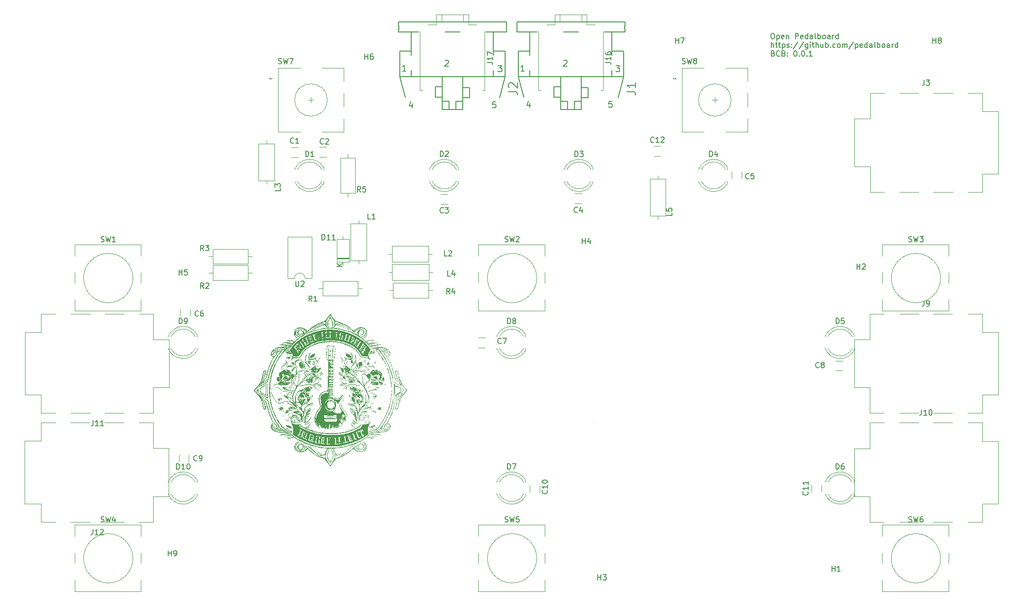
<source format=gbr>
%TF.GenerationSoftware,KiCad,Pcbnew,7.0.1.1-36-gbcf78dbe24-dirty-deb11*%
%TF.CreationDate,2023-03-26T09:40:22+00:00*%
%TF.ProjectId,pedalboard-hw,70656461-6c62-46f6-9172-642d68772e6b,0.0.1*%
%TF.SameCoordinates,Original*%
%TF.FileFunction,Legend,Top*%
%TF.FilePolarity,Positive*%
%FSLAX46Y46*%
G04 Gerber Fmt 4.6, Leading zero omitted, Abs format (unit mm)*
G04 Created by KiCad (PCBNEW 7.0.1.1-36-gbcf78dbe24-dirty-deb11) date 2023-03-26 09:40:22*
%MOMM*%
%LPD*%
G01*
G04 APERTURE LIST*
%ADD10C,0.000000*%
%ADD11C,0.008210*%
%ADD12C,0.004304*%
%ADD13C,0.004635*%
%ADD14C,0.150000*%
%ADD15C,0.160020*%
%ADD16C,0.127000*%
%ADD17C,0.120000*%
%ADD18C,0.100000*%
%ADD19C,0.152400*%
G04 APERTURE END LIST*
D10*
G36*
X76272760Y-84789705D02*
G01*
X76274337Y-84791208D01*
X76275727Y-84793865D01*
X76277935Y-84802562D01*
X76279357Y-84815641D01*
X76279967Y-84832948D01*
X76279741Y-84854326D01*
X76278651Y-84879622D01*
X76276673Y-84908680D01*
X76273779Y-84941344D01*
X76265146Y-85016874D01*
X76262340Y-85037857D01*
X76259234Y-85058395D01*
X76255859Y-85078375D01*
X76252247Y-85097683D01*
X76248428Y-85116205D01*
X76244434Y-85133829D01*
X76240294Y-85150439D01*
X76236041Y-85165923D01*
X76231706Y-85180167D01*
X76227318Y-85193057D01*
X76222911Y-85204479D01*
X76218513Y-85214320D01*
X76214157Y-85222466D01*
X76212004Y-85225868D01*
X76209873Y-85228803D01*
X76207768Y-85231258D01*
X76205692Y-85233218D01*
X76203651Y-85234669D01*
X76201646Y-85235597D01*
X76196449Y-85236591D01*
X76191446Y-85236314D01*
X76186646Y-85234837D01*
X76182057Y-85232235D01*
X76177688Y-85228578D01*
X76173547Y-85223939D01*
X76169642Y-85218391D01*
X76165982Y-85212005D01*
X76162576Y-85204855D01*
X76159431Y-85197012D01*
X76153959Y-85179538D01*
X76149635Y-85160163D01*
X76146525Y-85139465D01*
X76144696Y-85118023D01*
X76144217Y-85096415D01*
X76145153Y-85075221D01*
X76147573Y-85055019D01*
X76151542Y-85036387D01*
X76154130Y-85027842D01*
X76157130Y-85019906D01*
X76160551Y-85012652D01*
X76164402Y-85006153D01*
X76168690Y-85000481D01*
X76173425Y-84995707D01*
X76177511Y-84991956D01*
X76181803Y-84987356D01*
X76186261Y-84981972D01*
X76190843Y-84975864D01*
X76195508Y-84969094D01*
X76200213Y-84961725D01*
X76204919Y-84953819D01*
X76209584Y-84945437D01*
X76214166Y-84936641D01*
X76218624Y-84927495D01*
X76222916Y-84918059D01*
X76227002Y-84908395D01*
X76230840Y-84898566D01*
X76234388Y-84888634D01*
X76237606Y-84878661D01*
X76240451Y-84868708D01*
X76247434Y-84842389D01*
X76253812Y-84821537D01*
X76259559Y-84805998D01*
X76264650Y-84795616D01*
X76266942Y-84792311D01*
X76269059Y-84790237D01*
X76271000Y-84789374D01*
X76272760Y-84789705D01*
G37*
G36*
X71948414Y-93282293D02*
G01*
X71956098Y-93282883D01*
X71963637Y-93283782D01*
X71971015Y-93284982D01*
X71978214Y-93286475D01*
X71985220Y-93288255D01*
X71992016Y-93290315D01*
X71998586Y-93292648D01*
X72004914Y-93295246D01*
X72010983Y-93298103D01*
X72016778Y-93301210D01*
X72022282Y-93304562D01*
X72027479Y-93308151D01*
X72032354Y-93311970D01*
X72036889Y-93316012D01*
X72041069Y-93320270D01*
X72044877Y-93324736D01*
X72048298Y-93329403D01*
X72051315Y-93334266D01*
X72053913Y-93339315D01*
X72056074Y-93344545D01*
X72057783Y-93349947D01*
X72059024Y-93355516D01*
X72059780Y-93361244D01*
X72060036Y-93367123D01*
X72059944Y-93368745D01*
X72059670Y-93370304D01*
X72059222Y-93371796D01*
X72058602Y-93373221D01*
X72057818Y-93374576D01*
X72056873Y-93375859D01*
X72055773Y-93377069D01*
X72054523Y-93378203D01*
X72053129Y-93379260D01*
X72051595Y-93380237D01*
X72048129Y-93381945D01*
X72044167Y-93383312D01*
X72039751Y-93384323D01*
X72034921Y-93384961D01*
X72029718Y-93385212D01*
X72024185Y-93385060D01*
X72018363Y-93384489D01*
X72012293Y-93383483D01*
X72006016Y-93382029D01*
X71999573Y-93380109D01*
X71993007Y-93377708D01*
X71985737Y-93375929D01*
X71978503Y-93374559D01*
X71971342Y-93373592D01*
X71964289Y-93373022D01*
X71957381Y-93372846D01*
X71950653Y-93373057D01*
X71944143Y-93373650D01*
X71937886Y-93374621D01*
X71934863Y-93375247D01*
X71931918Y-93375964D01*
X71929054Y-93376774D01*
X71926276Y-93377674D01*
X71923588Y-93378665D01*
X71920995Y-93379745D01*
X71918502Y-93380915D01*
X71916113Y-93382173D01*
X71913832Y-93383520D01*
X71911664Y-93384953D01*
X71909614Y-93386473D01*
X71907686Y-93388078D01*
X71905884Y-93389769D01*
X71904214Y-93391545D01*
X71902679Y-93393404D01*
X71901285Y-93395347D01*
X71899019Y-93398650D01*
X71896221Y-93401928D01*
X71892937Y-93405153D01*
X71889214Y-93408301D01*
X71885098Y-93411346D01*
X71880636Y-93414261D01*
X71875874Y-93417022D01*
X71870859Y-93419601D01*
X71865637Y-93421974D01*
X71860254Y-93424114D01*
X71854759Y-93425996D01*
X71849196Y-93427594D01*
X71843612Y-93428882D01*
X71838054Y-93429833D01*
X71832568Y-93430423D01*
X71827202Y-93430626D01*
X71819334Y-93430291D01*
X71812255Y-93429312D01*
X71805949Y-93427727D01*
X71800399Y-93425575D01*
X71795588Y-93422893D01*
X71791499Y-93419719D01*
X71788115Y-93416092D01*
X71785420Y-93412049D01*
X71783397Y-93407630D01*
X71782028Y-93402871D01*
X71781298Y-93397811D01*
X71781189Y-93392488D01*
X71781685Y-93386940D01*
X71782769Y-93381206D01*
X71784424Y-93375323D01*
X71786633Y-93369330D01*
X71789379Y-93363264D01*
X71792646Y-93357164D01*
X71796417Y-93351068D01*
X71800675Y-93345014D01*
X71805403Y-93339040D01*
X71810585Y-93333184D01*
X71816203Y-93327485D01*
X71822241Y-93321980D01*
X71828682Y-93316708D01*
X71835510Y-93311706D01*
X71842707Y-93307013D01*
X71850256Y-93302667D01*
X71858142Y-93298706D01*
X71866346Y-93295168D01*
X71874853Y-93292091D01*
X71883646Y-93289514D01*
X71891911Y-93287384D01*
X71900161Y-93285618D01*
X71908378Y-93284211D01*
X71916547Y-93283154D01*
X71924651Y-93282441D01*
X71932674Y-93282065D01*
X71940601Y-93282018D01*
X71948414Y-93282293D01*
G37*
G36*
X63589400Y-92129915D02*
G01*
X63592357Y-92131119D01*
X63595030Y-92133032D01*
X63597423Y-92135662D01*
X63599543Y-92139017D01*
X63601394Y-92143106D01*
X63602981Y-92147938D01*
X63605386Y-92159861D01*
X63606798Y-92174853D01*
X63607260Y-92192982D01*
X63606812Y-92214315D01*
X63605496Y-92238919D01*
X63603353Y-92266862D01*
X63600425Y-92298210D01*
X63598729Y-92319045D01*
X63597607Y-92339219D01*
X63597053Y-92358732D01*
X63597062Y-92377583D01*
X63597630Y-92395773D01*
X63598751Y-92413302D01*
X63600419Y-92430169D01*
X63602630Y-92446375D01*
X63605378Y-92461919D01*
X63608659Y-92476802D01*
X63612466Y-92491023D01*
X63616796Y-92504583D01*
X63621642Y-92517481D01*
X63627000Y-92529718D01*
X63632865Y-92541294D01*
X63639230Y-92552208D01*
X63644558Y-92561205D01*
X63649938Y-92570936D01*
X63660728Y-92592227D01*
X63671353Y-92615336D01*
X63681564Y-92639521D01*
X63691114Y-92664035D01*
X63699754Y-92688137D01*
X63707237Y-92711081D01*
X63713314Y-92732124D01*
X63714398Y-92737074D01*
X63715662Y-92741997D01*
X63717099Y-92746887D01*
X63718702Y-92751740D01*
X63722383Y-92761308D01*
X63726653Y-92770654D01*
X63731461Y-92779731D01*
X63736754Y-92788492D01*
X63742482Y-92796893D01*
X63748592Y-92804884D01*
X63755032Y-92812422D01*
X63761752Y-92819457D01*
X63768699Y-92825946D01*
X63775822Y-92831840D01*
X63783068Y-92837093D01*
X63790388Y-92841659D01*
X63794058Y-92843669D01*
X63797727Y-92845491D01*
X63801389Y-92847117D01*
X63805036Y-92848542D01*
X63811724Y-92850890D01*
X63818520Y-92853930D01*
X63825368Y-92857611D01*
X63832211Y-92861881D01*
X63838992Y-92866689D01*
X63845654Y-92871982D01*
X63852140Y-92877709D01*
X63858394Y-92883819D01*
X63864358Y-92890260D01*
X63869976Y-92896979D01*
X63875191Y-92903926D01*
X63879946Y-92911049D01*
X63884184Y-92918296D01*
X63887849Y-92925615D01*
X63890883Y-92932954D01*
X63892146Y-92936616D01*
X63893230Y-92940263D01*
X63896258Y-92949183D01*
X63899389Y-92957421D01*
X63902619Y-92964978D01*
X63905950Y-92971855D01*
X63909378Y-92978053D01*
X63912904Y-92983571D01*
X63916525Y-92988411D01*
X63920240Y-92992574D01*
X63924048Y-92996060D01*
X63927949Y-92998869D01*
X63931939Y-93001003D01*
X63936019Y-93002462D01*
X63940186Y-93003246D01*
X63944440Y-93003357D01*
X63948779Y-93002794D01*
X63953203Y-93001559D01*
X63957709Y-92999652D01*
X63962296Y-92997074D01*
X63966963Y-92993826D01*
X63971710Y-92989908D01*
X63976533Y-92985320D01*
X63981433Y-92980064D01*
X63986408Y-92974140D01*
X63991457Y-92967549D01*
X63996578Y-92960291D01*
X64001770Y-92952367D01*
X64012362Y-92934523D01*
X64023222Y-92914024D01*
X64034341Y-92890873D01*
X64070794Y-92817818D01*
X64106358Y-92751919D01*
X64141467Y-92692894D01*
X64176555Y-92640457D01*
X64194227Y-92616621D01*
X64212057Y-92594325D01*
X64230098Y-92573534D01*
X64248406Y-92554213D01*
X64267034Y-92536326D01*
X64286037Y-92519837D01*
X64305468Y-92504711D01*
X64325383Y-92490913D01*
X64345835Y-92478406D01*
X64366879Y-92467156D01*
X64388569Y-92457127D01*
X64410959Y-92448283D01*
X64434104Y-92440589D01*
X64458057Y-92434010D01*
X64482874Y-92428509D01*
X64508607Y-92424051D01*
X64535312Y-92420601D01*
X64563043Y-92418123D01*
X64621799Y-92415941D01*
X64685310Y-92417222D01*
X64754008Y-92421681D01*
X64778505Y-92423951D01*
X64803012Y-92426776D01*
X64851849Y-92434001D01*
X64900108Y-92443168D01*
X64947375Y-92454093D01*
X64993236Y-92466588D01*
X65037278Y-92480468D01*
X65079088Y-92495547D01*
X65118251Y-92511639D01*
X65154356Y-92528558D01*
X65171132Y-92537270D01*
X65186988Y-92546118D01*
X65201872Y-92555080D01*
X65215734Y-92564132D01*
X65228520Y-92573252D01*
X65240180Y-92582415D01*
X65250662Y-92591599D01*
X65259914Y-92600781D01*
X65267884Y-92609936D01*
X65274521Y-92619043D01*
X65279773Y-92628077D01*
X65283588Y-92637016D01*
X65285915Y-92645836D01*
X65286703Y-92654513D01*
X65286620Y-92662566D01*
X65286207Y-92669493D01*
X65285214Y-92675241D01*
X65283395Y-92679759D01*
X65282098Y-92681541D01*
X65280501Y-92682996D01*
X65278574Y-92684118D01*
X65276284Y-92684900D01*
X65273602Y-92685335D01*
X65270497Y-92685418D01*
X65262890Y-92684500D01*
X65253216Y-92682094D01*
X65241227Y-92678147D01*
X65226675Y-92672609D01*
X65209312Y-92665428D01*
X65165159Y-92645929D01*
X65106786Y-92619236D01*
X65073158Y-92604892D01*
X65040998Y-92592289D01*
X65010202Y-92581432D01*
X64980668Y-92572328D01*
X64952290Y-92564980D01*
X64924967Y-92559395D01*
X64898595Y-92555577D01*
X64873071Y-92553531D01*
X64848290Y-92553263D01*
X64824150Y-92554778D01*
X64800548Y-92558081D01*
X64777380Y-92563178D01*
X64754542Y-92570072D01*
X64731932Y-92578770D01*
X64709446Y-92589277D01*
X64686980Y-92601597D01*
X64665331Y-92613579D01*
X64638143Y-92628000D01*
X64571446Y-92662010D01*
X64495488Y-92699327D01*
X64418870Y-92735652D01*
X64386309Y-92752172D01*
X64354839Y-92769917D01*
X64324557Y-92788788D01*
X64295563Y-92808688D01*
X64267953Y-92829518D01*
X64241826Y-92851179D01*
X64217281Y-92873575D01*
X64194415Y-92896607D01*
X64173326Y-92920175D01*
X64154114Y-92944184D01*
X64136875Y-92968533D01*
X64121709Y-92993125D01*
X64108713Y-93017862D01*
X64097986Y-93042646D01*
X64093504Y-93055024D01*
X64089626Y-93067378D01*
X64086364Y-93079694D01*
X64083730Y-93091960D01*
X64081584Y-93101271D01*
X64079124Y-93110023D01*
X64076370Y-93118213D01*
X64073340Y-93125838D01*
X64070051Y-93132898D01*
X64066522Y-93139390D01*
X64062771Y-93145313D01*
X64058816Y-93150663D01*
X64054674Y-93155440D01*
X64050365Y-93159642D01*
X64045905Y-93163266D01*
X64041314Y-93166311D01*
X64036610Y-93168774D01*
X64031809Y-93170654D01*
X64026932Y-93171949D01*
X64021994Y-93172656D01*
X64017016Y-93172775D01*
X64012014Y-93172302D01*
X64007007Y-93171237D01*
X64002013Y-93169576D01*
X63997050Y-93167319D01*
X63992136Y-93164463D01*
X63987289Y-93161006D01*
X63982527Y-93156946D01*
X63977869Y-93152282D01*
X63973332Y-93147011D01*
X63968935Y-93141132D01*
X63964696Y-93134642D01*
X63960632Y-93127540D01*
X63956761Y-93119824D01*
X63953103Y-93111491D01*
X63949675Y-93102540D01*
X63945965Y-93093910D01*
X63941489Y-93085254D01*
X63936311Y-93076628D01*
X63930492Y-93068091D01*
X63924095Y-93059698D01*
X63917181Y-93051506D01*
X63909812Y-93043573D01*
X63902050Y-93035955D01*
X63893957Y-93028709D01*
X63885596Y-93021892D01*
X63877028Y-93015560D01*
X63868315Y-93009772D01*
X63859520Y-93004582D01*
X63850704Y-93000049D01*
X63841929Y-92996229D01*
X63833258Y-92993179D01*
X63817571Y-92988021D01*
X63802183Y-92980357D01*
X63786982Y-92969995D01*
X63771853Y-92956744D01*
X63756682Y-92940414D01*
X63741357Y-92920812D01*
X63725763Y-92897748D01*
X63709786Y-92871031D01*
X63693313Y-92840468D01*
X63676231Y-92805870D01*
X63658425Y-92767044D01*
X63639782Y-92723801D01*
X63599529Y-92623293D01*
X63554564Y-92502818D01*
X63540876Y-92464793D01*
X63528905Y-92429961D01*
X63518628Y-92398127D01*
X63510026Y-92369093D01*
X63503077Y-92342664D01*
X63500216Y-92330365D01*
X63497761Y-92318644D01*
X63495709Y-92307475D01*
X63494058Y-92296834D01*
X63492804Y-92286698D01*
X63491946Y-92277041D01*
X63491480Y-92267838D01*
X63491405Y-92259066D01*
X63491717Y-92250699D01*
X63492414Y-92242714D01*
X63493494Y-92235085D01*
X63494953Y-92227788D01*
X63496790Y-92220798D01*
X63499001Y-92214092D01*
X63501585Y-92207644D01*
X63504537Y-92201429D01*
X63507857Y-92195424D01*
X63511541Y-92189604D01*
X63515587Y-92183944D01*
X63519992Y-92178419D01*
X63524754Y-92173006D01*
X63529869Y-92167679D01*
X63543064Y-92154998D01*
X63554894Y-92144783D01*
X63565402Y-92137100D01*
X63570172Y-92134229D01*
X63574628Y-92132016D01*
X63578773Y-92130470D01*
X63582614Y-92129599D01*
X63586154Y-92129411D01*
X63589400Y-92129915D01*
G37*
G36*
X77645412Y-92076611D02*
G01*
X77648132Y-92077082D01*
X77650913Y-92077812D01*
X77653768Y-92078803D01*
X77656705Y-92080055D01*
X77659735Y-92081569D01*
X77662868Y-92083345D01*
X77666115Y-92085383D01*
X77669486Y-92087685D01*
X77672991Y-92090252D01*
X77680446Y-92096180D01*
X77688562Y-92103173D01*
X77697423Y-92111235D01*
X77705486Y-92119473D01*
X77709115Y-92123334D01*
X77712479Y-92127035D01*
X77715576Y-92130582D01*
X77718407Y-92133986D01*
X77720974Y-92137254D01*
X77723276Y-92140395D01*
X77725315Y-92143417D01*
X77727091Y-92146329D01*
X77728604Y-92149138D01*
X77729857Y-92151854D01*
X77730848Y-92154484D01*
X77731578Y-92157038D01*
X77732049Y-92159523D01*
X77732261Y-92161948D01*
X77732215Y-92164321D01*
X77731911Y-92166651D01*
X77731350Y-92168946D01*
X77730532Y-92171215D01*
X77729459Y-92173465D01*
X77728130Y-92175706D01*
X77726547Y-92177946D01*
X77724710Y-92180192D01*
X77722620Y-92182455D01*
X77720277Y-92184741D01*
X77717682Y-92187059D01*
X77714836Y-92189418D01*
X77711739Y-92191826D01*
X77708393Y-92194292D01*
X77700952Y-92199429D01*
X77691768Y-92204993D01*
X77682750Y-92209794D01*
X77673921Y-92213853D01*
X77665302Y-92217193D01*
X77656916Y-92219835D01*
X77648785Y-92221801D01*
X77640930Y-92223113D01*
X77633373Y-92223794D01*
X77626137Y-92223865D01*
X77619243Y-92223348D01*
X77612713Y-92222266D01*
X77606570Y-92220639D01*
X77600835Y-92218490D01*
X77595530Y-92215842D01*
X77590677Y-92212715D01*
X77586299Y-92209133D01*
X77582416Y-92205116D01*
X77579052Y-92200687D01*
X77576228Y-92195868D01*
X77573965Y-92190681D01*
X77572287Y-92185147D01*
X77571214Y-92179290D01*
X77570770Y-92173130D01*
X77570975Y-92166689D01*
X77571852Y-92159990D01*
X77573423Y-92153055D01*
X77575709Y-92145905D01*
X77578734Y-92138563D01*
X77582517Y-92131050D01*
X77587083Y-92123389D01*
X77592452Y-92115601D01*
X77598647Y-92107708D01*
X77605027Y-92100268D01*
X77610993Y-92093824D01*
X77613848Y-92090978D01*
X77616630Y-92088384D01*
X77619349Y-92086041D01*
X77622018Y-92083951D01*
X77624645Y-92082114D01*
X77627240Y-92080530D01*
X77629816Y-92079202D01*
X77632381Y-92078128D01*
X77634945Y-92077311D01*
X77637521Y-92076749D01*
X77640117Y-92076445D01*
X77642743Y-92076399D01*
X77645412Y-92076611D01*
G37*
G36*
X75174622Y-89700882D02*
G01*
X75177078Y-89701202D01*
X75179659Y-89701834D01*
X75182376Y-89702779D01*
X75185239Y-89704037D01*
X75188260Y-89705611D01*
X75191450Y-89707502D01*
X75194819Y-89709710D01*
X75198379Y-89712237D01*
X75206114Y-89718254D01*
X75214743Y-89725563D01*
X75224354Y-89734174D01*
X75235034Y-89744098D01*
X75241524Y-89750241D01*
X75247757Y-89756741D01*
X75253727Y-89763561D01*
X75259426Y-89770666D01*
X75264845Y-89778019D01*
X75269978Y-89785583D01*
X75274816Y-89793323D01*
X75279352Y-89801203D01*
X75283578Y-89809186D01*
X75287486Y-89817237D01*
X75291069Y-89825318D01*
X75294318Y-89833394D01*
X75297226Y-89841429D01*
X75299785Y-89849386D01*
X75301988Y-89857230D01*
X75303826Y-89864924D01*
X75305293Y-89872431D01*
X75306379Y-89879717D01*
X75307078Y-89886744D01*
X75307382Y-89893477D01*
X75307282Y-89899879D01*
X75306772Y-89905914D01*
X75305843Y-89911545D01*
X75304488Y-89916738D01*
X75302698Y-89921455D01*
X75300467Y-89925661D01*
X75297787Y-89929319D01*
X75294649Y-89932393D01*
X75291045Y-89934846D01*
X75286970Y-89936644D01*
X75282413Y-89937749D01*
X75277368Y-89938125D01*
X75272278Y-89937699D01*
X75266949Y-89936448D01*
X75261410Y-89934419D01*
X75255692Y-89931655D01*
X75249824Y-89928202D01*
X75243836Y-89924103D01*
X75231618Y-89914147D01*
X75219276Y-89902145D01*
X75207047Y-89888454D01*
X75195170Y-89873429D01*
X75183883Y-89857427D01*
X75173422Y-89840805D01*
X75164025Y-89823920D01*
X75155931Y-89807128D01*
X75149377Y-89790785D01*
X75144600Y-89775249D01*
X75142953Y-89767894D01*
X75141839Y-89760875D01*
X75141288Y-89754235D01*
X75141331Y-89748020D01*
X75141996Y-89742274D01*
X75143314Y-89737042D01*
X75147173Y-89728362D01*
X75150872Y-89720850D01*
X75154498Y-89714516D01*
X75156312Y-89711794D01*
X75158141Y-89709370D01*
X75159995Y-89707247D01*
X75161886Y-89705424D01*
X75163825Y-89703904D01*
X75165823Y-89702687D01*
X75167890Y-89701775D01*
X75170039Y-89701169D01*
X75172279Y-89700871D01*
X75174622Y-89700882D01*
G37*
G36*
X66637051Y-79003071D02*
G01*
X66637990Y-79003598D01*
X66638903Y-79004476D01*
X66639798Y-79005706D01*
X66640683Y-79007288D01*
X66641566Y-79009220D01*
X66643354Y-79014140D01*
X66645224Y-79020465D01*
X66647240Y-79028196D01*
X66651952Y-79047875D01*
X66653473Y-79054426D01*
X66654732Y-79060840D01*
X66655736Y-79067108D01*
X66656493Y-79073217D01*
X66657010Y-79079155D01*
X66657293Y-79084911D01*
X66657351Y-79090474D01*
X66657189Y-79095831D01*
X66656815Y-79100970D01*
X66656237Y-79105882D01*
X66655461Y-79110553D01*
X66654495Y-79114972D01*
X66653345Y-79119127D01*
X66652019Y-79123007D01*
X66650523Y-79126601D01*
X66648866Y-79129896D01*
X66647053Y-79132881D01*
X66645092Y-79135544D01*
X66642991Y-79137874D01*
X66640756Y-79139859D01*
X66638394Y-79141488D01*
X66635913Y-79142748D01*
X66633319Y-79143628D01*
X66630620Y-79144117D01*
X66627823Y-79144203D01*
X66624935Y-79143875D01*
X66621963Y-79143119D01*
X66618914Y-79141926D01*
X66615795Y-79140284D01*
X66612614Y-79138180D01*
X66609377Y-79135603D01*
X66606091Y-79132542D01*
X66604820Y-79131468D01*
X66603650Y-79130234D01*
X66602582Y-79128847D01*
X66601613Y-79127312D01*
X66599968Y-79123821D01*
X66598705Y-79119808D01*
X66597814Y-79115320D01*
X66597285Y-79110403D01*
X66597108Y-79105104D01*
X66597272Y-79099468D01*
X66597766Y-79093544D01*
X66598581Y-79087376D01*
X66599706Y-79081012D01*
X66601130Y-79074498D01*
X66602844Y-79067881D01*
X66604837Y-79061207D01*
X66607099Y-79054523D01*
X66609619Y-79047875D01*
X66618962Y-79028196D01*
X66622797Y-79020465D01*
X66626156Y-79014140D01*
X66629101Y-79009220D01*
X66630439Y-79007288D01*
X66631696Y-79005706D01*
X66632880Y-79004476D01*
X66634000Y-79003598D01*
X66635064Y-79003071D01*
X66636078Y-79002895D01*
X66637051Y-79003071D01*
G37*
G36*
X66641397Y-89925393D02*
G01*
X66642645Y-89926057D01*
X66643801Y-89927328D01*
X66644876Y-89929202D01*
X66645882Y-89931678D01*
X66646829Y-89934755D01*
X66648590Y-89942700D01*
X66650248Y-89953022D01*
X66651891Y-89965706D01*
X66655481Y-89998097D01*
X66658437Y-90018650D01*
X66661930Y-90040154D01*
X66665836Y-90061907D01*
X66670032Y-90083205D01*
X66674394Y-90103345D01*
X66678797Y-90121625D01*
X66683117Y-90137341D01*
X66685207Y-90144019D01*
X66687231Y-90149792D01*
X66692296Y-90162066D01*
X66696911Y-90174397D01*
X66701080Y-90186761D01*
X66704808Y-90199132D01*
X66708099Y-90211485D01*
X66710958Y-90223794D01*
X66713389Y-90236036D01*
X66715398Y-90248183D01*
X66716988Y-90260212D01*
X66718163Y-90272096D01*
X66718929Y-90283812D01*
X66719291Y-90295332D01*
X66719251Y-90306634D01*
X66718816Y-90317690D01*
X66717989Y-90328477D01*
X66716776Y-90338968D01*
X66715180Y-90349139D01*
X66713206Y-90358964D01*
X66710858Y-90368419D01*
X66708142Y-90377478D01*
X66705062Y-90386115D01*
X66701621Y-90394306D01*
X66697826Y-90402026D01*
X66693680Y-90409249D01*
X66689187Y-90415950D01*
X66684353Y-90422103D01*
X66679181Y-90427685D01*
X66673677Y-90432669D01*
X66667845Y-90437030D01*
X66661689Y-90440743D01*
X66655214Y-90443784D01*
X66648424Y-90446125D01*
X66627935Y-90451288D01*
X66608163Y-90455553D01*
X66589143Y-90458952D01*
X66570910Y-90461518D01*
X66553498Y-90463283D01*
X66536943Y-90464279D01*
X66521279Y-90464539D01*
X66506542Y-90464095D01*
X66492766Y-90462979D01*
X66479985Y-90461223D01*
X66468236Y-90458861D01*
X66457553Y-90455923D01*
X66447970Y-90452443D01*
X66439523Y-90448452D01*
X66432246Y-90443984D01*
X66426175Y-90439069D01*
X66421344Y-90433742D01*
X66417788Y-90428033D01*
X66415542Y-90421976D01*
X66414641Y-90415601D01*
X66415119Y-90408943D01*
X66417013Y-90402033D01*
X66420355Y-90394903D01*
X66425183Y-90387586D01*
X66431529Y-90380114D01*
X66439430Y-90372519D01*
X66448920Y-90364834D01*
X66460033Y-90357090D01*
X66472806Y-90349321D01*
X66487272Y-90341558D01*
X66503467Y-90333834D01*
X66521425Y-90326181D01*
X66531429Y-90321860D01*
X66540936Y-90317497D01*
X66549944Y-90313090D01*
X66558453Y-90308638D01*
X66566460Y-90304139D01*
X66573964Y-90299592D01*
X66580965Y-90294997D01*
X66587461Y-90290351D01*
X66593450Y-90285653D01*
X66598931Y-90280902D01*
X66603903Y-90276097D01*
X66608365Y-90271237D01*
X66612316Y-90266320D01*
X66615753Y-90261344D01*
X66618677Y-90256309D01*
X66621085Y-90251214D01*
X66622976Y-90246056D01*
X66624349Y-90240836D01*
X66625203Y-90235550D01*
X66625536Y-90230199D01*
X66625347Y-90224780D01*
X66624635Y-90219293D01*
X66623398Y-90213737D01*
X66621636Y-90208109D01*
X66619346Y-90202409D01*
X66616528Y-90196635D01*
X66613181Y-90190787D01*
X66609302Y-90184862D01*
X66604891Y-90178859D01*
X66599947Y-90172778D01*
X66594468Y-90166617D01*
X66588452Y-90160374D01*
X66583493Y-90154911D01*
X66579206Y-90149081D01*
X66575600Y-90142849D01*
X66572688Y-90136176D01*
X66570478Y-90129029D01*
X66568981Y-90121369D01*
X66568207Y-90113162D01*
X66568168Y-90104371D01*
X66568872Y-90094960D01*
X66570331Y-90084893D01*
X66572555Y-90074133D01*
X66575554Y-90062644D01*
X66579338Y-90050391D01*
X66583919Y-90037337D01*
X66589305Y-90023445D01*
X66595508Y-90008680D01*
X66611831Y-89972776D01*
X66618475Y-89958629D01*
X66624226Y-89946999D01*
X66629171Y-89937871D01*
X66633397Y-89931228D01*
X66635268Y-89928833D01*
X66636993Y-89927055D01*
X66638582Y-89925890D01*
X66640046Y-89925337D01*
X66641397Y-89925393D01*
G37*
G36*
X64564178Y-82586928D02*
G01*
X64565934Y-82587201D01*
X64570061Y-82588459D01*
X64574974Y-82590646D01*
X64580630Y-82593743D01*
X64586990Y-82597729D01*
X64594011Y-82602583D01*
X64601652Y-82608285D01*
X64609872Y-82614813D01*
X64618630Y-82622148D01*
X64627883Y-82630267D01*
X64637592Y-82639152D01*
X64646232Y-82648458D01*
X64654294Y-82657827D01*
X64661779Y-82667221D01*
X64668687Y-82676600D01*
X64675019Y-82685925D01*
X64680775Y-82695156D01*
X64685956Y-82704255D01*
X64690563Y-82713180D01*
X64694597Y-82721894D01*
X64698057Y-82730357D01*
X64700945Y-82738529D01*
X64703262Y-82746370D01*
X64705007Y-82753843D01*
X64706182Y-82760906D01*
X64706788Y-82767521D01*
X64706824Y-82773649D01*
X64706292Y-82779249D01*
X64705192Y-82784283D01*
X64703525Y-82788711D01*
X64701291Y-82792493D01*
X64698492Y-82795591D01*
X64696880Y-82796871D01*
X64695127Y-82797965D01*
X64693233Y-82798868D01*
X64691198Y-82799575D01*
X64686705Y-82800383D01*
X64681648Y-82800348D01*
X64676029Y-82799431D01*
X64669848Y-82797593D01*
X64663106Y-82794794D01*
X64655803Y-82790996D01*
X64647940Y-82786158D01*
X64639517Y-82780242D01*
X64630536Y-82773207D01*
X64623586Y-82767715D01*
X64617272Y-82763168D01*
X64611568Y-82759604D01*
X64608937Y-82758201D01*
X64606448Y-82757057D01*
X64604099Y-82756177D01*
X64601886Y-82755565D01*
X64599806Y-82755225D01*
X64597856Y-82755163D01*
X64596032Y-82755382D01*
X64594332Y-82755887D01*
X64592752Y-82756683D01*
X64591289Y-82757774D01*
X64589940Y-82759165D01*
X64588701Y-82760860D01*
X64587570Y-82762864D01*
X64586542Y-82765182D01*
X64585615Y-82767817D01*
X64584786Y-82770774D01*
X64583407Y-82777674D01*
X64582379Y-82785917D01*
X64581678Y-82795540D01*
X64581275Y-82806579D01*
X64581147Y-82819070D01*
X64581268Y-82828282D01*
X64581622Y-82837370D01*
X64582193Y-82846293D01*
X64582966Y-82855008D01*
X64583925Y-82863476D01*
X64585054Y-82871655D01*
X64586338Y-82879503D01*
X64587762Y-82886979D01*
X64589309Y-82894041D01*
X64590966Y-82900649D01*
X64592715Y-82906760D01*
X64594542Y-82912334D01*
X64596431Y-82917330D01*
X64598366Y-82921705D01*
X64600332Y-82925419D01*
X64602314Y-82928430D01*
X64606149Y-82933056D01*
X64609716Y-82938937D01*
X64613017Y-82945984D01*
X64616053Y-82954110D01*
X64621336Y-82973241D01*
X64625575Y-82995623D01*
X64628781Y-83020548D01*
X64630963Y-83047307D01*
X64632133Y-83075193D01*
X64632300Y-83103497D01*
X64631475Y-83131511D01*
X64629668Y-83158529D01*
X64626889Y-83183841D01*
X64623150Y-83206740D01*
X64618459Y-83226517D01*
X64612828Y-83242465D01*
X64609663Y-83248782D01*
X64606267Y-83253876D01*
X64602641Y-83257659D01*
X64598786Y-83260042D01*
X64590472Y-83261329D01*
X64580184Y-83260004D01*
X64568081Y-83256225D01*
X64554317Y-83250148D01*
X64539049Y-83241932D01*
X64522434Y-83231734D01*
X64485787Y-83206023D01*
X64445626Y-83174276D01*
X64403201Y-83137754D01*
X64359763Y-83097719D01*
X64316564Y-83055430D01*
X64274852Y-83012149D01*
X64235879Y-82969137D01*
X64200896Y-82927655D01*
X64171153Y-82888963D01*
X64147900Y-82854322D01*
X64139099Y-82838915D01*
X64132389Y-82824994D01*
X64127927Y-82812716D01*
X64125869Y-82802239D01*
X64126372Y-82793721D01*
X64129591Y-82787319D01*
X64138301Y-82776953D01*
X64147224Y-82767026D01*
X64156345Y-82757543D01*
X64165648Y-82748506D01*
X64175119Y-82739922D01*
X64184743Y-82731795D01*
X64194505Y-82724129D01*
X64204391Y-82716929D01*
X64214386Y-82710199D01*
X64224474Y-82703943D01*
X64234640Y-82698167D01*
X64244871Y-82692875D01*
X64255151Y-82688071D01*
X64265465Y-82683760D01*
X64275799Y-82679947D01*
X64286137Y-82676635D01*
X64296464Y-82673830D01*
X64306767Y-82671536D01*
X64317029Y-82669757D01*
X64327237Y-82668498D01*
X64337374Y-82667764D01*
X64347428Y-82667558D01*
X64357381Y-82667887D01*
X64367220Y-82668753D01*
X64376931Y-82670162D01*
X64386497Y-82672118D01*
X64395904Y-82674626D01*
X64405137Y-82677690D01*
X64414182Y-82681314D01*
X64423023Y-82685504D01*
X64431646Y-82690264D01*
X64440036Y-82695598D01*
X64448250Y-82701201D01*
X64456343Y-82706116D01*
X64464300Y-82710355D01*
X64472103Y-82713932D01*
X64479735Y-82716861D01*
X64487180Y-82719154D01*
X64494421Y-82720826D01*
X64501441Y-82721890D01*
X64508224Y-82722360D01*
X64514751Y-82722249D01*
X64521008Y-82721571D01*
X64526976Y-82720340D01*
X64532640Y-82718568D01*
X64537982Y-82716270D01*
X64542985Y-82713459D01*
X64547633Y-82710149D01*
X64551909Y-82706353D01*
X64555796Y-82702085D01*
X64559278Y-82697358D01*
X64562337Y-82692186D01*
X64564957Y-82686583D01*
X64567121Y-82680562D01*
X64568811Y-82674136D01*
X64570013Y-82667320D01*
X64570708Y-82660126D01*
X64570879Y-82652569D01*
X64570511Y-82644661D01*
X64569586Y-82636417D01*
X64568087Y-82627850D01*
X64565998Y-82618974D01*
X64563301Y-82609802D01*
X64559981Y-82600348D01*
X64558527Y-82595590D01*
X64558190Y-82593608D01*
X64558107Y-82591887D01*
X64558271Y-82590424D01*
X64558678Y-82589217D01*
X64559323Y-82588263D01*
X64560201Y-82587560D01*
X64561306Y-82587104D01*
X64562633Y-82586895D01*
X64564178Y-82586928D01*
G37*
G36*
X76203114Y-84402948D02*
G01*
X76211788Y-84403207D01*
X76220959Y-84403694D01*
X76230585Y-84404413D01*
X76240624Y-84405370D01*
X76251035Y-84406570D01*
X76265517Y-84408074D01*
X76278589Y-84410008D01*
X76290327Y-84412468D01*
X76295721Y-84413927D01*
X76300810Y-84415554D01*
X76305605Y-84417362D01*
X76310114Y-84419363D01*
X76314349Y-84421570D01*
X76318318Y-84423994D01*
X76322031Y-84426649D01*
X76325499Y-84429545D01*
X76328729Y-84432696D01*
X76331733Y-84436114D01*
X76334520Y-84439811D01*
X76337100Y-84443799D01*
X76339482Y-84448091D01*
X76341676Y-84452699D01*
X76343692Y-84457635D01*
X76345539Y-84462911D01*
X76348766Y-84474534D01*
X76351435Y-84487666D01*
X76353623Y-84502404D01*
X76355408Y-84518849D01*
X76356868Y-84537096D01*
X76360155Y-84575310D01*
X76361078Y-84590349D01*
X76361334Y-84602692D01*
X76361168Y-84607854D01*
X76360784Y-84612347D01*
X76360163Y-84616170D01*
X76359288Y-84619325D01*
X76358141Y-84621813D01*
X76356707Y-84623637D01*
X76354965Y-84624796D01*
X76352901Y-84625292D01*
X76350495Y-84625127D01*
X76347730Y-84624301D01*
X76344590Y-84622817D01*
X76341057Y-84620675D01*
X76337112Y-84617877D01*
X76332739Y-84614424D01*
X76322639Y-84605558D01*
X76310617Y-84594087D01*
X76296532Y-84580023D01*
X76261620Y-84544152D01*
X76239701Y-84520746D01*
X76219230Y-84498456D01*
X76200661Y-84477738D01*
X76184448Y-84459045D01*
X76177368Y-84450600D01*
X76171047Y-84442832D01*
X76165542Y-84435798D01*
X76160911Y-84429554D01*
X76157210Y-84424158D01*
X76154496Y-84419667D01*
X76153527Y-84417778D01*
X76152826Y-84416136D01*
X76152400Y-84414749D01*
X76152257Y-84413624D01*
X76152380Y-84412652D01*
X76152746Y-84411723D01*
X76153350Y-84410836D01*
X76154186Y-84409993D01*
X76156536Y-84408438D01*
X76159753Y-84407065D01*
X76163798Y-84405877D01*
X76168628Y-84404881D01*
X76174202Y-84404081D01*
X76180479Y-84403482D01*
X76187418Y-84403090D01*
X76194976Y-84402911D01*
X76203114Y-84402948D01*
G37*
G36*
X70545054Y-79778196D02*
G01*
X70546975Y-79778409D01*
X70548852Y-79778758D01*
X70550684Y-79779241D01*
X70552469Y-79779853D01*
X70554207Y-79780590D01*
X70555895Y-79781448D01*
X70557533Y-79782424D01*
X70559119Y-79783514D01*
X70560652Y-79784714D01*
X70562131Y-79786019D01*
X70563555Y-79787427D01*
X70566230Y-79790533D01*
X70568668Y-79794000D01*
X70570857Y-79797798D01*
X70572788Y-79801896D01*
X70574450Y-79806263D01*
X70575833Y-79810867D01*
X70576927Y-79815678D01*
X70577721Y-79820665D01*
X70578205Y-79825796D01*
X70578369Y-79831041D01*
X70578328Y-79833676D01*
X70578205Y-79836287D01*
X70578003Y-79838868D01*
X70577721Y-79841418D01*
X70577362Y-79843931D01*
X70576927Y-79846405D01*
X70576417Y-79848834D01*
X70575833Y-79851216D01*
X70575177Y-79853546D01*
X70574450Y-79855820D01*
X70573653Y-79858035D01*
X70572788Y-79860187D01*
X70571855Y-79862271D01*
X70570857Y-79864285D01*
X70569794Y-79866223D01*
X70568668Y-79868083D01*
X70567479Y-79869860D01*
X70566230Y-79871550D01*
X70564922Y-79873151D01*
X70563555Y-79874656D01*
X70562131Y-79876064D01*
X70560652Y-79877369D01*
X70559119Y-79878569D01*
X70557533Y-79879659D01*
X70555895Y-79880635D01*
X70554207Y-79881493D01*
X70552469Y-79882230D01*
X70550684Y-79882842D01*
X70548852Y-79883324D01*
X70546975Y-79883674D01*
X70545054Y-79883886D01*
X70543091Y-79883958D01*
X70541438Y-79883886D01*
X70539788Y-79883674D01*
X70538144Y-79883324D01*
X70536511Y-79882842D01*
X70534890Y-79882230D01*
X70533285Y-79881493D01*
X70531700Y-79880635D01*
X70530137Y-79879659D01*
X70527092Y-79877369D01*
X70524177Y-79874656D01*
X70521416Y-79871550D01*
X70518837Y-79868083D01*
X70516464Y-79864285D01*
X70514324Y-79860187D01*
X70512442Y-79855820D01*
X70510844Y-79851216D01*
X70509557Y-79846405D01*
X70508605Y-79841418D01*
X70508015Y-79836287D01*
X70507812Y-79831041D01*
X70507864Y-79828407D01*
X70508015Y-79825796D01*
X70508263Y-79823215D01*
X70508605Y-79820665D01*
X70509037Y-79818152D01*
X70509557Y-79815678D01*
X70510160Y-79813249D01*
X70510844Y-79810867D01*
X70511606Y-79808537D01*
X70512442Y-79806263D01*
X70513349Y-79804048D01*
X70514324Y-79801896D01*
X70515363Y-79799812D01*
X70516464Y-79797798D01*
X70517623Y-79795860D01*
X70518837Y-79794000D01*
X70520102Y-79792223D01*
X70521416Y-79790533D01*
X70522776Y-79788933D01*
X70524177Y-79787427D01*
X70525617Y-79786019D01*
X70527092Y-79784714D01*
X70528600Y-79783514D01*
X70530137Y-79782424D01*
X70531700Y-79781448D01*
X70533285Y-79780590D01*
X70534890Y-79779853D01*
X70536511Y-79779241D01*
X70538144Y-79778758D01*
X70539788Y-79778409D01*
X70541438Y-79778196D01*
X70543091Y-79778125D01*
X70545054Y-79778196D01*
G37*
G36*
X78649754Y-87449886D02*
G01*
X78651143Y-87450088D01*
X78652378Y-87450473D01*
X78653451Y-87451042D01*
X78654280Y-87452177D01*
X78654784Y-87453594D01*
X78654972Y-87455283D01*
X78654850Y-87457236D01*
X78653707Y-87461902D01*
X78651412Y-87467523D01*
X78648021Y-87474034D01*
X78643592Y-87481366D01*
X78638181Y-87489452D01*
X78631844Y-87498226D01*
X78624640Y-87507620D01*
X78616624Y-87517566D01*
X78607854Y-87527999D01*
X78598386Y-87538850D01*
X78577585Y-87561539D01*
X78554675Y-87585096D01*
X78533051Y-87605078D01*
X78514471Y-87621422D01*
X78498919Y-87634210D01*
X78486379Y-87643526D01*
X78476837Y-87649452D01*
X78473185Y-87651169D01*
X78470277Y-87652070D01*
X78468110Y-87652165D01*
X78466682Y-87651464D01*
X78465993Y-87649977D01*
X78466039Y-87647716D01*
X78466819Y-87644689D01*
X78468331Y-87640908D01*
X78473542Y-87631124D01*
X78481658Y-87618446D01*
X78492662Y-87602957D01*
X78506540Y-87584739D01*
X78523275Y-87563875D01*
X78542853Y-87540449D01*
X78565257Y-87514541D01*
X78572526Y-87506193D01*
X78579754Y-87498357D01*
X78586899Y-87491047D01*
X78593920Y-87484280D01*
X78600776Y-87478071D01*
X78607425Y-87472436D01*
X78613826Y-87467390D01*
X78619938Y-87462948D01*
X78625719Y-87459127D01*
X78631128Y-87455941D01*
X78636123Y-87453406D01*
X78638453Y-87452388D01*
X78640664Y-87451538D01*
X78642751Y-87450859D01*
X78644708Y-87450352D01*
X78646532Y-87450020D01*
X78648215Y-87449864D01*
X78649754Y-87449886D01*
G37*
G36*
X80219785Y-85284987D02*
G01*
X80229170Y-85285069D01*
X80237485Y-85285317D01*
X80244736Y-85285731D01*
X80250928Y-85286309D01*
X80253628Y-85286661D01*
X80256065Y-85287053D01*
X80258240Y-85287487D01*
X80260154Y-85287963D01*
X80261806Y-85288479D01*
X80263198Y-85289037D01*
X80264331Y-85289637D01*
X80265204Y-85290278D01*
X80265819Y-85290960D01*
X80266177Y-85291683D01*
X80266277Y-85292448D01*
X80266121Y-85293254D01*
X80265709Y-85294101D01*
X80265042Y-85294990D01*
X80264120Y-85295920D01*
X80262944Y-85296892D01*
X80261516Y-85297905D01*
X80259835Y-85298959D01*
X80257901Y-85300054D01*
X80255717Y-85301191D01*
X80250597Y-85303589D01*
X80244479Y-85306152D01*
X80239112Y-85308337D01*
X80233620Y-85310899D01*
X80228046Y-85313803D01*
X80222431Y-85317011D01*
X80216815Y-85320488D01*
X80211241Y-85324198D01*
X80205749Y-85328104D01*
X80200382Y-85332170D01*
X80195180Y-85336360D01*
X80190184Y-85340638D01*
X80185437Y-85344968D01*
X80180979Y-85349313D01*
X80176852Y-85353637D01*
X80173096Y-85357905D01*
X80169754Y-85362080D01*
X80166867Y-85366125D01*
X80163643Y-85370344D01*
X80162095Y-85372146D01*
X80160590Y-85373746D01*
X80159129Y-85375144D01*
X80157713Y-85376342D01*
X80156341Y-85377340D01*
X80155016Y-85378142D01*
X80153737Y-85378746D01*
X80152505Y-85379156D01*
X80151322Y-85379372D01*
X80150186Y-85379395D01*
X80149100Y-85379228D01*
X80148063Y-85378870D01*
X80147077Y-85378324D01*
X80146142Y-85377590D01*
X80145258Y-85376670D01*
X80144427Y-85375566D01*
X80143649Y-85374278D01*
X80142924Y-85372808D01*
X80142254Y-85371157D01*
X80141639Y-85369327D01*
X80140575Y-85365132D01*
X80139739Y-85360235D01*
X80139135Y-85354646D01*
X80138769Y-85348374D01*
X80138646Y-85341430D01*
X80138937Y-85334363D01*
X80139817Y-85327719D01*
X80140482Y-85324559D01*
X80141297Y-85321509D01*
X80142265Y-85318571D01*
X80143386Y-85315744D01*
X80144663Y-85313031D01*
X80146096Y-85310434D01*
X80147687Y-85307952D01*
X80149436Y-85305588D01*
X80151346Y-85303343D01*
X80153417Y-85301218D01*
X80155651Y-85299215D01*
X80158049Y-85297334D01*
X80160612Y-85295577D01*
X80163342Y-85293946D01*
X80166240Y-85292441D01*
X80169307Y-85291064D01*
X80172545Y-85289816D01*
X80175955Y-85288699D01*
X80179537Y-85287713D01*
X80183294Y-85286861D01*
X80191337Y-85285560D01*
X80200093Y-85284807D01*
X80209572Y-85284613D01*
X80219785Y-85284987D01*
G37*
G36*
X76515843Y-85786770D02*
G01*
X76517443Y-85786952D01*
X76520910Y-85787694D01*
X76524709Y-85788933D01*
X76528807Y-85790657D01*
X76533173Y-85792856D01*
X76537777Y-85795521D01*
X76542588Y-85798641D01*
X76547575Y-85802205D01*
X76552706Y-85806203D01*
X76557951Y-85810624D01*
X76563197Y-85815493D01*
X76568328Y-85820801D01*
X76573315Y-85826492D01*
X76578126Y-85832508D01*
X76582731Y-85838793D01*
X76587097Y-85845289D01*
X76591195Y-85851941D01*
X76594994Y-85858691D01*
X76598461Y-85865482D01*
X76601567Y-85872258D01*
X76604280Y-85878961D01*
X76606569Y-85885535D01*
X76608404Y-85891923D01*
X76609753Y-85898068D01*
X76610585Y-85903913D01*
X76610869Y-85909402D01*
X76610575Y-85914535D01*
X76609719Y-85918715D01*
X76608337Y-85921982D01*
X76606466Y-85924375D01*
X76604143Y-85925933D01*
X76601404Y-85926696D01*
X76598287Y-85926703D01*
X76594828Y-85925994D01*
X76591065Y-85924608D01*
X76587033Y-85922585D01*
X76582770Y-85919963D01*
X76578313Y-85916782D01*
X76568962Y-85908903D01*
X76559275Y-85899261D01*
X76549547Y-85888172D01*
X76540072Y-85875951D01*
X76531145Y-85862914D01*
X76523060Y-85849376D01*
X76516112Y-85835651D01*
X76510596Y-85822056D01*
X76508466Y-85815406D01*
X76506805Y-85808906D01*
X76505649Y-85802595D01*
X76505035Y-85796515D01*
X76505107Y-85794933D01*
X76505320Y-85793495D01*
X76505669Y-85792199D01*
X76506152Y-85791044D01*
X76506763Y-85790028D01*
X76507500Y-85789150D01*
X76508359Y-85788410D01*
X76509335Y-85787805D01*
X76510425Y-85787334D01*
X76511624Y-85786997D01*
X76512930Y-85786791D01*
X76514337Y-85786716D01*
X76515843Y-85786770D01*
G37*
G36*
X77170826Y-93290541D02*
G01*
X77174437Y-93291713D01*
X77177959Y-93293484D01*
X77181377Y-93295844D01*
X77184678Y-93298783D01*
X77187847Y-93302292D01*
X77190870Y-93306361D01*
X77193733Y-93310981D01*
X77196422Y-93316141D01*
X77198922Y-93321832D01*
X77201219Y-93328045D01*
X77203299Y-93334769D01*
X77205148Y-93341995D01*
X77206752Y-93349713D01*
X77208095Y-93357913D01*
X77209165Y-93366587D01*
X77209947Y-93375723D01*
X77210427Y-93385313D01*
X77210590Y-93395347D01*
X77210538Y-93400617D01*
X77210387Y-93405837D01*
X77209797Y-93416100D01*
X77208846Y-93426074D01*
X77207558Y-93435696D01*
X77205960Y-93444905D01*
X77204079Y-93453638D01*
X77201939Y-93461834D01*
X77200780Y-93465711D01*
X77199566Y-93469430D01*
X77198300Y-93472984D01*
X77196986Y-93476365D01*
X77195627Y-93479566D01*
X77194226Y-93482577D01*
X77192786Y-93485392D01*
X77191311Y-93488003D01*
X77189803Y-93490402D01*
X77188266Y-93492582D01*
X77186704Y-93494534D01*
X77185118Y-93496251D01*
X77183514Y-93497725D01*
X77181893Y-93498948D01*
X77180259Y-93499913D01*
X77178616Y-93500612D01*
X77176966Y-93501037D01*
X77175313Y-93501181D01*
X77170725Y-93500916D01*
X77166230Y-93500134D01*
X77161835Y-93498858D01*
X77157550Y-93497109D01*
X77153384Y-93494907D01*
X77149346Y-93492274D01*
X77145445Y-93489232D01*
X77141689Y-93485802D01*
X77138089Y-93482005D01*
X77134653Y-93477862D01*
X77131390Y-93473395D01*
X77128309Y-93468625D01*
X77122729Y-93458261D01*
X77117987Y-93446941D01*
X77114155Y-93434836D01*
X77111304Y-93422116D01*
X77109507Y-93408951D01*
X77108837Y-93395513D01*
X77109366Y-93381971D01*
X77110103Y-93375215D01*
X77111166Y-93368497D01*
X77112565Y-93361838D01*
X77114310Y-93355260D01*
X77116408Y-93348784D01*
X77118869Y-93342431D01*
X77122236Y-93334203D01*
X77125713Y-93326709D01*
X77129285Y-93319940D01*
X77132939Y-93313885D01*
X77136660Y-93308537D01*
X77140434Y-93303883D01*
X77144246Y-93299916D01*
X77148083Y-93296625D01*
X77151931Y-93294001D01*
X77155774Y-93292034D01*
X77159600Y-93290714D01*
X77163393Y-93290032D01*
X77167140Y-93289977D01*
X77170826Y-93290541D01*
G37*
G36*
X78983132Y-83235991D02*
G01*
X79009701Y-83237888D01*
X79036476Y-83240992D01*
X79063384Y-83245256D01*
X79090351Y-83250630D01*
X79117304Y-83257067D01*
X79144171Y-83264520D01*
X79170878Y-83272940D01*
X79197353Y-83282281D01*
X79223522Y-83292493D01*
X79249312Y-83303529D01*
X79274651Y-83315342D01*
X79299466Y-83327884D01*
X79323683Y-83341107D01*
X79347229Y-83354962D01*
X79370032Y-83369403D01*
X79392019Y-83384381D01*
X79413116Y-83399849D01*
X79433250Y-83415759D01*
X79452349Y-83432062D01*
X79470340Y-83448712D01*
X79487149Y-83465661D01*
X79502704Y-83482860D01*
X79516931Y-83500261D01*
X79529758Y-83517818D01*
X79541111Y-83535482D01*
X79550918Y-83553206D01*
X79559106Y-83570941D01*
X79565601Y-83588640D01*
X79570331Y-83606255D01*
X79573222Y-83623738D01*
X79574202Y-83641042D01*
X79573847Y-83649851D01*
X79572813Y-83657770D01*
X79571141Y-83664820D01*
X79568876Y-83671021D01*
X79566060Y-83676392D01*
X79562737Y-83680954D01*
X79558951Y-83684726D01*
X79554744Y-83687730D01*
X79550160Y-83689983D01*
X79545241Y-83691508D01*
X79540033Y-83692323D01*
X79534576Y-83692449D01*
X79528916Y-83691906D01*
X79523095Y-83690714D01*
X79517156Y-83688892D01*
X79511143Y-83686462D01*
X79505099Y-83683442D01*
X79499067Y-83679853D01*
X79493090Y-83675715D01*
X79487213Y-83671048D01*
X79481478Y-83665872D01*
X79475928Y-83660207D01*
X79470606Y-83654074D01*
X79465557Y-83647491D01*
X79460823Y-83640479D01*
X79456447Y-83633058D01*
X79452473Y-83625249D01*
X79448945Y-83617070D01*
X79445904Y-83608543D01*
X79443395Y-83599687D01*
X79441462Y-83590522D01*
X79440146Y-83581069D01*
X79438028Y-83570037D01*
X79434363Y-83558794D01*
X79429218Y-83547376D01*
X79422659Y-83535821D01*
X79414750Y-83524165D01*
X79405559Y-83512445D01*
X79383591Y-83488961D01*
X79357283Y-83465663D01*
X79327161Y-83442845D01*
X79293752Y-83420803D01*
X79257584Y-83399830D01*
X79219183Y-83380221D01*
X79179077Y-83362271D01*
X79137793Y-83346275D01*
X79095857Y-83332526D01*
X79053798Y-83321320D01*
X79012141Y-83312951D01*
X78971415Y-83307714D01*
X78932146Y-83305903D01*
X78918432Y-83305700D01*
X78905116Y-83305110D01*
X78892264Y-83304159D01*
X78879946Y-83302871D01*
X78868226Y-83301273D01*
X78857173Y-83299391D01*
X78846855Y-83297251D01*
X78837336Y-83294878D01*
X78828687Y-83292299D01*
X78824708Y-83290940D01*
X78820972Y-83289539D01*
X78817487Y-83288099D01*
X78814260Y-83286623D01*
X78811301Y-83285115D01*
X78808618Y-83283579D01*
X78806219Y-83282016D01*
X78804113Y-83280431D01*
X78802307Y-83278826D01*
X78800811Y-83277205D01*
X78799633Y-83275571D01*
X78798781Y-83273928D01*
X78798264Y-83272278D01*
X78798090Y-83270625D01*
X78798295Y-83268661D01*
X78798903Y-83266740D01*
X78799906Y-83264863D01*
X78801294Y-83263032D01*
X78805182Y-83259509D01*
X78810492Y-83256183D01*
X78817145Y-83253063D01*
X78825065Y-83250161D01*
X78834173Y-83247486D01*
X78844392Y-83245048D01*
X78855645Y-83242859D01*
X78867853Y-83240928D01*
X78880941Y-83239266D01*
X78894829Y-83237883D01*
X78909440Y-83236789D01*
X78924698Y-83235995D01*
X78940524Y-83235511D01*
X78956840Y-83235347D01*
X78983132Y-83235991D01*
G37*
G36*
X73570298Y-88723412D02*
G01*
X73576578Y-88724633D01*
X73582917Y-88726488D01*
X73589326Y-88728979D01*
X73595819Y-88732112D01*
X73602406Y-88735889D01*
X73609099Y-88740314D01*
X73615909Y-88745392D01*
X73622848Y-88751126D01*
X73629929Y-88757520D01*
X73637162Y-88764579D01*
X73644558Y-88772305D01*
X73659891Y-88789777D01*
X73676019Y-88809967D01*
X73693036Y-88832906D01*
X73711035Y-88858625D01*
X73735764Y-88896983D01*
X73745940Y-88914909D01*
X73754746Y-88932654D01*
X73762251Y-88950708D01*
X73768520Y-88969564D01*
X73773621Y-88989712D01*
X73777622Y-89011643D01*
X73780589Y-89035847D01*
X73782590Y-89062816D01*
X73783691Y-89093040D01*
X73783961Y-89127012D01*
X73782273Y-89208157D01*
X73778064Y-89310180D01*
X73774551Y-89378064D01*
X73770629Y-89441494D01*
X73766305Y-89500479D01*
X73761582Y-89555030D01*
X73756467Y-89605158D01*
X73750964Y-89650873D01*
X73745079Y-89692185D01*
X73738817Y-89729104D01*
X73732183Y-89761642D01*
X73725181Y-89789807D01*
X73721545Y-89802254D01*
X73717818Y-89813611D01*
X73714003Y-89823881D01*
X73710099Y-89833064D01*
X73706107Y-89841162D01*
X73702028Y-89848176D01*
X73697862Y-89854107D01*
X73693611Y-89858957D01*
X73689274Y-89862727D01*
X73684852Y-89865419D01*
X73680347Y-89867033D01*
X73675758Y-89867570D01*
X73673826Y-89867498D01*
X73671997Y-89867283D01*
X73670273Y-89866928D01*
X73668654Y-89866433D01*
X73667142Y-89865802D01*
X73665736Y-89865035D01*
X73664437Y-89864136D01*
X73663246Y-89863105D01*
X73662163Y-89861945D01*
X73661190Y-89860658D01*
X73660326Y-89859246D01*
X73659573Y-89857710D01*
X73658931Y-89856053D01*
X73658401Y-89854276D01*
X73657983Y-89852382D01*
X73657678Y-89850372D01*
X73657410Y-89846013D01*
X73657602Y-89841215D01*
X73658260Y-89835993D01*
X73659387Y-89830363D01*
X73660990Y-89824340D01*
X73663073Y-89817939D01*
X73665643Y-89811177D01*
X73668703Y-89804069D01*
X73671426Y-89796333D01*
X73674283Y-89785176D01*
X73680277Y-89753467D01*
X73686437Y-89710679D01*
X73692514Y-89658548D01*
X73698261Y-89598810D01*
X73703428Y-89533202D01*
X73707769Y-89463459D01*
X73711035Y-89391319D01*
X73714239Y-89283363D01*
X73715151Y-89237995D01*
X73715500Y-89197732D01*
X73715208Y-89162099D01*
X73714198Y-89130622D01*
X73713399Y-89116292D01*
X73712392Y-89102823D01*
X73711166Y-89090155D01*
X73709712Y-89078229D01*
X73708021Y-89066984D01*
X73706082Y-89056363D01*
X73703886Y-89046304D01*
X73701424Y-89036750D01*
X73698684Y-89027640D01*
X73695659Y-89018914D01*
X73692338Y-89010515D01*
X73688711Y-89002381D01*
X73684769Y-88994455D01*
X73680502Y-88986675D01*
X73675901Y-88978983D01*
X73670955Y-88971320D01*
X73659992Y-88955841D01*
X73647536Y-88939763D01*
X73639581Y-88929779D01*
X73631602Y-88920338D01*
X73623619Y-88911441D01*
X73615648Y-88903093D01*
X73607708Y-88895299D01*
X73599818Y-88888061D01*
X73591994Y-88881384D01*
X73584256Y-88875271D01*
X73576621Y-88869727D01*
X73569108Y-88864755D01*
X73561734Y-88860359D01*
X73554518Y-88856544D01*
X73547477Y-88853312D01*
X73540631Y-88850668D01*
X73533996Y-88848616D01*
X73527591Y-88847159D01*
X73521434Y-88846302D01*
X73515543Y-88846048D01*
X73509937Y-88846402D01*
X73504632Y-88847366D01*
X73499649Y-88848946D01*
X73495003Y-88851144D01*
X73490714Y-88853965D01*
X73486800Y-88857412D01*
X73483279Y-88861490D01*
X73480168Y-88866202D01*
X73477487Y-88871553D01*
X73475252Y-88877545D01*
X73473483Y-88884184D01*
X73472196Y-88891472D01*
X73471411Y-88899414D01*
X73471146Y-88908014D01*
X73470618Y-88915354D01*
X73469072Y-88924075D01*
X73466565Y-88934067D01*
X73463153Y-88945221D01*
X73458894Y-88957430D01*
X73453845Y-88970584D01*
X73441601Y-88999295D01*
X73426877Y-89030487D01*
X73410127Y-89063291D01*
X73391806Y-89096840D01*
X73372369Y-89130264D01*
X73346579Y-89167603D01*
X73318262Y-89202883D01*
X73287582Y-89236091D01*
X73254698Y-89267213D01*
X73219774Y-89296237D01*
X73182970Y-89323151D01*
X73144447Y-89347940D01*
X73104368Y-89370593D01*
X73062893Y-89391096D01*
X73020185Y-89409437D01*
X72976405Y-89425601D01*
X72931713Y-89439578D01*
X72886273Y-89451353D01*
X72840244Y-89460913D01*
X72793789Y-89468246D01*
X72747070Y-89473340D01*
X72700247Y-89476180D01*
X72653482Y-89476754D01*
X72606937Y-89475049D01*
X72560773Y-89471052D01*
X72515151Y-89464750D01*
X72470234Y-89456131D01*
X72426182Y-89445181D01*
X72383157Y-89431888D01*
X72341321Y-89416238D01*
X72300835Y-89398219D01*
X72261860Y-89377818D01*
X72224559Y-89355021D01*
X72189092Y-89329816D01*
X72155621Y-89302190D01*
X72124307Y-89272130D01*
X72095312Y-89239624D01*
X72070011Y-89208210D01*
X72048342Y-89180134D01*
X72030301Y-89155428D01*
X72015883Y-89134121D01*
X72005082Y-89116247D01*
X72001036Y-89108606D01*
X71997893Y-89101834D01*
X71995651Y-89095936D01*
X71994311Y-89090915D01*
X71993871Y-89086775D01*
X71994331Y-89083520D01*
X71995690Y-89081154D01*
X71997947Y-89079681D01*
X72001102Y-89079104D01*
X72005155Y-89079428D01*
X72010104Y-89080655D01*
X72015949Y-89082792D01*
X72022690Y-89085840D01*
X72030325Y-89089804D01*
X72048276Y-89100496D01*
X72069799Y-89114898D01*
X72094887Y-89133041D01*
X72123535Y-89154957D01*
X72160328Y-89183760D01*
X72194304Y-89209431D01*
X72225955Y-89232147D01*
X72255772Y-89252082D01*
X72284244Y-89269413D01*
X72311865Y-89284315D01*
X72339123Y-89296963D01*
X72366511Y-89307535D01*
X72394518Y-89316204D01*
X72423637Y-89323148D01*
X72454358Y-89328541D01*
X72487172Y-89332560D01*
X72522569Y-89335380D01*
X72561042Y-89337177D01*
X72603080Y-89338126D01*
X72649174Y-89338403D01*
X72710108Y-89337392D01*
X72767383Y-89334283D01*
X72821226Y-89328962D01*
X72846932Y-89325436D01*
X72871866Y-89321315D01*
X72896055Y-89316585D01*
X72919529Y-89311230D01*
X72942315Y-89305237D01*
X72964442Y-89298592D01*
X72985939Y-89291280D01*
X73006834Y-89283287D01*
X73027155Y-89274599D01*
X73046932Y-89265202D01*
X73066191Y-89255081D01*
X73084962Y-89244223D01*
X73103273Y-89232613D01*
X73121153Y-89220236D01*
X73138629Y-89207080D01*
X73155731Y-89193128D01*
X73172487Y-89178369D01*
X73188924Y-89162786D01*
X73205073Y-89146366D01*
X73220960Y-89129094D01*
X73236615Y-89110957D01*
X73252066Y-89091941D01*
X73282469Y-89051211D01*
X73312396Y-89006791D01*
X73337917Y-88967104D01*
X73363769Y-88928078D01*
X73389291Y-88890705D01*
X73413820Y-88855979D01*
X73436695Y-88824890D01*
X73457256Y-88798432D01*
X73466461Y-88787249D01*
X73474839Y-88777596D01*
X73482308Y-88769596D01*
X73488785Y-88763374D01*
X73495350Y-88756719D01*
X73501823Y-88750646D01*
X73508216Y-88745160D01*
X73514540Y-88740265D01*
X73520808Y-88735964D01*
X73527030Y-88732260D01*
X73533219Y-88729159D01*
X73539386Y-88726664D01*
X73545543Y-88724779D01*
X73551701Y-88723507D01*
X73557872Y-88722852D01*
X73564067Y-88722819D01*
X73570298Y-88723412D01*
G37*
G36*
X73355102Y-82319046D02*
G01*
X73359326Y-82319884D01*
X73363990Y-82321212D01*
X73374572Y-82325321D01*
X73386720Y-82331347D01*
X73400305Y-82339265D01*
X73415197Y-82349048D01*
X73431268Y-82360671D01*
X73448388Y-82374108D01*
X73466427Y-82389332D01*
X73485257Y-82406319D01*
X73493359Y-82414224D01*
X73501124Y-82422054D01*
X73508547Y-82429800D01*
X73515622Y-82437449D01*
X73522343Y-82444989D01*
X73528704Y-82452409D01*
X73534699Y-82459697D01*
X73540323Y-82466842D01*
X73545570Y-82473832D01*
X73550434Y-82480655D01*
X73554909Y-82487300D01*
X73558989Y-82493755D01*
X73562669Y-82500009D01*
X73565942Y-82506049D01*
X73568803Y-82511865D01*
X73571247Y-82517444D01*
X73573266Y-82522775D01*
X73574856Y-82527846D01*
X73576011Y-82532646D01*
X73576725Y-82537164D01*
X73576991Y-82541386D01*
X73576805Y-82545303D01*
X73576160Y-82548901D01*
X73575050Y-82552171D01*
X73573471Y-82555099D01*
X73572503Y-82556431D01*
X73571415Y-82557674D01*
X73570207Y-82558826D01*
X73568877Y-82559885D01*
X73565852Y-82561721D01*
X73562333Y-82563168D01*
X73558315Y-82564217D01*
X73553792Y-82564854D01*
X73548758Y-82565069D01*
X73545518Y-82564703D01*
X73541772Y-82563624D01*
X73532890Y-82559461D01*
X73522364Y-82552837D01*
X73510448Y-82544013D01*
X73497396Y-82533245D01*
X73483460Y-82520793D01*
X73468893Y-82506914D01*
X73453949Y-82491868D01*
X73438881Y-82475912D01*
X73423942Y-82459304D01*
X73409386Y-82442305D01*
X73395465Y-82425171D01*
X73382433Y-82408161D01*
X73370543Y-82391533D01*
X73360049Y-82375546D01*
X73351202Y-82360459D01*
X73344607Y-82348300D01*
X73342293Y-82343019D01*
X73340612Y-82338265D01*
X73339548Y-82334036D01*
X73339086Y-82330329D01*
X73339210Y-82327139D01*
X73339902Y-82324464D01*
X73341147Y-82322301D01*
X73342929Y-82320646D01*
X73345232Y-82319496D01*
X73348039Y-82318849D01*
X73351335Y-82318699D01*
X73355102Y-82319046D01*
G37*
G36*
X63588964Y-91262072D02*
G01*
X63736203Y-91262072D01*
X63736741Y-91268127D01*
X63737857Y-91273894D01*
X63739552Y-91279356D01*
X63741826Y-91284492D01*
X63744678Y-91289283D01*
X63748109Y-91293710D01*
X63752119Y-91297753D01*
X63756708Y-91301393D01*
X63761876Y-91304610D01*
X63767622Y-91307386D01*
X63773948Y-91309700D01*
X63780852Y-91311534D01*
X63788334Y-91312868D01*
X63796396Y-91313683D01*
X63805036Y-91313958D01*
X63808653Y-91313887D01*
X63812223Y-91313674D01*
X63815744Y-91313325D01*
X63819209Y-91312842D01*
X63822615Y-91312230D01*
X63825957Y-91311493D01*
X63829231Y-91310635D01*
X63832431Y-91309659D01*
X63835554Y-91308569D01*
X63838595Y-91307370D01*
X63841550Y-91306064D01*
X63844413Y-91304657D01*
X63847181Y-91303151D01*
X63849849Y-91301551D01*
X63852412Y-91299860D01*
X63854866Y-91298083D01*
X63857206Y-91296224D01*
X63859428Y-91294285D01*
X63861527Y-91292272D01*
X63863499Y-91290187D01*
X63865339Y-91288036D01*
X63867043Y-91285821D01*
X63868606Y-91283546D01*
X63870024Y-91281216D01*
X63871292Y-91278835D01*
X63872405Y-91276405D01*
X63873360Y-91273932D01*
X63874151Y-91271419D01*
X63874774Y-91268869D01*
X63875225Y-91266287D01*
X63875499Y-91263677D01*
X63875591Y-91261042D01*
X63875663Y-91258066D01*
X63875875Y-91255094D01*
X63876225Y-91252130D01*
X63876707Y-91249177D01*
X63877319Y-91246240D01*
X63878056Y-91243322D01*
X63878915Y-91240427D01*
X63879891Y-91237560D01*
X63880981Y-91234723D01*
X63882180Y-91231921D01*
X63883486Y-91229159D01*
X63884893Y-91226438D01*
X63886399Y-91223765D01*
X63887999Y-91221141D01*
X63891466Y-91216062D01*
X63895265Y-91211230D01*
X63899363Y-91206677D01*
X63903729Y-91202435D01*
X63908334Y-91198533D01*
X63910715Y-91196720D01*
X63913145Y-91195004D01*
X63915618Y-91193389D01*
X63918131Y-91191878D01*
X63920681Y-91190476D01*
X63923263Y-91189186D01*
X63925873Y-91188013D01*
X63928508Y-91186960D01*
X63933753Y-91184151D01*
X63938885Y-91181033D01*
X63943872Y-91177626D01*
X63948683Y-91173950D01*
X63953287Y-91170026D01*
X63957654Y-91165874D01*
X63961752Y-91161516D01*
X63965550Y-91156972D01*
X63969017Y-91152263D01*
X63972123Y-91147409D01*
X63974836Y-91142431D01*
X63977125Y-91137349D01*
X63978101Y-91134776D01*
X63978960Y-91132185D01*
X63979697Y-91129579D01*
X63980308Y-91126959D01*
X63980791Y-91124330D01*
X63981140Y-91121692D01*
X63981353Y-91119050D01*
X63981425Y-91116404D01*
X63981209Y-91110337D01*
X63980697Y-91105819D01*
X64193092Y-91105819D01*
X64193297Y-91107462D01*
X64193905Y-91109083D01*
X64194908Y-91110678D01*
X64196295Y-91112248D01*
X64200184Y-91115299D01*
X64205494Y-91118221D01*
X64212147Y-91120999D01*
X64220067Y-91123616D01*
X64229174Y-91126058D01*
X64239393Y-91128309D01*
X64250646Y-91130353D01*
X64262855Y-91132174D01*
X64275942Y-91133758D01*
X64289830Y-91135089D01*
X64304441Y-91136151D01*
X64319699Y-91136929D01*
X64335525Y-91137407D01*
X64351842Y-91137570D01*
X64368158Y-91137367D01*
X64383984Y-91136778D01*
X64399242Y-91135826D01*
X64413853Y-91134538D01*
X64427741Y-91132940D01*
X64440828Y-91131059D01*
X64453037Y-91128918D01*
X64464289Y-91126545D01*
X64474508Y-91123966D01*
X64483616Y-91121205D01*
X64491536Y-91118290D01*
X64495025Y-91116782D01*
X64498189Y-91115245D01*
X64501016Y-91113683D01*
X64503499Y-91112097D01*
X64505625Y-91110493D01*
X64507387Y-91108872D01*
X64508774Y-91107238D01*
X64509777Y-91105595D01*
X64510386Y-91103945D01*
X64510591Y-91102292D01*
X64510530Y-91100328D01*
X64510348Y-91098407D01*
X64510050Y-91096531D01*
X64509640Y-91094699D01*
X64509122Y-91092914D01*
X64508498Y-91091176D01*
X64507774Y-91089488D01*
X64506953Y-91087850D01*
X64506039Y-91086264D01*
X64505036Y-91084731D01*
X64503948Y-91083252D01*
X64502778Y-91081828D01*
X64501530Y-91080461D01*
X64500209Y-91079153D01*
X64498819Y-91077904D01*
X64497362Y-91076715D01*
X64495843Y-91075589D01*
X64494267Y-91074526D01*
X64490954Y-91072595D01*
X64487456Y-91070932D01*
X64483802Y-91069549D01*
X64480025Y-91068455D01*
X64476154Y-91067661D01*
X64472221Y-91067177D01*
X64468258Y-91067013D01*
X64457757Y-91066689D01*
X64445107Y-91065745D01*
X64430803Y-91064223D01*
X64415342Y-91062163D01*
X64399219Y-91059607D01*
X64382930Y-91056596D01*
X64366973Y-91053172D01*
X64351842Y-91049376D01*
X64344247Y-91047855D01*
X64336687Y-91046599D01*
X64329175Y-91045601D01*
X64321725Y-91044856D01*
X64314349Y-91044359D01*
X64307061Y-91044104D01*
X64299876Y-91044088D01*
X64292806Y-91044304D01*
X64285866Y-91044748D01*
X64279068Y-91045413D01*
X64272427Y-91046296D01*
X64265955Y-91047391D01*
X64259667Y-91048692D01*
X64253576Y-91050195D01*
X64247696Y-91051894D01*
X64242039Y-91053785D01*
X64236621Y-91055861D01*
X64231453Y-91058118D01*
X64226551Y-91060552D01*
X64221927Y-91063155D01*
X64217595Y-91065924D01*
X64213568Y-91068853D01*
X64209861Y-91071938D01*
X64206486Y-91075172D01*
X64203457Y-91078550D01*
X64200789Y-91082069D01*
X64198493Y-91085721D01*
X64196585Y-91089503D01*
X64195077Y-91093409D01*
X64193983Y-91097434D01*
X64193317Y-91101572D01*
X64193092Y-91105819D01*
X63980697Y-91105819D01*
X63980570Y-91104704D01*
X63979518Y-91099503D01*
X63978062Y-91094734D01*
X63976214Y-91090397D01*
X63973983Y-91086491D01*
X63971381Y-91083015D01*
X63968416Y-91079968D01*
X63965100Y-91077350D01*
X63961443Y-91075161D01*
X63957456Y-91073399D01*
X63953147Y-91072064D01*
X63948529Y-91071156D01*
X63943611Y-91070673D01*
X63938404Y-91070616D01*
X63932918Y-91070982D01*
X63927163Y-91071773D01*
X63921150Y-91072986D01*
X63914888Y-91074622D01*
X63908389Y-91076680D01*
X63894719Y-91082059D01*
X63880222Y-91089117D01*
X63864981Y-91097849D01*
X63849078Y-91108251D01*
X63832597Y-91120317D01*
X63815620Y-91134042D01*
X63806318Y-91142007D01*
X63797595Y-91150015D01*
X63789451Y-91158046D01*
X63781885Y-91166081D01*
X63774899Y-91174101D01*
X63768491Y-91182086D01*
X63762662Y-91190016D01*
X63757411Y-91197873D01*
X63752740Y-91205636D01*
X63748647Y-91213288D01*
X63745133Y-91220807D01*
X63742198Y-91228176D01*
X63739841Y-91235374D01*
X63738064Y-91242381D01*
X63736865Y-91249180D01*
X63736245Y-91255750D01*
X63736203Y-91262072D01*
X63588964Y-91262072D01*
X63591417Y-91247205D01*
X63595394Y-91230520D01*
X63600610Y-91213651D01*
X63607040Y-91196660D01*
X63614658Y-91179606D01*
X63623439Y-91162552D01*
X63633359Y-91145556D01*
X63644391Y-91128681D01*
X63656512Y-91111987D01*
X63669695Y-91095534D01*
X63683915Y-91079384D01*
X63699148Y-91063596D01*
X63715367Y-91048233D01*
X63732549Y-91033354D01*
X63750667Y-91019020D01*
X63769696Y-91005292D01*
X63789612Y-90992231D01*
X63810389Y-90979897D01*
X63832002Y-90968351D01*
X63854425Y-90957654D01*
X63897629Y-90940977D01*
X63946058Y-90927929D01*
X63998982Y-90918415D01*
X64055673Y-90912343D01*
X64115404Y-90909619D01*
X64177444Y-90910152D01*
X64241065Y-90913846D01*
X64305539Y-90920611D01*
X64370137Y-90930352D01*
X64434131Y-90942976D01*
X64496791Y-90958391D01*
X64557390Y-90976503D01*
X64615197Y-90997220D01*
X64669486Y-91020449D01*
X64719527Y-91046095D01*
X64764591Y-91074067D01*
X64773923Y-91080594D01*
X64783353Y-91086925D01*
X64792814Y-91093028D01*
X64802239Y-91098873D01*
X64811561Y-91104428D01*
X64820712Y-91109663D01*
X64829625Y-91114547D01*
X64838234Y-91119048D01*
X64846470Y-91123136D01*
X64854267Y-91126779D01*
X64861558Y-91129947D01*
X64868275Y-91132609D01*
X64874351Y-91134733D01*
X64879720Y-91136288D01*
X64884313Y-91137244D01*
X64888064Y-91137570D01*
X64891641Y-91138343D01*
X64897000Y-91140615D01*
X64904024Y-91144314D01*
X64912593Y-91149366D01*
X64933891Y-91163243D01*
X64959942Y-91181667D01*
X64989797Y-91204061D01*
X65022505Y-91229843D01*
X65057114Y-91258437D01*
X65092674Y-91289264D01*
X65131659Y-91321847D01*
X65173703Y-91355464D01*
X65217566Y-91389163D01*
X65262008Y-91421995D01*
X65305788Y-91453008D01*
X65347667Y-91481251D01*
X65386404Y-91505774D01*
X65404207Y-91516343D01*
X65420759Y-91525625D01*
X65431856Y-91531927D01*
X65442651Y-91538256D01*
X65453127Y-91544596D01*
X65463271Y-91550933D01*
X65473069Y-91557252D01*
X65482507Y-91563538D01*
X65491570Y-91569776D01*
X65500244Y-91575952D01*
X65508515Y-91582049D01*
X65516369Y-91588055D01*
X65523791Y-91593953D01*
X65530767Y-91599729D01*
X65537284Y-91605369D01*
X65543326Y-91610856D01*
X65548880Y-91616177D01*
X65553932Y-91621316D01*
X65558467Y-91626259D01*
X65562471Y-91630991D01*
X65565929Y-91635496D01*
X65568829Y-91639761D01*
X65571154Y-91643770D01*
X65572892Y-91647508D01*
X65574028Y-91650961D01*
X65574547Y-91654113D01*
X65574572Y-91655572D01*
X65574436Y-91656950D01*
X65574140Y-91658246D01*
X65573681Y-91659457D01*
X65573057Y-91660582D01*
X65572266Y-91661619D01*
X65571308Y-91662566D01*
X65570179Y-91663421D01*
X65568878Y-91664183D01*
X65567404Y-91664849D01*
X65563927Y-91665887D01*
X65559735Y-91666521D01*
X65554813Y-91666736D01*
X65540394Y-91665476D01*
X65522471Y-91661788D01*
X65501344Y-91655806D01*
X65477313Y-91647664D01*
X65450677Y-91637496D01*
X65421737Y-91625436D01*
X65358140Y-91596181D01*
X65288921Y-91560972D01*
X65216478Y-91520885D01*
X65143207Y-91476994D01*
X65107012Y-91453959D01*
X65071508Y-91430375D01*
X65020879Y-91399879D01*
X64996443Y-91385680D01*
X64972730Y-91372277D01*
X64949844Y-91359742D01*
X64927889Y-91348147D01*
X64906967Y-91337566D01*
X64887182Y-91328069D01*
X64868637Y-91319730D01*
X64851435Y-91312621D01*
X64835681Y-91306814D01*
X64821477Y-91302382D01*
X64808926Y-91299397D01*
X64803303Y-91298470D01*
X64798133Y-91297931D01*
X64793427Y-91297791D01*
X64789200Y-91298057D01*
X64785463Y-91298740D01*
X64782230Y-91299847D01*
X64776376Y-91301504D01*
X64769463Y-91302521D01*
X64761588Y-91302917D01*
X64752851Y-91302714D01*
X64743348Y-91301932D01*
X64733179Y-91300592D01*
X64722442Y-91298715D01*
X64711234Y-91296321D01*
X64699654Y-91293430D01*
X64687800Y-91290064D01*
X64675771Y-91286244D01*
X64663664Y-91281989D01*
X64651578Y-91277321D01*
X64639610Y-91272260D01*
X64627860Y-91266827D01*
X64616425Y-91261042D01*
X64605278Y-91255728D01*
X64593067Y-91251019D01*
X64579884Y-91246902D01*
X64565823Y-91243362D01*
X64550977Y-91240385D01*
X64535437Y-91237958D01*
X64502654Y-91234694D01*
X64468217Y-91233455D01*
X64432870Y-91234128D01*
X64397358Y-91236600D01*
X64362425Y-91240756D01*
X64328815Y-91246484D01*
X64297271Y-91253668D01*
X64268539Y-91262197D01*
X64255460Y-91266929D01*
X64243362Y-91271955D01*
X64232340Y-91277260D01*
X64222485Y-91282829D01*
X64213891Y-91288649D01*
X64206651Y-91294706D01*
X64200859Y-91300985D01*
X64196606Y-91307472D01*
X64193986Y-91314152D01*
X64193092Y-91321013D01*
X64192897Y-91322335D01*
X64192319Y-91323655D01*
X64190053Y-91326277D01*
X64186371Y-91328857D01*
X64181351Y-91331376D01*
X64175069Y-91333812D01*
X64167605Y-91336144D01*
X64159034Y-91338353D01*
X64149435Y-91340416D01*
X64138885Y-91342315D01*
X64127462Y-91344027D01*
X64115243Y-91345533D01*
X64102306Y-91346811D01*
X64088728Y-91347841D01*
X64074587Y-91348603D01*
X64059960Y-91349075D01*
X64044925Y-91349237D01*
X64024786Y-91349362D01*
X64006677Y-91349740D01*
X63998374Y-91350025D01*
X63990564Y-91350376D01*
X63983244Y-91350793D01*
X63976409Y-91351276D01*
X63970054Y-91351826D01*
X63964176Y-91352445D01*
X63958769Y-91353131D01*
X63953830Y-91353887D01*
X63949352Y-91354713D01*
X63945333Y-91355609D01*
X63941767Y-91356576D01*
X63938651Y-91357615D01*
X63935978Y-91358726D01*
X63933746Y-91359910D01*
X63931948Y-91361168D01*
X63931212Y-91361824D01*
X63930582Y-91362500D01*
X63930059Y-91363194D01*
X63929642Y-91363906D01*
X63929331Y-91364638D01*
X63929124Y-91365389D01*
X63929022Y-91366159D01*
X63929023Y-91366948D01*
X63929128Y-91367756D01*
X63929335Y-91368583D01*
X63929644Y-91369430D01*
X63930055Y-91370297D01*
X63931179Y-91372088D01*
X63932702Y-91373958D01*
X63934620Y-91375908D01*
X63936928Y-91377937D01*
X63939621Y-91380048D01*
X63942696Y-91382240D01*
X63946147Y-91384514D01*
X63953544Y-91389561D01*
X63959845Y-91394132D01*
X63965030Y-91398249D01*
X63969078Y-91401932D01*
X63970669Y-91403617D01*
X63971968Y-91405202D01*
X63972973Y-91406688D01*
X63973680Y-91408078D01*
X63974088Y-91409376D01*
X63974194Y-91410583D01*
X63973994Y-91411702D01*
X63973487Y-91412736D01*
X63972670Y-91413687D01*
X63971541Y-91414559D01*
X63970096Y-91415352D01*
X63968333Y-91416071D01*
X63966250Y-91416718D01*
X63963844Y-91417294D01*
X63958053Y-91418248D01*
X63950939Y-91418955D01*
X63942481Y-91419434D01*
X63932659Y-91419706D01*
X63921452Y-91419792D01*
X63912761Y-91420046D01*
X63904548Y-91420794D01*
X63896817Y-91422010D01*
X63889571Y-91423671D01*
X63882814Y-91425753D01*
X63876548Y-91428233D01*
X63870777Y-91431086D01*
X63865504Y-91434289D01*
X63860732Y-91437817D01*
X63856465Y-91441647D01*
X63852705Y-91445754D01*
X63849457Y-91450116D01*
X63846722Y-91454707D01*
X63844505Y-91459504D01*
X63842809Y-91464484D01*
X63841636Y-91469622D01*
X63840991Y-91474894D01*
X63840876Y-91480276D01*
X63841294Y-91485745D01*
X63842250Y-91491277D01*
X63843745Y-91496848D01*
X63845783Y-91502433D01*
X63848368Y-91508010D01*
X63851503Y-91513553D01*
X63855191Y-91519040D01*
X63859435Y-91524446D01*
X63864238Y-91529747D01*
X63869604Y-91534919D01*
X63875536Y-91539940D01*
X63882036Y-91544783D01*
X63889110Y-91549427D01*
X63896758Y-91553846D01*
X63904283Y-91557443D01*
X63912309Y-91560289D01*
X63920842Y-91562382D01*
X63929886Y-91563714D01*
X63939447Y-91564282D01*
X63949530Y-91564079D01*
X63960140Y-91563102D01*
X63971282Y-91561344D01*
X63982962Y-91558800D01*
X63995185Y-91555466D01*
X64007955Y-91551337D01*
X64021278Y-91546406D01*
X64035159Y-91540669D01*
X64049603Y-91534121D01*
X64064616Y-91526756D01*
X64080202Y-91518570D01*
X64108015Y-91504923D01*
X64133367Y-91493076D01*
X64156446Y-91483005D01*
X64167191Y-91478630D01*
X64177437Y-91474692D01*
X64187208Y-91471188D01*
X64196526Y-91468115D01*
X64205416Y-91465472D01*
X64213900Y-91463254D01*
X64222001Y-91461461D01*
X64229744Y-91460088D01*
X64237150Y-91459135D01*
X64244244Y-91458597D01*
X64251049Y-91458472D01*
X64257587Y-91458759D01*
X64263882Y-91459453D01*
X64269958Y-91460554D01*
X64275838Y-91462057D01*
X64281544Y-91463961D01*
X64287101Y-91466263D01*
X64292531Y-91468960D01*
X64297857Y-91472050D01*
X64303104Y-91475530D01*
X64308293Y-91479398D01*
X64313449Y-91483651D01*
X64318595Y-91488286D01*
X64323754Y-91493301D01*
X64328948Y-91498693D01*
X64334203Y-91504460D01*
X64339562Y-91512117D01*
X64343677Y-91519252D01*
X64346458Y-91525923D01*
X64347321Y-91529101D01*
X64347818Y-91532185D01*
X64347937Y-91535180D01*
X64347669Y-91538095D01*
X64347001Y-91540937D01*
X64345923Y-91543712D01*
X64344424Y-91546427D01*
X64342493Y-91549090D01*
X64340118Y-91551708D01*
X64337290Y-91554288D01*
X64333996Y-91556837D01*
X64330226Y-91559362D01*
X64321215Y-91564368D01*
X64310167Y-91569364D01*
X64296996Y-91574407D01*
X64281612Y-91579553D01*
X64263929Y-91584860D01*
X64243859Y-91590383D01*
X64221313Y-91596180D01*
X64187290Y-91605048D01*
X64149545Y-91615527D01*
X64109321Y-91627248D01*
X64067855Y-91639836D01*
X64026390Y-91652920D01*
X63986165Y-91666129D01*
X63948421Y-91679089D01*
X63914397Y-91691429D01*
X63888186Y-91700728D01*
X63864946Y-91708772D01*
X63844425Y-91715544D01*
X63835104Y-91718449D01*
X63826368Y-91721030D01*
X63818185Y-91723285D01*
X63810523Y-91725213D01*
X63803351Y-91726811D01*
X63796637Y-91728078D01*
X63790349Y-91729012D01*
X63784456Y-91729611D01*
X63778926Y-91729872D01*
X63773727Y-91729794D01*
X63768828Y-91729376D01*
X63764197Y-91728614D01*
X63759803Y-91727507D01*
X63755613Y-91726053D01*
X63751596Y-91724251D01*
X63747721Y-91722098D01*
X63743956Y-91719592D01*
X63740268Y-91716731D01*
X63736628Y-91713514D01*
X63733002Y-91709939D01*
X63729359Y-91706003D01*
X63725668Y-91701704D01*
X63721897Y-91697042D01*
X63718014Y-91692013D01*
X63709786Y-91680848D01*
X63706892Y-91676921D01*
X63704164Y-91673078D01*
X63701601Y-91669320D01*
X63699203Y-91665648D01*
X63696970Y-91662064D01*
X63694903Y-91658570D01*
X63693002Y-91655166D01*
X63691265Y-91651854D01*
X63689694Y-91648634D01*
X63688289Y-91645509D01*
X63687049Y-91642480D01*
X63685974Y-91639548D01*
X63685064Y-91636713D01*
X63684320Y-91633979D01*
X63683741Y-91631345D01*
X63683328Y-91628813D01*
X63683080Y-91626384D01*
X63682997Y-91624060D01*
X63683080Y-91621842D01*
X63683328Y-91619731D01*
X63683741Y-91617729D01*
X63684320Y-91615837D01*
X63685064Y-91614055D01*
X63685973Y-91612386D01*
X63687048Y-91610831D01*
X63688289Y-91609390D01*
X63689694Y-91608066D01*
X63691265Y-91606860D01*
X63693001Y-91605772D01*
X63694903Y-91604804D01*
X63696970Y-91603958D01*
X63699203Y-91603235D01*
X63704588Y-91600956D01*
X63709503Y-91598113D01*
X63713954Y-91594738D01*
X63717944Y-91590867D01*
X63721479Y-91586533D01*
X63724565Y-91581771D01*
X63727207Y-91576615D01*
X63729409Y-91571099D01*
X63731177Y-91565258D01*
X63732516Y-91559125D01*
X63733432Y-91552735D01*
X63733929Y-91546123D01*
X63734012Y-91539321D01*
X63733688Y-91532366D01*
X63732960Y-91525290D01*
X63731834Y-91518128D01*
X63730316Y-91510914D01*
X63728410Y-91503684D01*
X63726121Y-91496469D01*
X63723456Y-91489306D01*
X63720418Y-91482229D01*
X63717013Y-91475270D01*
X63713247Y-91468466D01*
X63709124Y-91461849D01*
X63704650Y-91455455D01*
X63699829Y-91449317D01*
X63694668Y-91443470D01*
X63689170Y-91437947D01*
X63683342Y-91432784D01*
X63677188Y-91428014D01*
X63670714Y-91423672D01*
X63663924Y-91419792D01*
X63649502Y-91411017D01*
X63636647Y-91401269D01*
X63625333Y-91390610D01*
X63615535Y-91379098D01*
X63607227Y-91366797D01*
X63600386Y-91353765D01*
X63594985Y-91340064D01*
X63590999Y-91325755D01*
X63588403Y-91310897D01*
X63587172Y-91295553D01*
X63587281Y-91279782D01*
X63588705Y-91263646D01*
X63588964Y-91262072D01*
G37*
G36*
X75242804Y-89297944D02*
G01*
X75413464Y-89297944D01*
X75413475Y-89302351D01*
X75413792Y-89306390D01*
X75414405Y-89310054D01*
X75415303Y-89313337D01*
X75416479Y-89316232D01*
X75417921Y-89318733D01*
X75419620Y-89320834D01*
X75421567Y-89322528D01*
X75423751Y-89323809D01*
X75426163Y-89324669D01*
X75428794Y-89325104D01*
X75431633Y-89325105D01*
X75434672Y-89324667D01*
X75437899Y-89323784D01*
X75441306Y-89322448D01*
X75444883Y-89320654D01*
X75448621Y-89318395D01*
X75449320Y-89317904D01*
X75604518Y-89317904D01*
X75604692Y-89320077D01*
X75605091Y-89322441D01*
X75605714Y-89325001D01*
X75606558Y-89327766D01*
X75607624Y-89330742D01*
X75610413Y-89337356D01*
X75614070Y-89344900D01*
X75618585Y-89353431D01*
X75623947Y-89363006D01*
X75630147Y-89373681D01*
X75632482Y-89377257D01*
X75634855Y-89380706D01*
X75637261Y-89384025D01*
X75639697Y-89387213D01*
X75642158Y-89390267D01*
X75644642Y-89393184D01*
X75647144Y-89395961D01*
X75649660Y-89398596D01*
X75652186Y-89401086D01*
X75654719Y-89403429D01*
X75657254Y-89405622D01*
X75659788Y-89407663D01*
X75662317Y-89409549D01*
X75664837Y-89411277D01*
X75667344Y-89412845D01*
X75669834Y-89414250D01*
X75672303Y-89415490D01*
X75674748Y-89416562D01*
X75677165Y-89417463D01*
X75679549Y-89418191D01*
X75681897Y-89418744D01*
X75684205Y-89419118D01*
X75686469Y-89419311D01*
X75688685Y-89419321D01*
X75690849Y-89419145D01*
X75692958Y-89418780D01*
X75695008Y-89418224D01*
X75696994Y-89417475D01*
X75698913Y-89416528D01*
X75700761Y-89415383D01*
X75702534Y-89414037D01*
X75704228Y-89412486D01*
X75705841Y-89410792D01*
X75707370Y-89409019D01*
X75708817Y-89407173D01*
X75710181Y-89405258D01*
X75712662Y-89401238D01*
X75714812Y-89396997D01*
X75716631Y-89392569D01*
X75718119Y-89387991D01*
X75719277Y-89383300D01*
X75720104Y-89378531D01*
X75720600Y-89373721D01*
X75720766Y-89368905D01*
X75720601Y-89364121D01*
X75720105Y-89359404D01*
X75719278Y-89354790D01*
X75718120Y-89350316D01*
X75716632Y-89346017D01*
X75714813Y-89341931D01*
X75711926Y-89338007D01*
X75708584Y-89334186D01*
X75704829Y-89330490D01*
X75700702Y-89326938D01*
X75696244Y-89323551D01*
X75691497Y-89320350D01*
X75686501Y-89317357D01*
X75681299Y-89314590D01*
X75675932Y-89312072D01*
X75670440Y-89309822D01*
X75664866Y-89307862D01*
X75659250Y-89306212D01*
X75653635Y-89304892D01*
X75648061Y-89303924D01*
X75642570Y-89303328D01*
X75637202Y-89303125D01*
X75629759Y-89303258D01*
X75623298Y-89303697D01*
X75617808Y-89304497D01*
X75615424Y-89305050D01*
X75613279Y-89305715D01*
X75611372Y-89306500D01*
X75609702Y-89307410D01*
X75608266Y-89308453D01*
X75607064Y-89309636D01*
X75606095Y-89310967D01*
X75605357Y-89312452D01*
X75604849Y-89314098D01*
X75604570Y-89315913D01*
X75604518Y-89317904D01*
X75449320Y-89317904D01*
X75452508Y-89315664D01*
X75456537Y-89312455D01*
X75460697Y-89308762D01*
X75464978Y-89304578D01*
X75469371Y-89299896D01*
X75473866Y-89294711D01*
X75478453Y-89289015D01*
X75483453Y-89282563D01*
X75487865Y-89276426D01*
X75489846Y-89273471D01*
X75491676Y-89270589D01*
X75493354Y-89267778D01*
X75494878Y-89265037D01*
X75496248Y-89262362D01*
X75497460Y-89259753D01*
X75498515Y-89257207D01*
X75499412Y-89254722D01*
X75500148Y-89252297D01*
X75500722Y-89249929D01*
X75501134Y-89247617D01*
X75501382Y-89245358D01*
X75501464Y-89243151D01*
X75501380Y-89240994D01*
X75501128Y-89238884D01*
X75500707Y-89236821D01*
X75500115Y-89234801D01*
X75499351Y-89232824D01*
X75498414Y-89230886D01*
X75497303Y-89228987D01*
X75496016Y-89227123D01*
X75494552Y-89225294D01*
X75492910Y-89223498D01*
X75491088Y-89221731D01*
X75489085Y-89219993D01*
X75486900Y-89218282D01*
X75484532Y-89216595D01*
X75481979Y-89214930D01*
X75480296Y-89214010D01*
X75478555Y-89213234D01*
X75476763Y-89212599D01*
X75474924Y-89212105D01*
X75473044Y-89211751D01*
X75471127Y-89211535D01*
X75469180Y-89211456D01*
X75467207Y-89211513D01*
X75465213Y-89211704D01*
X75463204Y-89212028D01*
X75461184Y-89212484D01*
X75459159Y-89213070D01*
X75457134Y-89213786D01*
X75455115Y-89214629D01*
X75453105Y-89215599D01*
X75451112Y-89216694D01*
X75449138Y-89217914D01*
X75447191Y-89219256D01*
X75445275Y-89220719D01*
X75443395Y-89222303D01*
X75441556Y-89224006D01*
X75439764Y-89225826D01*
X75438023Y-89227762D01*
X75436339Y-89229813D01*
X75434718Y-89231979D01*
X75433163Y-89234256D01*
X75431681Y-89236645D01*
X75430276Y-89239143D01*
X75428954Y-89241750D01*
X75427720Y-89244464D01*
X75426579Y-89247284D01*
X75425536Y-89250209D01*
X75422754Y-89257329D01*
X75420355Y-89264132D01*
X75418329Y-89270612D01*
X75416668Y-89276763D01*
X75415360Y-89282579D01*
X75414397Y-89288051D01*
X75413768Y-89293175D01*
X75413464Y-89297944D01*
X75242804Y-89297944D01*
X75246427Y-89278112D01*
X75254728Y-89244882D01*
X75265116Y-89212509D01*
X75277479Y-89181692D01*
X75291702Y-89153128D01*
X75299476Y-89139908D01*
X75307672Y-89127514D01*
X75316277Y-89116032D01*
X75325275Y-89105549D01*
X75334653Y-89096153D01*
X75344397Y-89087930D01*
X75364447Y-89073349D01*
X75383754Y-89061403D01*
X75393205Y-89056441D01*
X75402564Y-89052165D01*
X75411861Y-89048584D01*
X75421126Y-89045707D01*
X75430392Y-89043543D01*
X75439688Y-89042102D01*
X75449047Y-89041392D01*
X75458498Y-89041421D01*
X75468074Y-89042201D01*
X75477805Y-89043738D01*
X75487721Y-89046043D01*
X75497855Y-89049125D01*
X75508237Y-89052992D01*
X75518898Y-89057653D01*
X75529869Y-89063118D01*
X75541181Y-89069396D01*
X75564952Y-89084425D01*
X75590459Y-89102813D01*
X75617951Y-89124633D01*
X75647675Y-89149956D01*
X75679880Y-89178855D01*
X75714813Y-89211403D01*
X75736322Y-89232589D01*
X75755920Y-89252572D01*
X75773677Y-89271469D01*
X75789668Y-89289400D01*
X75803963Y-89306483D01*
X75816636Y-89322838D01*
X75827758Y-89338583D01*
X75837403Y-89353837D01*
X75845642Y-89368718D01*
X75852547Y-89383347D01*
X75858192Y-89397841D01*
X75862648Y-89412320D01*
X75865988Y-89426902D01*
X75868285Y-89441707D01*
X75869609Y-89456852D01*
X75870035Y-89472458D01*
X75870086Y-89478368D01*
X75870237Y-89484190D01*
X75870485Y-89489916D01*
X75870827Y-89495540D01*
X75871779Y-89506456D01*
X75873066Y-89516886D01*
X75874664Y-89526779D01*
X75876546Y-89536082D01*
X75877586Y-89540497D01*
X75878686Y-89544745D01*
X75879845Y-89548820D01*
X75881059Y-89552715D01*
X75882325Y-89556424D01*
X75883639Y-89559941D01*
X75884998Y-89563259D01*
X75886399Y-89566371D01*
X75887839Y-89569272D01*
X75889315Y-89571954D01*
X75890822Y-89574411D01*
X75892359Y-89576638D01*
X75893922Y-89578626D01*
X75895507Y-89580370D01*
X75897112Y-89581864D01*
X75898733Y-89583101D01*
X75900367Y-89584074D01*
X75902010Y-89584777D01*
X75903660Y-89585203D01*
X75905313Y-89585347D01*
X75910088Y-89585683D01*
X75914495Y-89586674D01*
X75918536Y-89588291D01*
X75922215Y-89590507D01*
X75925534Y-89593295D01*
X75928498Y-89596625D01*
X75931108Y-89600471D01*
X75933370Y-89604805D01*
X75935285Y-89609598D01*
X75936857Y-89614824D01*
X75938089Y-89620454D01*
X75938985Y-89626461D01*
X75939780Y-89639493D01*
X75939268Y-89653698D01*
X75937474Y-89668854D01*
X75934425Y-89684738D01*
X75930145Y-89701129D01*
X75924661Y-89717804D01*
X75918000Y-89734542D01*
X75910185Y-89751119D01*
X75901245Y-89767314D01*
X75891203Y-89782904D01*
X75883500Y-89792870D01*
X75876210Y-89801617D01*
X75869251Y-89809165D01*
X75865869Y-89812496D01*
X75862539Y-89815535D01*
X75859251Y-89818284D01*
X75855994Y-89820747D01*
X75852757Y-89822926D01*
X75849530Y-89824822D01*
X75846304Y-89826440D01*
X75843067Y-89827782D01*
X75839810Y-89828849D01*
X75836521Y-89829646D01*
X75833192Y-89830173D01*
X75829810Y-89830435D01*
X75826367Y-89830432D01*
X75822851Y-89830169D01*
X75819252Y-89829648D01*
X75815561Y-89828871D01*
X75811766Y-89827840D01*
X75807858Y-89826559D01*
X75803825Y-89825030D01*
X75799658Y-89823255D01*
X75790880Y-89818980D01*
X75781441Y-89813754D01*
X75771257Y-89807597D01*
X75764487Y-89803795D01*
X75757442Y-89800335D01*
X75750181Y-89797225D01*
X75742760Y-89794478D01*
X75735235Y-89792102D01*
X75727663Y-89790109D01*
X75720102Y-89788509D01*
X75712608Y-89787312D01*
X75705238Y-89786528D01*
X75698049Y-89786168D01*
X75691098Y-89786242D01*
X75684441Y-89786761D01*
X75678136Y-89787734D01*
X75672239Y-89789172D01*
X75669461Y-89790069D01*
X75666807Y-89791086D01*
X75664283Y-89792225D01*
X75661897Y-89793486D01*
X75657849Y-89796593D01*
X75654933Y-89799946D01*
X75653105Y-89803523D01*
X75652320Y-89807301D01*
X75652532Y-89811257D01*
X75653696Y-89815368D01*
X75655767Y-89819613D01*
X75658700Y-89823968D01*
X75662449Y-89828411D01*
X75666969Y-89832919D01*
X75678144Y-89842041D01*
X75691860Y-89851153D01*
X75707757Y-89860073D01*
X75725474Y-89868621D01*
X75744647Y-89876616D01*
X75764916Y-89883877D01*
X75785919Y-89890224D01*
X75807294Y-89895475D01*
X75828680Y-89899450D01*
X75849714Y-89901968D01*
X75870035Y-89902847D01*
X75878055Y-89903011D01*
X75885577Y-89903495D01*
X75892601Y-89904289D01*
X75899125Y-89905383D01*
X75905148Y-89906766D01*
X75910668Y-89908428D01*
X75915684Y-89910359D01*
X75920195Y-89912548D01*
X75924200Y-89914986D01*
X75927697Y-89917661D01*
X75930685Y-89920564D01*
X75933163Y-89923683D01*
X75935129Y-89927009D01*
X75936582Y-89930532D01*
X75937522Y-89934241D01*
X75937945Y-89938125D01*
X75937852Y-89942175D01*
X75937241Y-89946380D01*
X75936110Y-89950729D01*
X75934459Y-89955213D01*
X75932286Y-89959821D01*
X75929589Y-89964542D01*
X75926369Y-89969367D01*
X75922622Y-89974285D01*
X75918348Y-89979285D01*
X75913546Y-89984358D01*
X75908214Y-89989493D01*
X75902351Y-89994680D01*
X75895956Y-89999908D01*
X75889027Y-90005167D01*
X75881564Y-90010446D01*
X75873564Y-90015736D01*
X75861780Y-90023238D01*
X75851556Y-90029943D01*
X75842883Y-90035967D01*
X75839125Y-90038759D01*
X75835750Y-90041422D01*
X75832758Y-90043972D01*
X75830147Y-90046423D01*
X75827915Y-90048788D01*
X75826062Y-90051083D01*
X75824587Y-90053320D01*
X75823487Y-90055515D01*
X75822762Y-90057681D01*
X75822411Y-90059833D01*
X75822431Y-90061985D01*
X75822822Y-90064152D01*
X75823583Y-90066346D01*
X75824712Y-90068584D01*
X75826208Y-90070878D01*
X75828069Y-90073243D01*
X75830295Y-90075694D01*
X75832884Y-90078244D01*
X75835834Y-90080908D01*
X75839145Y-90083699D01*
X75846844Y-90089723D01*
X75855968Y-90096429D01*
X75866508Y-90103930D01*
X75874737Y-90109428D01*
X75882232Y-90115334D01*
X75889003Y-90121643D01*
X75895061Y-90128349D01*
X75900416Y-90135449D01*
X75905079Y-90142936D01*
X75909060Y-90150805D01*
X75912369Y-90159052D01*
X75915016Y-90167671D01*
X75917013Y-90176656D01*
X75918368Y-90186004D01*
X75919093Y-90195708D01*
X75919198Y-90205763D01*
X75918693Y-90216165D01*
X75917589Y-90226908D01*
X75915895Y-90237986D01*
X75913543Y-90250604D01*
X75911796Y-90262033D01*
X75911157Y-90267318D01*
X75910679Y-90272325D01*
X75910365Y-90277061D01*
X75910218Y-90281532D01*
X75910242Y-90285745D01*
X75910440Y-90289706D01*
X75910814Y-90293421D01*
X75911369Y-90296897D01*
X75912107Y-90300141D01*
X75913032Y-90303159D01*
X75914147Y-90305957D01*
X75915455Y-90308542D01*
X75916960Y-90310920D01*
X75918663Y-90313098D01*
X75920570Y-90315082D01*
X75922683Y-90316879D01*
X75925005Y-90318495D01*
X75927540Y-90319936D01*
X75930290Y-90321210D01*
X75933259Y-90322322D01*
X75936451Y-90323279D01*
X75939868Y-90324088D01*
X75943514Y-90324754D01*
X75947391Y-90325285D01*
X75951504Y-90325687D01*
X75955855Y-90325965D01*
X75965285Y-90326181D01*
X75972548Y-90326365D01*
X75979778Y-90326911D01*
X75986962Y-90327809D01*
X75994086Y-90329047D01*
X76001138Y-90330616D01*
X76008104Y-90332506D01*
X76014973Y-90334706D01*
X76021730Y-90337205D01*
X76028363Y-90339994D01*
X76034859Y-90343062D01*
X76041205Y-90346398D01*
X76047389Y-90349993D01*
X76053397Y-90353836D01*
X76059216Y-90357917D01*
X76064834Y-90362225D01*
X76070237Y-90366750D01*
X76075413Y-90371482D01*
X76080348Y-90376410D01*
X76085031Y-90381524D01*
X76089447Y-90386814D01*
X76093584Y-90392269D01*
X76097429Y-90397879D01*
X76100969Y-90403634D01*
X76104192Y-90409524D01*
X76107084Y-90415537D01*
X76109632Y-90421664D01*
X76111823Y-90427895D01*
X76113645Y-90434218D01*
X76115085Y-90440624D01*
X76116129Y-90447103D01*
X76116765Y-90453643D01*
X76116980Y-90460235D01*
X76116690Y-90465899D01*
X76116326Y-90468514D01*
X76115815Y-90470984D01*
X76115158Y-90473309D01*
X76114352Y-90475490D01*
X76113398Y-90477526D01*
X76112295Y-90479417D01*
X76111041Y-90481164D01*
X76109637Y-90482766D01*
X76108083Y-90484224D01*
X76106376Y-90485536D01*
X76104517Y-90486704D01*
X76102504Y-90487728D01*
X76100338Y-90488606D01*
X76098018Y-90489340D01*
X76095542Y-90489929D01*
X76092911Y-90490374D01*
X76090124Y-90490674D01*
X76087179Y-90490829D01*
X76080817Y-90490705D01*
X76073819Y-90490002D01*
X76066180Y-90488721D01*
X76057896Y-90486861D01*
X76048960Y-90484422D01*
X76039368Y-90481404D01*
X76025853Y-90476890D01*
X76012442Y-90471962D01*
X75986017Y-90460939D01*
X75960264Y-90448490D01*
X75935354Y-90434770D01*
X75911456Y-90419933D01*
X75888742Y-90404135D01*
X75867381Y-90387532D01*
X75847545Y-90370277D01*
X75829404Y-90352526D01*
X75813129Y-90334434D01*
X75805744Y-90325308D01*
X75798889Y-90316156D01*
X75792586Y-90306995D01*
X75786856Y-90297847D01*
X75781721Y-90288729D01*
X75777201Y-90279662D01*
X75773317Y-90270664D01*
X75770092Y-90261756D01*
X75767547Y-90252956D01*
X75765703Y-90244284D01*
X75764580Y-90235759D01*
X75764201Y-90227401D01*
X75763958Y-90218688D01*
X75763251Y-90209784D01*
X75762109Y-90200745D01*
X75760563Y-90191628D01*
X75758646Y-90182491D01*
X75756388Y-90173390D01*
X75753820Y-90164382D01*
X75750973Y-90155524D01*
X75747877Y-90146873D01*
X75744565Y-90138485D01*
X75741066Y-90130417D01*
X75737412Y-90122727D01*
X75733635Y-90115471D01*
X75729764Y-90108705D01*
X75725831Y-90102488D01*
X75721867Y-90096875D01*
X75711368Y-90085899D01*
X75698718Y-90071905D01*
X75684414Y-90055513D01*
X75668953Y-90037343D01*
X75636541Y-89998152D01*
X75605452Y-89959292D01*
X75570615Y-89916021D01*
X75527841Y-89864483D01*
X75482420Y-89810960D01*
X75439645Y-89761737D01*
X75429234Y-89750920D01*
X75419195Y-89739695D01*
X75409570Y-89728149D01*
X75400399Y-89716371D01*
X75391724Y-89704449D01*
X75383587Y-89692469D01*
X75376028Y-89680521D01*
X75369090Y-89668691D01*
X75362813Y-89657068D01*
X75357239Y-89645740D01*
X75352409Y-89634794D01*
X75348364Y-89624319D01*
X75345146Y-89614401D01*
X75342797Y-89605130D01*
X75341357Y-89596592D01*
X75340868Y-89588876D01*
X75340796Y-89585549D01*
X75340582Y-89582188D01*
X75340231Y-89578800D01*
X75339744Y-89575392D01*
X75339126Y-89571971D01*
X75338379Y-89568544D01*
X75337507Y-89565118D01*
X75336513Y-89561701D01*
X75335400Y-89558299D01*
X75334171Y-89554920D01*
X75332830Y-89551570D01*
X75331380Y-89548258D01*
X75329824Y-89544989D01*
X75328165Y-89541771D01*
X75326406Y-89538612D01*
X75324552Y-89535518D01*
X75322604Y-89532496D01*
X75320567Y-89529553D01*
X75318443Y-89526697D01*
X75316236Y-89523935D01*
X75313948Y-89521274D01*
X75311584Y-89518720D01*
X75309146Y-89516281D01*
X75306638Y-89513965D01*
X75304062Y-89511777D01*
X75301423Y-89509726D01*
X75298723Y-89507819D01*
X75295966Y-89506062D01*
X75293154Y-89504462D01*
X75290291Y-89503027D01*
X75288948Y-89502444D01*
X75465388Y-89502444D01*
X75465809Y-89506951D01*
X75466701Y-89511870D01*
X75468065Y-89517203D01*
X75469901Y-89522950D01*
X75472209Y-89529110D01*
X75474992Y-89535683D01*
X75478248Y-89542670D01*
X75481979Y-89550070D01*
X75489687Y-89563799D01*
X75497007Y-89575901D01*
X75504048Y-89586401D01*
X75507498Y-89591058D01*
X75510918Y-89595324D01*
X75514323Y-89599203D01*
X75517727Y-89602698D01*
X75521142Y-89605811D01*
X75524582Y-89608547D01*
X75528060Y-89610908D01*
X75531591Y-89612897D01*
X75535188Y-89614518D01*
X75538865Y-89615775D01*
X75542634Y-89616669D01*
X75546510Y-89617205D01*
X75550507Y-89617386D01*
X75554636Y-89617215D01*
X75558914Y-89616695D01*
X75563352Y-89615829D01*
X75567964Y-89614621D01*
X75572765Y-89613074D01*
X75577767Y-89611191D01*
X75582984Y-89608975D01*
X75594117Y-89603559D01*
X75601549Y-89599458D01*
X75693646Y-89599458D01*
X75693739Y-89602724D01*
X75694013Y-89605906D01*
X75694466Y-89609002D01*
X75695093Y-89612012D01*
X75695891Y-89614934D01*
X75696855Y-89617767D01*
X75697983Y-89620510D01*
X75699269Y-89623161D01*
X75700710Y-89625718D01*
X75702302Y-89628182D01*
X75704042Y-89630550D01*
X75705925Y-89632821D01*
X75707947Y-89634994D01*
X75710105Y-89637067D01*
X75712395Y-89639040D01*
X75714813Y-89640910D01*
X75717355Y-89642677D01*
X75720017Y-89644340D01*
X75725686Y-89647346D01*
X75731789Y-89649917D01*
X75738295Y-89652045D01*
X75745174Y-89653717D01*
X75752393Y-89654925D01*
X75759922Y-89655657D01*
X75767731Y-89655903D01*
X75771647Y-89655852D01*
X75775458Y-89655698D01*
X75779160Y-89655444D01*
X75782751Y-89655090D01*
X75786228Y-89654638D01*
X75789589Y-89654089D01*
X75792831Y-89653445D01*
X75795952Y-89652706D01*
X75798948Y-89651874D01*
X75801818Y-89650951D01*
X75804559Y-89649937D01*
X75807168Y-89648834D01*
X75809643Y-89647643D01*
X75811981Y-89646365D01*
X75814179Y-89645003D01*
X75816236Y-89643556D01*
X75818147Y-89642026D01*
X75819912Y-89640416D01*
X75821526Y-89638725D01*
X75822988Y-89636955D01*
X75824295Y-89635108D01*
X75825444Y-89633184D01*
X75826433Y-89631186D01*
X75827260Y-89629114D01*
X75827921Y-89626969D01*
X75828414Y-89624754D01*
X75828736Y-89622469D01*
X75828886Y-89620115D01*
X75828860Y-89617694D01*
X75828655Y-89615208D01*
X75828270Y-89612656D01*
X75827701Y-89610042D01*
X75825144Y-89604244D01*
X75822126Y-89598761D01*
X75818684Y-89593595D01*
X75814851Y-89588751D01*
X75810665Y-89584233D01*
X75806161Y-89580044D01*
X75801373Y-89576188D01*
X75796338Y-89572669D01*
X75791091Y-89569492D01*
X75785668Y-89566659D01*
X75780104Y-89564176D01*
X75774434Y-89562045D01*
X75768695Y-89560270D01*
X75762922Y-89558856D01*
X75757149Y-89557807D01*
X75751414Y-89557125D01*
X75745751Y-89556816D01*
X75740196Y-89556882D01*
X75734784Y-89557329D01*
X75729551Y-89558159D01*
X75724533Y-89559376D01*
X75719765Y-89560985D01*
X75715282Y-89562990D01*
X75711120Y-89565393D01*
X75707315Y-89568200D01*
X75703902Y-89571413D01*
X75700916Y-89575038D01*
X75698394Y-89579077D01*
X75696370Y-89583535D01*
X75694880Y-89588415D01*
X75693961Y-89593721D01*
X75693646Y-89599458D01*
X75601549Y-89599458D01*
X75606274Y-89596850D01*
X75619563Y-89588876D01*
X75626340Y-89584363D01*
X75632103Y-89580056D01*
X75634599Y-89577967D01*
X75636833Y-89575915D01*
X75638804Y-89573893D01*
X75640509Y-89571898D01*
X75641945Y-89569923D01*
X75643110Y-89567963D01*
X75644001Y-89566014D01*
X75644616Y-89564070D01*
X75644951Y-89562126D01*
X75645005Y-89560177D01*
X75644775Y-89558218D01*
X75644258Y-89556243D01*
X75643451Y-89554247D01*
X75642352Y-89552226D01*
X75640959Y-89550174D01*
X75639269Y-89548085D01*
X75637279Y-89545955D01*
X75634987Y-89543779D01*
X75632390Y-89541551D01*
X75629485Y-89539266D01*
X75622743Y-89534505D01*
X75614740Y-89529454D01*
X75605455Y-89524073D01*
X75594868Y-89518319D01*
X75573951Y-89507902D01*
X75564176Y-89503313D01*
X75554857Y-89499137D01*
X75545996Y-89495375D01*
X75537593Y-89492027D01*
X75529649Y-89489091D01*
X75522164Y-89486570D01*
X75515138Y-89484461D01*
X75508573Y-89482766D01*
X75502470Y-89481485D01*
X75496828Y-89480616D01*
X75491649Y-89480162D01*
X75486933Y-89480120D01*
X75482681Y-89480492D01*
X75478893Y-89481278D01*
X75475570Y-89482477D01*
X75472713Y-89484089D01*
X75470322Y-89486115D01*
X75468399Y-89488554D01*
X75466943Y-89491406D01*
X75465955Y-89494672D01*
X75465437Y-89498352D01*
X75465388Y-89502444D01*
X75288948Y-89502444D01*
X75287380Y-89501764D01*
X75284425Y-89500680D01*
X75276227Y-89496623D01*
X75268821Y-89491123D01*
X75262192Y-89484268D01*
X75256327Y-89476145D01*
X75251211Y-89466841D01*
X75246830Y-89456443D01*
X75243170Y-89445039D01*
X75240217Y-89432716D01*
X75237956Y-89419561D01*
X75236374Y-89405661D01*
X75235187Y-89375975D01*
X75236543Y-89344357D01*
X75240327Y-89311503D01*
X75242804Y-89297944D01*
G37*
G36*
X62898551Y-93081862D02*
G01*
X62899178Y-93082166D01*
X62899841Y-93082727D01*
X62900540Y-93083545D01*
X62901278Y-93084619D01*
X62902057Y-93085947D01*
X62903744Y-93089368D01*
X62905617Y-93093801D01*
X62907692Y-93099241D01*
X62909984Y-93105685D01*
X62912508Y-93113125D01*
X62914724Y-93119061D01*
X62918661Y-93126216D01*
X62924221Y-93134488D01*
X62931305Y-93143772D01*
X62939815Y-93153966D01*
X62949653Y-93164966D01*
X62960722Y-93176669D01*
X62972922Y-93188971D01*
X63000324Y-93214961D01*
X63031075Y-93242108D01*
X63047460Y-93255858D01*
X63064389Y-93269586D01*
X63081761Y-93283191D01*
X63099480Y-93296568D01*
X63126701Y-93317840D01*
X63151715Y-93336766D01*
X63174879Y-93353480D01*
X63196549Y-93368116D01*
X63217083Y-93380810D01*
X63236836Y-93391695D01*
X63256166Y-93400905D01*
X63275428Y-93408576D01*
X63294980Y-93414841D01*
X63315178Y-93419835D01*
X63336378Y-93423692D01*
X63358937Y-93426546D01*
X63383212Y-93428533D01*
X63409559Y-93429785D01*
X63438335Y-93430438D01*
X63469897Y-93430626D01*
X63495909Y-93430752D01*
X63519740Y-93431142D01*
X63541443Y-93431811D01*
X63551512Y-93432256D01*
X63561068Y-93432775D01*
X63570118Y-93433372D01*
X63578667Y-93434049D01*
X63586723Y-93434807D01*
X63594292Y-93435648D01*
X63601381Y-93436575D01*
X63607995Y-93437588D01*
X63614142Y-93438691D01*
X63619828Y-93439885D01*
X63625058Y-93441172D01*
X63629841Y-93442554D01*
X63634181Y-93444033D01*
X63638087Y-93445611D01*
X63641563Y-93447289D01*
X63644617Y-93449070D01*
X63647255Y-93450956D01*
X63649483Y-93452948D01*
X63651308Y-93455049D01*
X63652737Y-93457260D01*
X63653304Y-93458408D01*
X63653775Y-93459584D01*
X63654150Y-93460789D01*
X63654430Y-93462022D01*
X63654708Y-93464577D01*
X63654614Y-93467249D01*
X63654157Y-93470042D01*
X63653342Y-93472957D01*
X63650986Y-93478042D01*
X63647268Y-93482718D01*
X63642253Y-93486986D01*
X63636006Y-93490851D01*
X63620072Y-93497382D01*
X63599984Y-93502337D01*
X63576257Y-93505742D01*
X63549410Y-93507622D01*
X63519958Y-93508004D01*
X63488418Y-93506913D01*
X63455307Y-93504375D01*
X63421142Y-93500415D01*
X63386439Y-93495061D01*
X63351716Y-93488337D01*
X63317489Y-93480269D01*
X63284275Y-93470884D01*
X63252590Y-93460207D01*
X63222952Y-93448263D01*
X63209886Y-93442556D01*
X63196516Y-93436052D01*
X63169057Y-93420848D01*
X63140957Y-93403050D01*
X63112599Y-93383055D01*
X63084365Y-93361262D01*
X63056637Y-93338069D01*
X63029798Y-93313873D01*
X63004230Y-93289073D01*
X62980316Y-93264065D01*
X62958438Y-93239249D01*
X62938978Y-93215022D01*
X62922320Y-93191782D01*
X62908844Y-93169928D01*
X62903420Y-93159644D01*
X62898934Y-93149855D01*
X62895436Y-93140612D01*
X62892973Y-93131964D01*
X62891592Y-93123961D01*
X62891341Y-93116652D01*
X62892005Y-93108589D01*
X62892685Y-93101597D01*
X62893396Y-93095669D01*
X62894153Y-93090800D01*
X62894972Y-93086986D01*
X62895409Y-93085472D01*
X62895868Y-93084220D01*
X62896350Y-93083229D01*
X62896858Y-93082499D01*
X62897392Y-93082028D01*
X62897956Y-93081816D01*
X62898551Y-93081862D01*
G37*
G36*
X71314711Y-93256835D02*
G01*
X71318312Y-93257272D01*
X71322158Y-93258010D01*
X71326265Y-93259049D01*
X71330649Y-93260384D01*
X71340314Y-93263936D01*
X71351280Y-93268646D01*
X71363679Y-93274493D01*
X71377637Y-93281455D01*
X71393286Y-93289514D01*
X71400675Y-93293833D01*
X71407629Y-93298188D01*
X71414147Y-93302572D01*
X71420226Y-93306980D01*
X71425866Y-93311407D01*
X71431066Y-93315845D01*
X71435824Y-93320290D01*
X71440139Y-93324736D01*
X71444009Y-93329177D01*
X71447434Y-93333606D01*
X71450411Y-93338019D01*
X71452940Y-93342409D01*
X71455020Y-93346771D01*
X71456649Y-93351099D01*
X71457826Y-93355386D01*
X71458549Y-93359628D01*
X71458818Y-93363818D01*
X71458630Y-93367950D01*
X71457985Y-93372020D01*
X71456882Y-93376020D01*
X71455318Y-93379945D01*
X71453294Y-93383789D01*
X71450806Y-93387547D01*
X71447856Y-93391212D01*
X71444439Y-93394780D01*
X71440557Y-93398243D01*
X71436207Y-93401596D01*
X71431388Y-93404834D01*
X71426098Y-93407951D01*
X71420338Y-93410940D01*
X71414104Y-93413796D01*
X71407396Y-93416513D01*
X71400734Y-93418862D01*
X71393992Y-93420633D01*
X71387195Y-93421843D01*
X71380366Y-93422515D01*
X71373529Y-93422667D01*
X71366709Y-93422319D01*
X71359928Y-93421493D01*
X71353212Y-93420207D01*
X71346583Y-93418482D01*
X71340066Y-93416337D01*
X71333685Y-93413794D01*
X71327463Y-93410871D01*
X71321425Y-93407589D01*
X71315594Y-93403968D01*
X71309994Y-93400028D01*
X71304650Y-93395788D01*
X71299584Y-93391270D01*
X71294822Y-93386493D01*
X71290386Y-93381476D01*
X71286301Y-93376241D01*
X71282591Y-93370806D01*
X71279280Y-93365193D01*
X71276390Y-93359421D01*
X71273947Y-93353510D01*
X71271975Y-93347480D01*
X71270496Y-93341351D01*
X71269536Y-93335144D01*
X71269118Y-93328878D01*
X71269265Y-93322573D01*
X71270002Y-93316249D01*
X71271353Y-93309926D01*
X71273341Y-93303625D01*
X71277208Y-93293079D01*
X71280955Y-93283918D01*
X71284713Y-93276122D01*
X71286636Y-93272729D01*
X71288610Y-93269669D01*
X71290651Y-93266940D01*
X71292776Y-93264539D01*
X71295000Y-93262464D01*
X71297340Y-93260711D01*
X71299811Y-93259279D01*
X71302431Y-93258165D01*
X71305214Y-93257366D01*
X71308178Y-93256880D01*
X71311338Y-93256704D01*
X71314711Y-93256835D01*
G37*
G36*
X60358716Y-87971248D02*
G01*
X60360933Y-87973207D01*
X60366199Y-87981349D01*
X60372550Y-87995056D01*
X60388383Y-88038857D01*
X60408186Y-88103990D01*
X60431709Y-88189835D01*
X60458705Y-88295772D01*
X60488925Y-88421180D01*
X60514231Y-88514048D01*
X60548663Y-88614616D01*
X60591508Y-88721736D01*
X60642053Y-88834261D01*
X60699584Y-88951045D01*
X60763389Y-89070939D01*
X60832754Y-89192797D01*
X60906967Y-89315472D01*
X60985313Y-89437816D01*
X61067081Y-89558682D01*
X61151556Y-89676923D01*
X61238027Y-89791391D01*
X61325778Y-89900940D01*
X61414098Y-90004422D01*
X61502274Y-90100690D01*
X61589592Y-90188597D01*
X61631578Y-90228934D01*
X61669001Y-90265395D01*
X61702011Y-90298156D01*
X61716908Y-90313204D01*
X61730758Y-90327393D01*
X61743579Y-90340745D01*
X61755391Y-90353281D01*
X61766212Y-90365025D01*
X61776061Y-90375997D01*
X61784956Y-90386220D01*
X61792917Y-90395715D01*
X61799962Y-90404505D01*
X61806109Y-90412611D01*
X61811378Y-90420057D01*
X61815787Y-90426862D01*
X61819355Y-90433050D01*
X61822101Y-90438643D01*
X61823172Y-90441223D01*
X61824044Y-90443662D01*
X61824719Y-90445963D01*
X61825201Y-90448129D01*
X61825491Y-90450163D01*
X61825592Y-90452067D01*
X61825507Y-90453844D01*
X61825236Y-90455496D01*
X61824784Y-90457028D01*
X61824152Y-90458440D01*
X61823342Y-90459737D01*
X61822357Y-90460921D01*
X61821199Y-90461994D01*
X61819871Y-90462959D01*
X61818375Y-90463820D01*
X61816713Y-90464578D01*
X61814888Y-90465236D01*
X61812901Y-90465798D01*
X61808454Y-90466643D01*
X61803391Y-90467134D01*
X61797731Y-90467292D01*
X61785295Y-90465515D01*
X61770550Y-90460267D01*
X61734568Y-90439863D01*
X61690660Y-90407087D01*
X61639697Y-90362947D01*
X61582554Y-90308452D01*
X61520104Y-90244608D01*
X61382776Y-90092907D01*
X61234699Y-89915905D01*
X61082860Y-89721663D01*
X60934245Y-89518244D01*
X60863330Y-89415612D01*
X60795842Y-89313708D01*
X60744225Y-89230834D01*
X60695279Y-89146476D01*
X60649114Y-89060971D01*
X60605838Y-88974655D01*
X60565558Y-88887864D01*
X60528385Y-88800933D01*
X60494426Y-88714198D01*
X60463790Y-88627996D01*
X60436584Y-88542662D01*
X60412919Y-88458531D01*
X60392902Y-88375941D01*
X60376642Y-88295227D01*
X60364248Y-88216725D01*
X60355827Y-88140770D01*
X60351489Y-88067698D01*
X60351342Y-87997847D01*
X60351957Y-87982951D01*
X60353781Y-87973931D01*
X60355137Y-87971600D01*
X60356783Y-87970709D01*
X60358716Y-87971248D01*
G37*
G36*
X81860642Y-81720166D02*
G01*
X81867349Y-81721158D01*
X81874526Y-81722812D01*
X81882106Y-81725127D01*
X81890022Y-81728103D01*
X81898207Y-81731741D01*
X81906593Y-81736041D01*
X81915115Y-81741002D01*
X81923703Y-81746624D01*
X81937230Y-81757357D01*
X81953868Y-81774778D01*
X81973420Y-81798543D01*
X81995690Y-81828314D01*
X82047601Y-81904506D01*
X82108028Y-82000624D01*
X82175400Y-82113941D01*
X82248146Y-82241726D01*
X82324696Y-82381253D01*
X82403479Y-82529792D01*
X82531519Y-82785032D01*
X82643974Y-83026546D01*
X82694757Y-83143242D01*
X82742125Y-83257808D01*
X82786236Y-83370680D01*
X82827253Y-83482291D01*
X82865334Y-83593075D01*
X82900640Y-83703466D01*
X82933332Y-83813899D01*
X82963569Y-83924807D01*
X82991511Y-84036624D01*
X83017320Y-84149786D01*
X83063174Y-84381875D01*
X83113997Y-84648387D01*
X83135976Y-84755495D01*
X83157542Y-84852392D01*
X83180101Y-84944493D01*
X83205057Y-85037214D01*
X83233817Y-85135972D01*
X83267786Y-85246180D01*
X83285123Y-85302396D01*
X83302801Y-85356079D01*
X83320914Y-85407426D01*
X83339553Y-85456634D01*
X83358813Y-85503899D01*
X83378786Y-85549418D01*
X83399565Y-85593386D01*
X83421243Y-85636000D01*
X83443914Y-85677457D01*
X83467669Y-85717952D01*
X83492603Y-85757682D01*
X83518809Y-85796845D01*
X83546378Y-85835635D01*
X83575405Y-85874249D01*
X83605982Y-85912884D01*
X83638202Y-85951736D01*
X83665983Y-85985967D01*
X83695748Y-86021851D01*
X83757264Y-86094611D01*
X83814811Y-86162080D01*
X83860452Y-86216319D01*
X83868544Y-86225835D01*
X83876279Y-86235190D01*
X83883652Y-86244369D01*
X83890658Y-86253354D01*
X83897293Y-86262130D01*
X83903550Y-86270680D01*
X83909424Y-86278989D01*
X83914911Y-86287040D01*
X83920006Y-86294817D01*
X83924702Y-86302305D01*
X83928996Y-86309486D01*
X83932881Y-86316344D01*
X83936353Y-86322864D01*
X83939406Y-86329030D01*
X83942035Y-86334825D01*
X83944236Y-86340233D01*
X83946002Y-86345238D01*
X83947330Y-86349823D01*
X83948213Y-86353973D01*
X83948646Y-86357672D01*
X83948624Y-86360903D01*
X83948143Y-86363650D01*
X83947728Y-86364837D01*
X83947197Y-86365897D01*
X83946547Y-86366828D01*
X83945780Y-86367628D01*
X83944894Y-86368295D01*
X83943888Y-86368827D01*
X83942762Y-86369222D01*
X83941515Y-86369478D01*
X83938657Y-86369563D01*
X83935307Y-86369068D01*
X83931462Y-86367977D01*
X83927115Y-86366272D01*
X83922262Y-86363938D01*
X83916898Y-86360959D01*
X83907319Y-86351884D01*
X83889886Y-86333343D01*
X83865674Y-86306450D01*
X83835757Y-86272323D01*
X83801209Y-86232077D01*
X83763107Y-86186829D01*
X83722524Y-86137695D01*
X83680536Y-86085791D01*
X83518698Y-85888236D01*
X83458781Y-85815916D01*
X83437401Y-85791002D01*
X83423007Y-85775348D01*
X83397654Y-85743196D01*
X83370663Y-85698715D01*
X83342214Y-85642472D01*
X83312489Y-85575036D01*
X83249932Y-85408858D01*
X83184441Y-85204729D01*
X83117461Y-84967196D01*
X83050441Y-84700808D01*
X82984826Y-84410111D01*
X82922064Y-84099653D01*
X82897996Y-83990448D01*
X82864786Y-83867963D01*
X82823380Y-83734295D01*
X82774724Y-83591542D01*
X82719763Y-83441802D01*
X82659444Y-83287174D01*
X82526511Y-82971645D01*
X82383491Y-82661738D01*
X82237949Y-82374238D01*
X82166597Y-82244136D01*
X82097451Y-82125929D01*
X82031457Y-82021717D01*
X81969562Y-81933596D01*
X81955227Y-81915177D01*
X81941368Y-81897037D01*
X81915323Y-81862049D01*
X81891924Y-81829541D01*
X81871667Y-81800423D01*
X81855048Y-81775605D01*
X81842563Y-81755996D01*
X81838026Y-81748429D01*
X81834708Y-81742505D01*
X81832672Y-81738338D01*
X81831979Y-81736042D01*
X81832112Y-81733809D01*
X81832506Y-81731742D01*
X81833151Y-81729840D01*
X81834039Y-81728104D01*
X81835163Y-81726533D01*
X81836514Y-81725127D01*
X81838083Y-81723887D01*
X81839861Y-81722812D01*
X81841842Y-81721903D01*
X81844015Y-81721158D01*
X81846373Y-81720580D01*
X81848908Y-81720166D01*
X81854473Y-81719835D01*
X81860642Y-81720166D01*
G37*
G36*
X76310864Y-82837849D02*
G01*
X76314220Y-82838414D01*
X76317537Y-82839336D01*
X76320819Y-82840621D01*
X76324071Y-82842273D01*
X76327295Y-82844296D01*
X76333677Y-82849475D01*
X76339997Y-82856194D01*
X76346286Y-82864489D01*
X76352575Y-82874396D01*
X76358895Y-82885952D01*
X76365277Y-82899192D01*
X76371752Y-82914153D01*
X76378351Y-82930872D01*
X76385105Y-82949383D01*
X76392045Y-82969724D01*
X76399202Y-82991930D01*
X76410067Y-83026023D01*
X76421305Y-83058958D01*
X76432626Y-83089909D01*
X76438226Y-83104382D01*
X76443739Y-83118049D01*
X76449128Y-83130806D01*
X76454357Y-83142550D01*
X76459390Y-83153178D01*
X76464190Y-83162587D01*
X76468721Y-83170672D01*
X76472947Y-83177332D01*
X76476833Y-83182461D01*
X76478636Y-83184420D01*
X76480341Y-83185958D01*
X76482943Y-83189455D01*
X76485453Y-83194584D01*
X76487860Y-83201244D01*
X76490152Y-83209330D01*
X76492321Y-83218738D01*
X76494355Y-83229366D01*
X76497980Y-83253868D01*
X76500943Y-83282007D01*
X76503161Y-83312958D01*
X76504553Y-83345893D01*
X76505035Y-83379986D01*
X76504811Y-83406527D01*
X76504071Y-83430759D01*
X76502710Y-83452934D01*
X76500626Y-83473306D01*
X76497714Y-83492127D01*
X76495917Y-83501036D01*
X76493873Y-83509652D01*
X76491571Y-83518007D01*
X76488998Y-83526132D01*
X76486141Y-83534060D01*
X76482987Y-83541822D01*
X76479522Y-83549449D01*
X76475735Y-83556974D01*
X76471611Y-83564428D01*
X76467139Y-83571842D01*
X76462305Y-83579249D01*
X76457097Y-83586680D01*
X76445504Y-83601739D01*
X76432257Y-83617274D01*
X76417254Y-83633537D01*
X76400390Y-83650783D01*
X76381563Y-83669263D01*
X76357209Y-83693388D01*
X76335723Y-83715586D01*
X76326047Y-83726005D01*
X76317079Y-83735995D01*
X76308815Y-83745573D01*
X76301251Y-83754757D01*
X76294385Y-83763562D01*
X76288214Y-83772009D01*
X76282734Y-83780112D01*
X76277942Y-83787891D01*
X76273834Y-83795363D01*
X76270408Y-83802544D01*
X76267660Y-83809453D01*
X76265588Y-83816107D01*
X76264187Y-83822523D01*
X76263454Y-83828718D01*
X76263387Y-83834711D01*
X76263982Y-83840519D01*
X76265236Y-83846158D01*
X76267145Y-83851647D01*
X76269707Y-83857003D01*
X76272918Y-83862243D01*
X76276775Y-83867385D01*
X76281275Y-83872447D01*
X76286414Y-83877445D01*
X76292190Y-83882397D01*
X76298598Y-83887321D01*
X76305637Y-83892234D01*
X76313301Y-83897153D01*
X76321590Y-83902096D01*
X76329692Y-83907144D01*
X76336797Y-83911715D01*
X76342899Y-83915832D01*
X76347994Y-83919515D01*
X76352076Y-83922785D01*
X76353735Y-83924271D01*
X76355139Y-83925661D01*
X76356288Y-83926959D01*
X76357179Y-83928166D01*
X76357814Y-83929285D01*
X76358191Y-83930319D01*
X76358310Y-83931270D01*
X76358170Y-83932141D01*
X76357770Y-83932935D01*
X76357110Y-83933653D01*
X76356188Y-83934300D01*
X76355005Y-83934876D01*
X76353560Y-83935386D01*
X76351852Y-83935831D01*
X76349880Y-83936213D01*
X76347645Y-83936537D01*
X76342378Y-83937016D01*
X76336046Y-83937288D01*
X76328645Y-83937374D01*
X76322242Y-83937139D01*
X76315619Y-83936450D01*
X76308803Y-83935325D01*
X76301822Y-83933784D01*
X76294705Y-83931848D01*
X76287478Y-83929537D01*
X76280170Y-83926871D01*
X76272808Y-83923869D01*
X76258035Y-83916940D01*
X76243380Y-83908911D01*
X76229067Y-83899940D01*
X76215316Y-83890190D01*
X76202352Y-83879819D01*
X76190394Y-83868989D01*
X76184863Y-83863451D01*
X76179667Y-83857859D01*
X76174834Y-83852231D01*
X76170392Y-83846589D01*
X76166368Y-83840952D01*
X76162791Y-83835340D01*
X76159688Y-83829773D01*
X76157087Y-83824272D01*
X76155015Y-83818855D01*
X76153501Y-83813544D01*
X76152573Y-83808359D01*
X76152257Y-83803318D01*
X76152318Y-83801345D01*
X76152501Y-83799395D01*
X76152803Y-83797470D01*
X76153221Y-83795574D01*
X76153753Y-83793709D01*
X76154396Y-83791878D01*
X76155148Y-83790083D01*
X76156005Y-83788326D01*
X76156966Y-83786611D01*
X76158028Y-83784940D01*
X76159187Y-83783315D01*
X76160443Y-83781739D01*
X76161791Y-83780215D01*
X76163230Y-83778745D01*
X76164757Y-83777333D01*
X76166369Y-83775979D01*
X76168063Y-83774688D01*
X76169838Y-83773461D01*
X76173617Y-83771211D01*
X76177686Y-83769251D01*
X76182023Y-83767601D01*
X76186609Y-83766281D01*
X76188988Y-83765752D01*
X76191422Y-83765313D01*
X76193907Y-83764967D01*
X76196441Y-83764717D01*
X76199022Y-83764565D01*
X76201646Y-83764514D01*
X76210689Y-83763863D01*
X76219290Y-83761951D01*
X76227445Y-83758840D01*
X76235147Y-83754592D01*
X76242388Y-83749269D01*
X76249163Y-83742934D01*
X76255465Y-83735647D01*
X76261288Y-83727472D01*
X76266625Y-83718470D01*
X76271470Y-83708703D01*
X76275816Y-83698234D01*
X76279657Y-83687123D01*
X76285798Y-83663228D01*
X76289841Y-83637514D01*
X76291734Y-83610476D01*
X76291426Y-83582612D01*
X76288864Y-83554418D01*
X76283998Y-83526388D01*
X76276775Y-83499020D01*
X76272264Y-83485739D01*
X76267144Y-83472810D01*
X76261409Y-83460294D01*
X76255053Y-83448253D01*
X76248069Y-83436750D01*
X76240451Y-83425846D01*
X76234663Y-83417174D01*
X76229207Y-83407071D01*
X76224081Y-83395593D01*
X76219285Y-83382797D01*
X76214820Y-83368740D01*
X76210686Y-83353479D01*
X76206883Y-83337071D01*
X76203411Y-83319573D01*
X76200269Y-83301041D01*
X76197458Y-83281532D01*
X76192827Y-83239812D01*
X76189520Y-83194868D01*
X76187535Y-83147153D01*
X76187793Y-83107391D01*
X76188610Y-83071313D01*
X76190047Y-83038718D01*
X76191017Y-83023664D01*
X76192165Y-83009404D01*
X76193500Y-82995915D01*
X76195028Y-82983171D01*
X76196758Y-82971146D01*
X76198697Y-82959816D01*
X76200853Y-82949154D01*
X76203234Y-82939137D01*
X76205848Y-82929739D01*
X76208702Y-82920934D01*
X76211804Y-82912698D01*
X76215161Y-82905005D01*
X76218783Y-82897830D01*
X76222675Y-82891147D01*
X76226847Y-82884933D01*
X76231305Y-82879161D01*
X76236058Y-82873806D01*
X76241113Y-82868844D01*
X76246479Y-82864248D01*
X76252162Y-82859994D01*
X76258170Y-82856057D01*
X76264512Y-82852411D01*
X76271195Y-82849031D01*
X76278227Y-82845892D01*
X76285616Y-82842968D01*
X76293368Y-82840236D01*
X76300526Y-82838257D01*
X76304021Y-82837775D01*
X76307466Y-82837638D01*
X76310864Y-82837849D01*
G37*
G36*
X67260057Y-85449300D02*
G01*
X67267712Y-85449792D01*
X67274989Y-85450530D01*
X67281881Y-85451508D01*
X67288381Y-85452719D01*
X67294480Y-85454155D01*
X67300171Y-85455809D01*
X67305446Y-85457675D01*
X67310297Y-85459745D01*
X67314716Y-85462011D01*
X67318697Y-85464468D01*
X67322230Y-85467108D01*
X67325309Y-85469923D01*
X67327925Y-85472907D01*
X67330071Y-85476052D01*
X67331738Y-85479352D01*
X67332920Y-85482798D01*
X67333609Y-85486386D01*
X67333796Y-85490106D01*
X67333475Y-85493952D01*
X67332636Y-85497917D01*
X67331273Y-85501993D01*
X67329378Y-85506175D01*
X67326943Y-85510454D01*
X67323959Y-85514823D01*
X67320421Y-85519276D01*
X67316319Y-85523804D01*
X67311646Y-85528402D01*
X67304408Y-85534148D01*
X67295909Y-85539475D01*
X67286129Y-85544378D01*
X67275046Y-85548853D01*
X67262640Y-85552893D01*
X67248891Y-85556494D01*
X67233777Y-85559651D01*
X67217278Y-85562358D01*
X67199374Y-85564610D01*
X67180044Y-85566402D01*
X67159267Y-85567730D01*
X67137022Y-85568587D01*
X67113288Y-85568968D01*
X67088046Y-85568869D01*
X67032952Y-85567209D01*
X66998205Y-85565948D01*
X66984513Y-85565247D01*
X66973255Y-85564397D01*
X66964416Y-85563320D01*
X66960899Y-85562672D01*
X66957980Y-85561938D01*
X66955658Y-85561108D01*
X66953931Y-85560173D01*
X66952797Y-85559123D01*
X66952254Y-85557948D01*
X66952300Y-85556639D01*
X66952934Y-85555186D01*
X66954152Y-85553579D01*
X66955954Y-85551809D01*
X66958338Y-85549866D01*
X66961300Y-85547740D01*
X66968956Y-85542900D01*
X66978907Y-85537213D01*
X66991136Y-85530601D01*
X67022369Y-85514293D01*
X67032687Y-85509006D01*
X67043729Y-85503750D01*
X67055391Y-85498556D01*
X67067569Y-85493456D01*
X67093063Y-85483658D01*
X67119383Y-85474604D01*
X67145704Y-85466542D01*
X67171197Y-85459721D01*
X67195037Y-85454388D01*
X67206079Y-85452357D01*
X67216397Y-85450792D01*
X67225822Y-85449943D01*
X67234908Y-85449377D01*
X67243647Y-85449085D01*
X67252033Y-85449062D01*
X67260057Y-85449300D01*
G37*
G36*
X64405051Y-96547861D02*
G01*
X64413924Y-96548354D01*
X64422397Y-96549181D01*
X64430456Y-96550338D01*
X64438090Y-96551823D01*
X64445283Y-96553634D01*
X64452025Y-96555768D01*
X64458301Y-96558222D01*
X64464100Y-96560994D01*
X64469408Y-96564082D01*
X64474211Y-96567482D01*
X64478498Y-96571192D01*
X64482256Y-96575209D01*
X64485470Y-96579531D01*
X64488130Y-96584156D01*
X64490220Y-96589080D01*
X64491730Y-96594302D01*
X64492645Y-96599818D01*
X64492953Y-96605626D01*
X64490062Y-96619386D01*
X64481612Y-96632863D01*
X64467934Y-96646021D01*
X64449358Y-96658825D01*
X64398842Y-96683225D01*
X64332714Y-96705781D01*
X64253626Y-96726208D01*
X64164228Y-96744221D01*
X64067172Y-96759537D01*
X63965109Y-96771871D01*
X63860689Y-96780940D01*
X63756563Y-96786458D01*
X63655383Y-96788142D01*
X63559800Y-96785707D01*
X63472464Y-96778869D01*
X63396027Y-96767344D01*
X63333140Y-96750848D01*
X63307605Y-96740647D01*
X63286452Y-96729097D01*
X63246427Y-96700971D01*
X63232851Y-96689425D01*
X63224220Y-96679377D01*
X63221913Y-96674873D01*
X63221026Y-96670694D01*
X63221621Y-96666822D01*
X63223759Y-96663240D01*
X63227501Y-96659933D01*
X63232910Y-96656882D01*
X63248970Y-96651486D01*
X63272430Y-96646916D01*
X63303781Y-96643038D01*
X63392120Y-96636823D01*
X63517915Y-96631766D01*
X63685091Y-96626791D01*
X63778791Y-96623367D01*
X63870465Y-96618579D01*
X63957757Y-96612715D01*
X64038310Y-96606066D01*
X64109768Y-96598921D01*
X64169775Y-96591569D01*
X64215974Y-96584300D01*
X64233159Y-96580787D01*
X64246008Y-96577403D01*
X64259132Y-96572958D01*
X64272036Y-96568883D01*
X64284707Y-96565175D01*
X64297133Y-96561831D01*
X64309301Y-96558849D01*
X64321197Y-96556226D01*
X64332810Y-96553959D01*
X64344125Y-96552047D01*
X64355129Y-96550486D01*
X64365811Y-96549274D01*
X64376157Y-96548408D01*
X64386155Y-96547885D01*
X64395790Y-96547704D01*
X64405051Y-96547861D01*
G37*
G36*
X59801608Y-86047492D02*
G01*
X59805562Y-86049003D01*
X59808725Y-86051643D01*
X59811103Y-86055410D01*
X59812701Y-86060300D01*
X59813523Y-86066313D01*
X59813576Y-86073443D01*
X59812864Y-86081691D01*
X59811392Y-86091051D01*
X59809165Y-86101523D01*
X59806190Y-86113103D01*
X59802470Y-86125789D01*
X59798011Y-86139579D01*
X59786897Y-86170457D01*
X59775441Y-86195513D01*
X59759578Y-86221741D01*
X59739280Y-86249158D01*
X59714523Y-86277779D01*
X59685280Y-86307620D01*
X59651526Y-86338696D01*
X59613234Y-86371022D01*
X59570380Y-86404614D01*
X59522937Y-86439488D01*
X59470879Y-86475659D01*
X59414180Y-86513143D01*
X59352815Y-86551954D01*
X59215983Y-86633624D01*
X59060175Y-86720791D01*
X58823745Y-86850699D01*
X58635850Y-86955058D01*
X58488799Y-87038415D01*
X58428188Y-87073640D01*
X58374904Y-87105319D01*
X58327987Y-87134022D01*
X58286476Y-87160317D01*
X58249408Y-87184772D01*
X58215824Y-87207956D01*
X58184761Y-87230436D01*
X58155259Y-87252783D01*
X58126356Y-87275564D01*
X58097092Y-87299347D01*
X58069056Y-87323245D01*
X58055831Y-87334271D01*
X58043128Y-87344684D01*
X58030942Y-87354488D01*
X58019267Y-87363684D01*
X58008099Y-87372276D01*
X57997432Y-87380265D01*
X57987261Y-87387656D01*
X57977581Y-87394449D01*
X57968387Y-87400648D01*
X57959674Y-87406255D01*
X57951436Y-87411274D01*
X57943668Y-87415705D01*
X57936365Y-87419553D01*
X57929522Y-87422819D01*
X57923134Y-87425507D01*
X57917196Y-87427618D01*
X57911702Y-87429156D01*
X57906647Y-87430123D01*
X57904283Y-87430393D01*
X57902026Y-87430521D01*
X57899877Y-87430508D01*
X57897834Y-87430354D01*
X57895898Y-87430059D01*
X57894066Y-87429623D01*
X57892340Y-87429047D01*
X57890717Y-87428331D01*
X57889197Y-87427476D01*
X57887781Y-87426482D01*
X57886466Y-87425349D01*
X57885253Y-87424077D01*
X57884141Y-87422667D01*
X57883128Y-87421119D01*
X57882215Y-87419433D01*
X57881401Y-87417610D01*
X57880686Y-87415650D01*
X57880067Y-87413554D01*
X57879121Y-87408952D01*
X57878557Y-87403808D01*
X57878370Y-87398124D01*
X57879688Y-87387852D01*
X57883584Y-87376261D01*
X57898751Y-87349391D01*
X57923158Y-87318045D01*
X57956091Y-87282756D01*
X57996838Y-87244056D01*
X58044685Y-87202478D01*
X58098919Y-87158554D01*
X58158828Y-87112816D01*
X58223697Y-87065797D01*
X58292815Y-87018028D01*
X58365467Y-86970042D01*
X58440940Y-86922371D01*
X58518522Y-86875548D01*
X58597499Y-86830105D01*
X58677158Y-86786573D01*
X58756786Y-86745486D01*
X58932045Y-86658070D01*
X59007345Y-86619563D01*
X59075389Y-86583925D01*
X59136901Y-86550704D01*
X59192605Y-86519453D01*
X59243223Y-86489721D01*
X59289481Y-86461059D01*
X59332100Y-86433016D01*
X59371805Y-86405145D01*
X59409318Y-86376994D01*
X59445364Y-86348115D01*
X59480666Y-86318057D01*
X59515947Y-86286372D01*
X59551931Y-86252609D01*
X59589342Y-86216319D01*
X59626597Y-86178984D01*
X59660338Y-86146342D01*
X59690607Y-86118371D01*
X59717444Y-86095051D01*
X59729589Y-86085129D01*
X59740891Y-86076362D01*
X59751357Y-86068747D01*
X59760990Y-86062282D01*
X59769797Y-86056964D01*
X59777782Y-86052790D01*
X59784950Y-86049759D01*
X59791307Y-86047867D01*
X59796858Y-86047112D01*
X59801608Y-86047492D01*
G37*
G36*
X62223135Y-89233098D02*
G01*
X62228678Y-89234650D01*
X62234150Y-89237171D01*
X62239536Y-89240610D01*
X62244822Y-89244915D01*
X62249991Y-89250034D01*
X62255031Y-89255913D01*
X62259924Y-89262501D01*
X62269217Y-89277593D01*
X62277749Y-89294891D01*
X62285403Y-89313978D01*
X62292060Y-89334434D01*
X62297601Y-89355841D01*
X62301906Y-89377780D01*
X62304858Y-89399833D01*
X62306337Y-89421581D01*
X62306224Y-89442605D01*
X62304400Y-89462488D01*
X62302810Y-89471870D01*
X62300748Y-89480810D01*
X62298198Y-89489255D01*
X62295147Y-89497152D01*
X62243953Y-89606162D01*
X62205740Y-89685944D01*
X62191010Y-89715559D01*
X62178937Y-89738688D01*
X62169324Y-89755607D01*
X62165378Y-89761822D01*
X62161974Y-89766587D01*
X62159086Y-89769936D01*
X62156691Y-89771904D01*
X62154763Y-89772524D01*
X62153967Y-89772339D01*
X62153278Y-89771831D01*
X62152212Y-89769858D01*
X62151540Y-89766641D01*
X62151238Y-89762214D01*
X62151280Y-89756610D01*
X62152302Y-89742011D01*
X62154408Y-89723117D01*
X62161092Y-89673542D01*
X62165040Y-89642150D01*
X62168864Y-89606955D01*
X62172440Y-89569114D01*
X62175644Y-89529785D01*
X62178351Y-89490125D01*
X62180439Y-89451292D01*
X62181783Y-89414443D01*
X62182258Y-89380735D01*
X62182461Y-89365700D01*
X62183051Y-89351073D01*
X62184002Y-89336932D01*
X62185290Y-89323354D01*
X62186888Y-89310417D01*
X62188769Y-89298198D01*
X62190910Y-89286775D01*
X62193282Y-89276226D01*
X62195862Y-89266627D01*
X62198622Y-89258056D01*
X62200062Y-89254181D01*
X62201538Y-89250592D01*
X62203046Y-89247298D01*
X62204582Y-89244310D01*
X62206145Y-89241638D01*
X62207730Y-89239290D01*
X62209335Y-89237277D01*
X62210956Y-89235608D01*
X62212590Y-89234293D01*
X62214233Y-89233342D01*
X62215883Y-89232764D01*
X62217536Y-89232570D01*
X62223135Y-89233098D01*
G37*
G36*
X76339038Y-85507228D02*
G01*
X76340552Y-85507677D01*
X76342180Y-85508385D01*
X76343924Y-85509350D01*
X76345786Y-85510573D01*
X76347767Y-85512052D01*
X76349869Y-85513787D01*
X76352095Y-85515777D01*
X76356924Y-85520520D01*
X76362270Y-85526276D01*
X76368148Y-85533040D01*
X76374574Y-85540806D01*
X76381563Y-85549569D01*
X76386808Y-85556380D01*
X76391939Y-85563543D01*
X76396926Y-85570995D01*
X76401737Y-85578674D01*
X76406341Y-85586518D01*
X76410708Y-85594466D01*
X76414805Y-85602455D01*
X76418604Y-85610424D01*
X76422071Y-85618310D01*
X76425177Y-85626051D01*
X76427890Y-85633585D01*
X76430179Y-85640851D01*
X76432014Y-85647786D01*
X76433362Y-85654328D01*
X76434194Y-85660416D01*
X76434479Y-85665986D01*
X76434311Y-85672726D01*
X76433797Y-85678396D01*
X76433405Y-85680831D01*
X76432921Y-85683001D01*
X76432342Y-85684906D01*
X76431668Y-85686547D01*
X76430895Y-85687924D01*
X76430022Y-85689038D01*
X76429047Y-85689890D01*
X76427968Y-85690481D01*
X76426783Y-85690810D01*
X76425490Y-85690880D01*
X76424087Y-85690689D01*
X76422573Y-85690240D01*
X76420945Y-85689532D01*
X76419201Y-85688566D01*
X76417340Y-85687343D01*
X76415359Y-85685864D01*
X76413257Y-85684129D01*
X76411031Y-85682139D01*
X76406202Y-85677396D01*
X76400856Y-85671640D01*
X76394978Y-85664877D01*
X76388552Y-85657111D01*
X76381563Y-85648347D01*
X76376318Y-85641536D01*
X76371186Y-85634374D01*
X76366199Y-85626922D01*
X76361388Y-85619243D01*
X76356784Y-85611398D01*
X76352417Y-85603450D01*
X76348319Y-85595461D01*
X76344521Y-85587493D01*
X76341053Y-85579607D01*
X76337947Y-85571866D01*
X76335234Y-85564332D01*
X76332945Y-85557066D01*
X76331110Y-85550131D01*
X76329762Y-85543589D01*
X76328930Y-85537501D01*
X76328645Y-85531930D01*
X76328813Y-85525191D01*
X76329327Y-85519521D01*
X76329719Y-85517086D01*
X76330203Y-85514916D01*
X76330782Y-85513011D01*
X76331457Y-85511370D01*
X76332230Y-85509993D01*
X76333103Y-85508879D01*
X76334078Y-85508026D01*
X76335157Y-85507436D01*
X76336342Y-85507106D01*
X76337635Y-85507037D01*
X76339038Y-85507228D01*
G37*
G36*
X63690122Y-89658318D02*
G01*
X63693644Y-89658786D01*
X63701476Y-89660484D01*
X63710404Y-89663184D01*
X63720480Y-89666871D01*
X63731754Y-89671530D01*
X63744278Y-89677145D01*
X63758105Y-89683700D01*
X63773286Y-89691180D01*
X63779853Y-89695307D01*
X63786295Y-89699724D01*
X63792572Y-89704389D01*
X63798642Y-89709260D01*
X63804464Y-89714297D01*
X63809997Y-89719458D01*
X63815199Y-89724701D01*
X63820029Y-89729986D01*
X63824446Y-89735271D01*
X63828408Y-89740514D01*
X63831873Y-89745675D01*
X63834802Y-89750712D01*
X63836051Y-89753171D01*
X63837151Y-89755583D01*
X63838096Y-89757944D01*
X63838881Y-89760247D01*
X63839500Y-89762489D01*
X63839949Y-89764664D01*
X63840222Y-89766766D01*
X63840314Y-89768791D01*
X63841047Y-89776328D01*
X63843202Y-89784358D01*
X63846712Y-89792834D01*
X63851510Y-89801713D01*
X63864708Y-89820494D01*
X63882261Y-89840339D01*
X63903639Y-89860888D01*
X63928308Y-89881777D01*
X63955737Y-89902646D01*
X63985394Y-89923132D01*
X64016745Y-89942874D01*
X64049259Y-89961510D01*
X64082403Y-89978679D01*
X64115646Y-89994018D01*
X64148454Y-90007167D01*
X64180296Y-90017762D01*
X64210640Y-90025443D01*
X64238953Y-90029847D01*
X64251091Y-90031494D01*
X64263633Y-90033761D01*
X64276485Y-90036607D01*
X64289554Y-90039990D01*
X64302747Y-90043869D01*
X64315971Y-90048203D01*
X64329133Y-90052950D01*
X64342140Y-90058069D01*
X64354899Y-90063519D01*
X64367317Y-90069259D01*
X64379301Y-90075246D01*
X64390757Y-90081441D01*
X64401594Y-90087800D01*
X64411717Y-90094284D01*
X64421034Y-90100850D01*
X64429452Y-90107458D01*
X64564390Y-90216378D01*
X64789286Y-90396736D01*
X64845979Y-90443692D01*
X64898868Y-90488623D01*
X64946796Y-90530495D01*
X64988605Y-90568274D01*
X65006854Y-90585306D01*
X65023139Y-90600927D01*
X65037315Y-90615008D01*
X65049239Y-90627420D01*
X65058765Y-90638034D01*
X65065748Y-90646720D01*
X65068241Y-90650299D01*
X65070044Y-90653349D01*
X65071139Y-90655852D01*
X65071508Y-90657792D01*
X65072739Y-90661789D01*
X65075070Y-90667108D01*
X65082808Y-90681384D01*
X65094266Y-90699960D01*
X65108991Y-90722174D01*
X65126526Y-90747364D01*
X65146418Y-90774870D01*
X65168212Y-90804029D01*
X65191453Y-90834181D01*
X65234067Y-90887987D01*
X65269436Y-90935556D01*
X65297756Y-90976769D01*
X65319224Y-91011507D01*
X65327450Y-91026410D01*
X65334037Y-91039650D01*
X65339008Y-91051212D01*
X65342389Y-91061081D01*
X65344205Y-91069242D01*
X65344479Y-91075680D01*
X65343236Y-91080381D01*
X65340501Y-91083329D01*
X65336299Y-91084510D01*
X65330654Y-91083909D01*
X65323590Y-91081510D01*
X65315132Y-91077300D01*
X65305304Y-91071263D01*
X65294132Y-91063384D01*
X65267851Y-91042042D01*
X65236485Y-91013156D01*
X65200231Y-90976606D01*
X65159284Y-90932273D01*
X65113841Y-90880040D01*
X65080985Y-90842982D01*
X65040171Y-90800038D01*
X64939878Y-90701061D01*
X64823378Y-90592245D01*
X64701091Y-90482725D01*
X64583434Y-90381640D01*
X64480826Y-90298124D01*
X64438420Y-90265810D01*
X64403683Y-90241314D01*
X64377917Y-90225779D01*
X64368805Y-90221729D01*
X64362424Y-90220347D01*
X64359878Y-90220766D01*
X64358176Y-90222002D01*
X64357294Y-90224024D01*
X64357209Y-90226803D01*
X64357896Y-90230308D01*
X64359332Y-90234509D01*
X64364354Y-90244876D01*
X64372084Y-90257662D01*
X64382330Y-90272623D01*
X64394902Y-90289517D01*
X64409609Y-90308100D01*
X64426258Y-90328131D01*
X64444659Y-90349366D01*
X64485952Y-90394476D01*
X64508461Y-90417865D01*
X64531958Y-90441487D01*
X64556250Y-90465099D01*
X64581147Y-90488458D01*
X64599447Y-90505263D01*
X64617086Y-90521035D01*
X64633733Y-90535401D01*
X64641581Y-90541941D01*
X64649057Y-90547989D01*
X64656119Y-90553501D01*
X64662727Y-90558428D01*
X64668838Y-90562725D01*
X64674413Y-90566345D01*
X64679408Y-90569241D01*
X64683783Y-90571367D01*
X64685726Y-90572127D01*
X64687497Y-90572677D01*
X64689093Y-90573012D01*
X64690508Y-90573124D01*
X64693467Y-90574345D01*
X64698301Y-90577927D01*
X64713163Y-90591700D01*
X64734227Y-90613494D01*
X64760623Y-90642357D01*
X64791484Y-90677338D01*
X64825942Y-90717487D01*
X64863128Y-90761853D01*
X64902175Y-90809485D01*
X64987172Y-90913279D01*
X65076800Y-91020712D01*
X65161136Y-91119544D01*
X65198218Y-91161911D01*
X65230257Y-91197540D01*
X65243808Y-91213196D01*
X65256640Y-91228367D01*
X65268697Y-91242980D01*
X65279922Y-91256962D01*
X65290258Y-91270241D01*
X65299649Y-91282745D01*
X65308037Y-91294402D01*
X65315366Y-91305139D01*
X65321578Y-91314883D01*
X65326617Y-91323564D01*
X65328679Y-91327482D01*
X65330427Y-91331107D01*
X65331853Y-91334429D01*
X65332950Y-91337441D01*
X65333711Y-91340131D01*
X65334129Y-91342493D01*
X65334197Y-91344516D01*
X65333907Y-91346191D01*
X65333254Y-91347510D01*
X65332229Y-91348463D01*
X65330825Y-91349042D01*
X65329036Y-91349237D01*
X65321575Y-91345740D01*
X65307380Y-91335484D01*
X65260299Y-91296100D01*
X65190811Y-91233895D01*
X65101935Y-91151681D01*
X64878087Y-90938471D01*
X64612897Y-90678958D01*
X64475521Y-90542532D01*
X64343353Y-90413052D01*
X64219619Y-90293493D01*
X64107543Y-90186833D01*
X64010350Y-90096048D01*
X63931264Y-90024114D01*
X63873511Y-89974008D01*
X63853641Y-89958071D01*
X63840314Y-89948707D01*
X63823217Y-89937948D01*
X63806400Y-89925632D01*
X63789976Y-89911942D01*
X63774058Y-89897059D01*
X63758760Y-89881162D01*
X63744195Y-89864434D01*
X63730479Y-89847054D01*
X63717723Y-89829204D01*
X63706043Y-89811065D01*
X63695551Y-89792817D01*
X63686361Y-89774642D01*
X63678587Y-89756719D01*
X63672343Y-89739231D01*
X63667742Y-89722358D01*
X63664898Y-89706281D01*
X63664170Y-89698597D01*
X63663924Y-89691180D01*
X63664222Y-89683157D01*
X63665151Y-89676276D01*
X63665868Y-89673259D01*
X63666761Y-89670522D01*
X63667839Y-89668063D01*
X63669106Y-89665879D01*
X63670569Y-89663969D01*
X63672236Y-89662331D01*
X63674111Y-89660963D01*
X63676203Y-89659864D01*
X63678516Y-89659030D01*
X63681059Y-89658461D01*
X63683836Y-89658154D01*
X63686855Y-89658107D01*
X63690122Y-89658318D01*
G37*
G36*
X79563178Y-94342556D02*
G01*
X79582466Y-94344704D01*
X79599762Y-94348169D01*
X79614988Y-94352944D01*
X79628063Y-94359023D01*
X79638908Y-94366399D01*
X79647444Y-94375065D01*
X79650821Y-94379880D01*
X79653591Y-94385016D01*
X79655744Y-94390470D01*
X79657270Y-94396244D01*
X79658160Y-94402335D01*
X79658402Y-94408743D01*
X79656906Y-94422508D01*
X79652704Y-94437530D01*
X79645716Y-94453805D01*
X79635862Y-94471325D01*
X79623063Y-94490084D01*
X79607240Y-94510075D01*
X79588313Y-94531292D01*
X79572721Y-94546542D01*
X79554528Y-94562459D01*
X79511178Y-94595915D01*
X79459942Y-94630891D01*
X79402499Y-94666616D01*
X79340529Y-94702320D01*
X79275712Y-94737233D01*
X79209728Y-94770586D01*
X79144254Y-94801609D01*
X79080972Y-94829530D01*
X79021561Y-94853581D01*
X78967699Y-94872992D01*
X78921067Y-94886992D01*
X78883344Y-94894812D01*
X78868348Y-94896163D01*
X78856209Y-94895681D01*
X78847138Y-94893268D01*
X78841343Y-94888829D01*
X78839035Y-94882268D01*
X78840424Y-94873488D01*
X78847204Y-94856710D01*
X78851462Y-94849171D01*
X78856960Y-94841792D01*
X78864195Y-94834269D01*
X78873662Y-94826296D01*
X78885858Y-94817569D01*
X78901278Y-94807782D01*
X78943777Y-94783811D01*
X79005127Y-94751944D01*
X79200258Y-94654765D01*
X79221381Y-94644566D01*
X79241745Y-94634484D01*
X79261338Y-94624533D01*
X79280143Y-94614726D01*
X79298147Y-94605076D01*
X79315336Y-94595597D01*
X79331696Y-94586304D01*
X79347212Y-94577208D01*
X79361870Y-94568324D01*
X79375656Y-94559666D01*
X79388556Y-94551247D01*
X79400556Y-94543081D01*
X79411640Y-94535180D01*
X79421796Y-94527560D01*
X79431009Y-94520232D01*
X79439265Y-94513212D01*
X79446549Y-94506511D01*
X79452847Y-94500145D01*
X79458145Y-94494126D01*
X79462429Y-94488469D01*
X79465685Y-94483186D01*
X79467898Y-94478291D01*
X79468610Y-94475993D01*
X79469055Y-94473798D01*
X79469232Y-94471707D01*
X79469140Y-94469720D01*
X79468777Y-94467842D01*
X79468141Y-94466072D01*
X79467230Y-94464413D01*
X79466042Y-94462866D01*
X79464575Y-94461433D01*
X79462829Y-94460115D01*
X79460801Y-94458916D01*
X79458488Y-94457835D01*
X79455891Y-94456875D01*
X79453006Y-94456038D01*
X79446367Y-94454737D01*
X79438558Y-94453947D01*
X79429564Y-94453680D01*
X79412528Y-94457186D01*
X79384888Y-94467178D01*
X79348111Y-94482864D01*
X79303666Y-94503455D01*
X79197639Y-94556186D01*
X79078549Y-94619045D01*
X78958136Y-94685707D01*
X78848141Y-94749848D01*
X78760305Y-94805142D01*
X78728366Y-94827494D01*
X78706369Y-94845263D01*
X78698474Y-94852343D01*
X78690673Y-94859026D01*
X78682975Y-94865312D01*
X78675390Y-94871198D01*
X78667930Y-94876680D01*
X78660604Y-94881757D01*
X78653422Y-94886426D01*
X78646396Y-94890683D01*
X78639535Y-94894528D01*
X78632850Y-94897956D01*
X78626351Y-94900966D01*
X78620048Y-94903554D01*
X78613952Y-94905719D01*
X78608073Y-94907458D01*
X78602421Y-94908767D01*
X78597007Y-94909645D01*
X78591841Y-94910089D01*
X78586933Y-94910096D01*
X78582295Y-94909665D01*
X78577935Y-94908791D01*
X78573865Y-94907473D01*
X78570094Y-94905708D01*
X78566633Y-94903493D01*
X78563493Y-94900826D01*
X78560684Y-94897704D01*
X78558215Y-94894125D01*
X78556098Y-94890086D01*
X78554343Y-94885585D01*
X78552960Y-94880618D01*
X78551959Y-94875184D01*
X78551351Y-94869280D01*
X78551146Y-94862903D01*
X78551682Y-94855452D01*
X78553283Y-94847658D01*
X78559641Y-94831070D01*
X78570145Y-94813201D01*
X78584715Y-94794112D01*
X78603274Y-94773865D01*
X78625746Y-94752522D01*
X78652052Y-94730146D01*
X78682115Y-94706799D01*
X78715857Y-94682542D01*
X78753201Y-94657437D01*
X78794069Y-94631547D01*
X78838385Y-94604933D01*
X78886069Y-94577658D01*
X78937046Y-94549784D01*
X78991237Y-94521372D01*
X79048564Y-94492485D01*
X79088910Y-94472692D01*
X79128536Y-94454319D01*
X79167362Y-94437359D01*
X79205309Y-94421806D01*
X79242297Y-94407653D01*
X79278247Y-94394895D01*
X79313080Y-94383524D01*
X79346716Y-94373534D01*
X79379075Y-94364918D01*
X79410079Y-94357671D01*
X79439647Y-94351785D01*
X79467701Y-94347255D01*
X79494160Y-94344073D01*
X79518946Y-94342233D01*
X79541978Y-94341730D01*
X79563178Y-94342556D01*
G37*
G36*
X66789294Y-92166619D02*
G01*
X66918729Y-92166619D01*
X66918787Y-92168983D01*
X66918940Y-92171270D01*
X66919190Y-92173478D01*
X66919534Y-92175602D01*
X66919972Y-92177639D01*
X66920505Y-92179587D01*
X66921130Y-92181441D01*
X66921847Y-92183200D01*
X66922657Y-92184859D01*
X66923557Y-92186415D01*
X66924548Y-92187865D01*
X66925628Y-92189206D01*
X66926798Y-92190435D01*
X66928056Y-92191548D01*
X66929402Y-92192542D01*
X66930835Y-92193414D01*
X66932355Y-92194161D01*
X66933961Y-92194780D01*
X66935652Y-92195266D01*
X66937428Y-92195618D01*
X66939287Y-92195831D01*
X66941230Y-92195903D01*
X66943204Y-92195841D01*
X66945154Y-92195659D01*
X66947079Y-92195359D01*
X66948975Y-92194945D01*
X66950840Y-92194420D01*
X66952671Y-92193787D01*
X66954467Y-92193049D01*
X66956223Y-92192210D01*
X66957938Y-92191272D01*
X66959610Y-92190240D01*
X66961234Y-92189116D01*
X66962810Y-92187903D01*
X66964334Y-92186606D01*
X66965804Y-92185226D01*
X66967217Y-92183767D01*
X66968570Y-92182233D01*
X66969862Y-92180626D01*
X66971089Y-92178950D01*
X66972248Y-92177209D01*
X66973338Y-92175404D01*
X66974356Y-92173541D01*
X66975298Y-92171621D01*
X66976164Y-92169648D01*
X66976949Y-92167625D01*
X66977651Y-92165556D01*
X66978268Y-92163443D01*
X66978797Y-92161291D01*
X66979236Y-92159101D01*
X66979582Y-92156878D01*
X66979832Y-92154625D01*
X66979984Y-92152344D01*
X66980035Y-92150039D01*
X66980767Y-92145263D01*
X66982915Y-92138947D01*
X66986407Y-92131204D01*
X66991170Y-92122149D01*
X66997132Y-92111895D01*
X67004220Y-92100555D01*
X67021487Y-92075076D01*
X67042392Y-92046620D01*
X67066356Y-92016096D01*
X67092800Y-91984415D01*
X67121146Y-91952485D01*
X67149493Y-91919853D01*
X67175937Y-91888545D01*
X67199902Y-91859220D01*
X67210773Y-91845508D01*
X67220807Y-91832541D01*
X67229931Y-91820401D01*
X67238073Y-91809170D01*
X67245162Y-91798931D01*
X67251124Y-91789767D01*
X67255886Y-91781760D01*
X67259378Y-91774994D01*
X67261526Y-91769551D01*
X67262074Y-91767351D01*
X67262258Y-91765513D01*
X67261925Y-91759932D01*
X67261505Y-91757418D01*
X67260915Y-91755089D01*
X67260151Y-91752943D01*
X67259212Y-91750980D01*
X67258096Y-91749199D01*
X67256801Y-91747599D01*
X67255325Y-91746181D01*
X67253667Y-91744942D01*
X67251824Y-91743884D01*
X67249794Y-91743004D01*
X67247575Y-91742302D01*
X67245166Y-91741778D01*
X67242565Y-91741431D01*
X67239769Y-91741260D01*
X67233586Y-91741445D01*
X67226602Y-91742328D01*
X67218801Y-91743903D01*
X67210168Y-91746166D01*
X67200688Y-91749110D01*
X67190345Y-91752731D01*
X67179124Y-91757024D01*
X67167008Y-91761984D01*
X67164704Y-91762697D01*
X67162424Y-91763508D01*
X67160170Y-91764414D01*
X67157947Y-91765409D01*
X67155758Y-91766490D01*
X67153606Y-91767652D01*
X67149424Y-91770199D01*
X67145429Y-91773014D01*
X67141645Y-91776063D01*
X67138099Y-91779307D01*
X67134817Y-91782712D01*
X67131824Y-91786240D01*
X67129146Y-91789857D01*
X67126809Y-91793525D01*
X67124840Y-91797208D01*
X67124000Y-91799044D01*
X67123263Y-91800871D01*
X67122629Y-91802683D01*
X67122104Y-91804477D01*
X67121690Y-91806247D01*
X67121390Y-91807990D01*
X67121208Y-91809700D01*
X67121146Y-91811374D01*
X67120698Y-91815706D01*
X67119382Y-91820731D01*
X67117240Y-91826396D01*
X67114311Y-91832651D01*
X67110639Y-91839443D01*
X67106264Y-91846720D01*
X67101227Y-91854432D01*
X67095570Y-91862526D01*
X67089334Y-91870951D01*
X67082561Y-91879655D01*
X67075292Y-91888587D01*
X67067568Y-91897694D01*
X67059431Y-91906925D01*
X67050922Y-91916229D01*
X67042082Y-91925553D01*
X67032952Y-91934846D01*
X67023823Y-91944139D01*
X67014982Y-91953457D01*
X67006473Y-91962744D01*
X66998336Y-91971944D01*
X66990612Y-91980998D01*
X66983343Y-91989851D01*
X66976570Y-91998446D01*
X66970334Y-92006726D01*
X66964677Y-92014633D01*
X66959641Y-92022112D01*
X66955265Y-92029105D01*
X66951593Y-92035555D01*
X66948665Y-92041405D01*
X66946522Y-92046600D01*
X66945758Y-92048933D01*
X66945206Y-92051081D01*
X66944871Y-92053037D01*
X66944758Y-92054792D01*
X66944636Y-92057720D01*
X66944282Y-92061180D01*
X66942939Y-92069510D01*
X66940851Y-92079411D01*
X66938143Y-92090511D01*
X66934939Y-92102438D01*
X66931363Y-92114819D01*
X66927539Y-92127284D01*
X66923591Y-92139459D01*
X66922650Y-92142414D01*
X66921812Y-92145325D01*
X66921077Y-92148188D01*
X66920442Y-92151000D01*
X66919909Y-92153757D01*
X66919475Y-92156457D01*
X66919141Y-92159097D01*
X66918906Y-92161672D01*
X66918769Y-92164181D01*
X66918729Y-92166619D01*
X66789294Y-92166619D01*
X66789705Y-92164641D01*
X66792519Y-92153260D01*
X66795756Y-92141992D01*
X66799402Y-92130915D01*
X66803441Y-92120107D01*
X66807856Y-92109645D01*
X66812634Y-92099606D01*
X66817757Y-92090069D01*
X66842342Y-92045586D01*
X66871557Y-91990851D01*
X66930647Y-91878402D01*
X66950335Y-91840617D01*
X66972229Y-91801508D01*
X66996139Y-91761325D01*
X67021873Y-91720315D01*
X67049240Y-91678726D01*
X67078049Y-91636806D01*
X67108108Y-91594803D01*
X67139226Y-91552966D01*
X67171213Y-91511542D01*
X67203877Y-91470780D01*
X67237027Y-91430927D01*
X67270471Y-91392231D01*
X67304018Y-91354941D01*
X67337478Y-91319305D01*
X67370659Y-91285570D01*
X67403369Y-91253985D01*
X67420052Y-91238949D01*
X67436952Y-91224316D01*
X67453955Y-91210159D01*
X67470948Y-91196549D01*
X67487817Y-91183559D01*
X67504448Y-91171262D01*
X67520728Y-91159730D01*
X67536543Y-91149034D01*
X67551778Y-91139249D01*
X67566322Y-91130445D01*
X67580059Y-91122695D01*
X67592877Y-91116072D01*
X67604661Y-91110648D01*
X67615297Y-91106495D01*
X67624673Y-91103685D01*
X67628853Y-91102807D01*
X67632674Y-91102292D01*
X67636240Y-91102332D01*
X67639659Y-91102454D01*
X67642932Y-91102652D01*
X67646055Y-91102926D01*
X67649029Y-91103271D01*
X67651852Y-91103687D01*
X67654522Y-91104170D01*
X67657038Y-91104717D01*
X67659400Y-91105327D01*
X67661605Y-91105995D01*
X67663652Y-91106721D01*
X67665541Y-91107501D01*
X67667269Y-91108333D01*
X67668836Y-91109213D01*
X67670240Y-91110141D01*
X67671480Y-91111112D01*
X67672555Y-91112124D01*
X67673463Y-91113175D01*
X67674203Y-91114263D01*
X67674774Y-91115384D01*
X67675174Y-91116536D01*
X67675402Y-91117716D01*
X67675458Y-91118922D01*
X67675338Y-91120152D01*
X67675044Y-91121402D01*
X67674572Y-91122670D01*
X67673922Y-91123954D01*
X67673092Y-91125250D01*
X67672082Y-91126557D01*
X67670889Y-91127872D01*
X67669513Y-91129192D01*
X67667952Y-91130514D01*
X67649258Y-91145585D01*
X67626714Y-91166412D01*
X67601018Y-91192138D01*
X67572867Y-91221905D01*
X67511993Y-91290132D01*
X67449671Y-91364229D01*
X67391483Y-91437334D01*
X67365684Y-91471370D01*
X67343011Y-91502584D01*
X67324162Y-91530119D01*
X67309835Y-91553117D01*
X67300727Y-91570719D01*
X67298348Y-91577229D01*
X67297536Y-91582069D01*
X67298064Y-91595487D01*
X67299775Y-91606564D01*
X67301134Y-91611190D01*
X67302861Y-91615191D01*
X67304979Y-91618552D01*
X67307513Y-91621260D01*
X67310486Y-91623302D01*
X67313922Y-91624663D01*
X67317845Y-91625331D01*
X67322279Y-91625291D01*
X67327247Y-91624530D01*
X67332775Y-91623035D01*
X67345602Y-91617788D01*
X67360951Y-91609439D01*
X67379012Y-91597882D01*
X67399978Y-91583007D01*
X67424040Y-91564706D01*
X67451388Y-91542870D01*
X67482214Y-91517391D01*
X67555064Y-91455070D01*
X67591442Y-91424849D01*
X67627480Y-91396524D01*
X67662670Y-91370338D01*
X67696506Y-91346535D01*
X67728481Y-91325357D01*
X67758090Y-91307047D01*
X67784826Y-91291848D01*
X67808182Y-91280003D01*
X67818434Y-91275414D01*
X67827652Y-91271755D01*
X67835771Y-91269055D01*
X67842729Y-91267346D01*
X67848463Y-91266657D01*
X67852908Y-91267019D01*
X67856002Y-91268463D01*
X67857022Y-91269600D01*
X67857681Y-91271018D01*
X67857882Y-91274715D01*
X67856542Y-91279585D01*
X67853598Y-91285658D01*
X67848985Y-91292963D01*
X67842642Y-91301532D01*
X67834504Y-91311395D01*
X67824508Y-91322582D01*
X67812592Y-91335124D01*
X67806725Y-91340532D01*
X67801051Y-91346142D01*
X67795593Y-91351907D01*
X67790378Y-91357780D01*
X67785431Y-91363715D01*
X67780780Y-91369666D01*
X67776448Y-91375585D01*
X67772463Y-91381427D01*
X67768850Y-91387145D01*
X67765635Y-91392693D01*
X67762843Y-91398023D01*
X67760502Y-91403090D01*
X67758635Y-91407847D01*
X67757270Y-91412247D01*
X67756432Y-91416244D01*
X67756219Y-91418077D01*
X67756147Y-91419792D01*
X67755911Y-91421599D01*
X67755211Y-91423707D01*
X67752461Y-91428791D01*
X67747985Y-91434969D01*
X67741871Y-91442171D01*
X67734206Y-91450324D01*
X67725079Y-91459355D01*
X67702789Y-91479764D01*
X67675704Y-91502819D01*
X67644526Y-91527940D01*
X67609958Y-91554550D01*
X67572703Y-91582069D01*
X67539876Y-91606977D01*
X67511504Y-91630025D01*
X67487576Y-91651088D01*
X67477275Y-91660837D01*
X67468082Y-91670043D01*
X67459994Y-91678691D01*
X67453011Y-91686766D01*
X67447131Y-91694251D01*
X67442354Y-91701132D01*
X67438677Y-91707392D01*
X67436099Y-91713017D01*
X67434620Y-91717991D01*
X67434237Y-91722299D01*
X67434950Y-91725924D01*
X67436757Y-91728851D01*
X67439657Y-91731065D01*
X67443649Y-91732551D01*
X67448731Y-91733293D01*
X67454902Y-91733275D01*
X67462161Y-91732481D01*
X67470507Y-91730897D01*
X67479938Y-91728507D01*
X67490452Y-91725296D01*
X67502049Y-91721247D01*
X67514728Y-91716345D01*
X67543324Y-91703922D01*
X67576230Y-91687903D01*
X67586924Y-91682036D01*
X67597789Y-91676361D01*
X67608747Y-91670903D01*
X67619721Y-91665688D01*
X67630632Y-91660742D01*
X67641404Y-91656090D01*
X67651959Y-91651759D01*
X67662219Y-91647774D01*
X67672108Y-91644161D01*
X67681546Y-91640946D01*
X67690458Y-91638155D01*
X67698765Y-91635813D01*
X67706390Y-91633947D01*
X67713255Y-91632582D01*
X67719283Y-91631744D01*
X67724396Y-91631459D01*
X67730519Y-91631733D01*
X67735676Y-91632540D01*
X67739892Y-91633854D01*
X67743193Y-91635648D01*
X67745606Y-91637897D01*
X67747155Y-91640574D01*
X67747867Y-91643655D01*
X67747768Y-91647113D01*
X67746884Y-91650922D01*
X67745240Y-91655057D01*
X67742862Y-91659492D01*
X67739776Y-91664200D01*
X67731583Y-91674336D01*
X67720869Y-91685257D01*
X67707840Y-91696756D01*
X67692702Y-91708628D01*
X67675663Y-91720665D01*
X67656929Y-91732661D01*
X67636706Y-91744409D01*
X67615201Y-91755702D01*
X67592622Y-91766333D01*
X67569175Y-91776097D01*
X67533701Y-91790896D01*
X67499860Y-91806352D01*
X67467383Y-91822706D01*
X67436001Y-91840203D01*
X67405447Y-91859085D01*
X67375450Y-91879595D01*
X67345743Y-91901975D01*
X67316057Y-91926469D01*
X67286122Y-91953319D01*
X67255671Y-91982769D01*
X67224434Y-92015061D01*
X67192143Y-92050437D01*
X67158530Y-92089142D01*
X67123324Y-92131418D01*
X67086258Y-92177507D01*
X67047063Y-92227653D01*
X66963775Y-92336352D01*
X66888755Y-92433145D01*
X66830271Y-92507449D01*
X66809814Y-92532861D01*
X66796592Y-92548681D01*
X66784774Y-92563391D01*
X66773154Y-92579007D01*
X66750641Y-92612526D01*
X66729317Y-92648380D01*
X66709444Y-92685713D01*
X66691288Y-92723666D01*
X66675110Y-92761381D01*
X66661176Y-92798001D01*
X66649747Y-92832667D01*
X66641089Y-92864522D01*
X66635464Y-92892708D01*
X66633871Y-92905157D01*
X66633136Y-92916367D01*
X66633291Y-92926231D01*
X66634368Y-92934642D01*
X66636402Y-92941492D01*
X66639425Y-92946674D01*
X66643469Y-92950081D01*
X66648569Y-92951606D01*
X66654756Y-92951141D01*
X66662064Y-92948579D01*
X66670526Y-92943814D01*
X66680174Y-92936737D01*
X66685420Y-92931907D01*
X66690551Y-92926704D01*
X66695538Y-92921172D01*
X66700349Y-92915349D01*
X66704954Y-92909279D01*
X66709320Y-92903002D01*
X66713418Y-92896559D01*
X66717216Y-92889993D01*
X66720684Y-92883344D01*
X66723789Y-92876653D01*
X66726502Y-92869962D01*
X66728792Y-92863313D01*
X66730626Y-92856746D01*
X66731975Y-92850304D01*
X66732807Y-92844027D01*
X66733091Y-92837956D01*
X66735428Y-92824068D01*
X66742200Y-92805235D01*
X66753043Y-92781968D01*
X66767597Y-92754779D01*
X66785500Y-92724178D01*
X66806389Y-92690679D01*
X66855682Y-92617030D01*
X66912581Y-92537924D01*
X66974193Y-92457453D01*
X67037624Y-92379711D01*
X67069117Y-92343142D01*
X67099980Y-92308790D01*
X67134266Y-92273280D01*
X67170701Y-92238359D01*
X67208873Y-92204286D01*
X67248367Y-92171318D01*
X67288771Y-92139714D01*
X67329671Y-92109733D01*
X67370654Y-92081634D01*
X67411306Y-92055673D01*
X67451214Y-92032110D01*
X67489965Y-92011203D01*
X67527144Y-91993211D01*
X67562339Y-91978392D01*
X67595137Y-91967004D01*
X67625123Y-91959306D01*
X67638933Y-91956921D01*
X67651885Y-91955555D01*
X67663927Y-91955242D01*
X67675008Y-91956012D01*
X67691646Y-91957986D01*
X67705752Y-91960064D01*
X67717191Y-91962431D01*
X67725830Y-91965273D01*
X67729057Y-91966930D01*
X67731533Y-91968777D01*
X67733242Y-91970835D01*
X67734167Y-91973128D01*
X67734291Y-91975679D01*
X67733597Y-91978513D01*
X67732068Y-91981651D01*
X67729688Y-91985117D01*
X67722307Y-91993127D01*
X67711319Y-92002729D01*
X67696590Y-92014108D01*
X67677984Y-92027451D01*
X67628609Y-92060773D01*
X67562118Y-92104182D01*
X67488847Y-92153224D01*
X67417308Y-92204978D01*
X67347659Y-92259265D01*
X67280062Y-92315903D01*
X67214677Y-92374711D01*
X67151663Y-92435509D01*
X67091182Y-92498116D01*
X67033393Y-92562350D01*
X66978457Y-92628032D01*
X66926533Y-92694980D01*
X66877783Y-92763012D01*
X66832365Y-92831950D01*
X66790441Y-92901611D01*
X66752170Y-92971814D01*
X66717714Y-93042379D01*
X66687231Y-93113125D01*
X66666616Y-93162295D01*
X66644684Y-93212799D01*
X66598209Y-93315201D01*
X66550495Y-93415122D01*
X66504227Y-93507354D01*
X66462093Y-93586688D01*
X66443417Y-93619890D01*
X66426781Y-93647914D01*
X66412523Y-93670109D01*
X66400977Y-93685824D01*
X66396327Y-93691048D01*
X66392481Y-93694407D01*
X66389481Y-93695821D01*
X66387369Y-93695208D01*
X66385732Y-93692608D01*
X66384773Y-93688175D01*
X66384786Y-93674166D01*
X66387207Y-93653893D01*
X66391834Y-93628070D01*
X66406903Y-93562627D01*
X66428379Y-93483541D01*
X66454652Y-93396518D01*
X66484107Y-93307263D01*
X66515134Y-93221480D01*
X66546120Y-93144876D01*
X66551242Y-93131417D01*
X66556014Y-93117570D01*
X66560413Y-93103444D01*
X66564419Y-93089148D01*
X66568013Y-93074790D01*
X66571172Y-93060478D01*
X66573876Y-93046321D01*
X66576105Y-93032427D01*
X66577838Y-93018906D01*
X66579054Y-93005865D01*
X66579732Y-92993413D01*
X66579853Y-92981659D01*
X66579395Y-92970711D01*
X66578337Y-92960678D01*
X66576659Y-92951668D01*
X66574341Y-92943789D01*
X66570230Y-92923516D01*
X66568409Y-92900003D01*
X66568768Y-92873648D01*
X66571199Y-92844848D01*
X66575595Y-92814001D01*
X66581845Y-92781506D01*
X66589842Y-92747761D01*
X66599477Y-92713162D01*
X66610642Y-92678109D01*
X66623227Y-92643000D01*
X66637126Y-92608231D01*
X66652228Y-92574201D01*
X66668426Y-92541308D01*
X66685611Y-92509950D01*
X66703675Y-92480525D01*
X66722508Y-92453430D01*
X66732097Y-92439623D01*
X66741008Y-92425993D01*
X66749227Y-92412548D01*
X66756739Y-92399300D01*
X66763526Y-92386259D01*
X66769575Y-92373434D01*
X66774869Y-92360838D01*
X66779393Y-92348478D01*
X66783132Y-92336367D01*
X66786070Y-92324515D01*
X66788191Y-92312930D01*
X66789480Y-92301625D01*
X66789922Y-92290610D01*
X66789501Y-92279894D01*
X66788201Y-92269488D01*
X66786008Y-92259402D01*
X66784310Y-92250486D01*
X66783176Y-92240985D01*
X66782589Y-92230978D01*
X66782535Y-92220542D01*
X66782998Y-92209755D01*
X66783962Y-92198693D01*
X66785411Y-92187436D01*
X66787331Y-92176059D01*
X66789294Y-92166619D01*
G37*
G36*
X67351058Y-94695334D02*
G01*
X67354845Y-94696184D01*
X67358208Y-94697584D01*
X67361123Y-94699547D01*
X67363564Y-94702086D01*
X67365507Y-94705215D01*
X67366925Y-94708946D01*
X67367795Y-94713291D01*
X67368091Y-94718264D01*
X67367735Y-94724408D01*
X67366690Y-94730908D01*
X67364992Y-94737728D01*
X67362675Y-94744833D01*
X67359774Y-94752186D01*
X67356324Y-94759750D01*
X67347916Y-94775370D01*
X67337731Y-94791404D01*
X67326047Y-94807561D01*
X67313143Y-94823553D01*
X67299299Y-94839091D01*
X67284794Y-94853884D01*
X67269906Y-94867644D01*
X67254914Y-94880080D01*
X67240099Y-94890905D01*
X67225738Y-94899828D01*
X67218815Y-94903486D01*
X67212111Y-94906560D01*
X67205660Y-94909013D01*
X67199497Y-94910811D01*
X67193657Y-94911916D01*
X67188174Y-94912292D01*
X67176433Y-94912228D01*
X67166346Y-94911941D01*
X67157913Y-94911292D01*
X67151133Y-94910142D01*
X67148363Y-94909336D01*
X67146006Y-94908352D01*
X67144063Y-94907173D01*
X67142534Y-94905781D01*
X67141418Y-94904159D01*
X67140715Y-94902290D01*
X67140425Y-94900156D01*
X67140550Y-94897740D01*
X67141087Y-94895024D01*
X67142038Y-94891991D01*
X67143402Y-94888623D01*
X67145180Y-94884904D01*
X67149975Y-94876338D01*
X67156425Y-94866155D01*
X67164528Y-94854216D01*
X67174284Y-94840379D01*
X67198758Y-94806459D01*
X67205141Y-94797976D01*
X67211705Y-94789733D01*
X67218426Y-94781743D01*
X67225278Y-94774020D01*
X67232236Y-94766575D01*
X67239275Y-94759423D01*
X67246369Y-94752575D01*
X67253494Y-94746046D01*
X67260623Y-94739847D01*
X67267733Y-94733991D01*
X67274797Y-94728493D01*
X67281792Y-94723363D01*
X67288690Y-94718616D01*
X67295468Y-94714265D01*
X67302099Y-94710322D01*
X67308560Y-94706799D01*
X67314824Y-94703711D01*
X67320867Y-94701070D01*
X67326662Y-94698889D01*
X67332186Y-94697181D01*
X67337413Y-94695958D01*
X67342317Y-94695234D01*
X67346874Y-94695022D01*
X67351058Y-94695334D01*
G37*
G36*
X70763244Y-93231673D02*
G01*
X70767986Y-93232629D01*
X70772502Y-93234153D01*
X70776782Y-93236245D01*
X70780819Y-93238905D01*
X70784605Y-93242130D01*
X70788134Y-93245922D01*
X70791396Y-93250279D01*
X70794384Y-93255200D01*
X70797090Y-93260686D01*
X70799508Y-93266734D01*
X70801628Y-93273346D01*
X70803443Y-93280519D01*
X70804945Y-93288253D01*
X70806127Y-93296549D01*
X70806981Y-93305404D01*
X70807499Y-93314819D01*
X70807674Y-93324792D01*
X70807421Y-93335627D01*
X70806647Y-93345655D01*
X70806056Y-93350373D01*
X70805325Y-93354898D01*
X70804450Y-93359231D01*
X70803429Y-93363376D01*
X70802258Y-93367335D01*
X70800934Y-93371110D01*
X70799454Y-93374705D01*
X70797814Y-93378121D01*
X70796011Y-93381362D01*
X70794042Y-93384429D01*
X70791904Y-93387326D01*
X70789594Y-93390055D01*
X70787107Y-93392619D01*
X70784442Y-93395020D01*
X70781595Y-93397260D01*
X70778562Y-93399343D01*
X70775341Y-93401271D01*
X70771928Y-93403047D01*
X70768320Y-93404673D01*
X70764513Y-93406151D01*
X70760505Y-93407485D01*
X70756293Y-93408676D01*
X70751872Y-93409729D01*
X70747240Y-93410644D01*
X70737329Y-93412073D01*
X70726535Y-93412986D01*
X70716531Y-93413483D01*
X70707026Y-93413653D01*
X70698024Y-93413500D01*
X70689528Y-93413027D01*
X70681540Y-93412240D01*
X70674065Y-93411141D01*
X70667106Y-93409735D01*
X70660665Y-93408025D01*
X70654746Y-93406015D01*
X70649352Y-93403710D01*
X70644486Y-93401112D01*
X70640152Y-93398227D01*
X70636354Y-93395057D01*
X70633093Y-93391607D01*
X70630373Y-93387881D01*
X70628198Y-93383882D01*
X70626571Y-93379614D01*
X70625494Y-93375081D01*
X70624972Y-93370288D01*
X70625008Y-93365237D01*
X70625604Y-93359933D01*
X70626764Y-93354380D01*
X70628491Y-93348581D01*
X70630789Y-93342541D01*
X70633660Y-93336263D01*
X70637108Y-93329751D01*
X70641136Y-93323010D01*
X70645748Y-93316042D01*
X70650946Y-93308852D01*
X70656734Y-93301444D01*
X70663114Y-93293821D01*
X70670091Y-93285988D01*
X70677314Y-93278339D01*
X70684426Y-93271269D01*
X70691419Y-93264776D01*
X70698286Y-93258860D01*
X70705018Y-93253521D01*
X70711608Y-93248757D01*
X70718048Y-93244567D01*
X70724331Y-93240953D01*
X70730448Y-93237911D01*
X70736392Y-93235443D01*
X70742155Y-93233547D01*
X70747729Y-93232222D01*
X70753108Y-93231469D01*
X70758282Y-93231286D01*
X70763244Y-93231673D01*
G37*
G36*
X78254422Y-83976758D02*
G01*
X78257859Y-83978445D01*
X78261566Y-83981172D01*
X78265513Y-83984869D01*
X78274005Y-83994901D01*
X78283090Y-84007986D01*
X78292527Y-84023572D01*
X78302073Y-84041107D01*
X78311484Y-84060037D01*
X78320518Y-84079809D01*
X78328931Y-84099871D01*
X78336482Y-84119669D01*
X78342927Y-84138650D01*
X78348023Y-84156262D01*
X78351528Y-84171952D01*
X78353198Y-84185166D01*
X78353269Y-84190673D01*
X78352790Y-84195352D01*
X78351732Y-84199137D01*
X78350063Y-84201957D01*
X78346314Y-84205207D01*
X78342360Y-84207698D01*
X78338221Y-84209456D01*
X78333919Y-84210509D01*
X78329475Y-84210881D01*
X78324909Y-84210601D01*
X78320245Y-84209694D01*
X78315502Y-84208187D01*
X78310702Y-84206106D01*
X78305867Y-84203478D01*
X78301017Y-84200330D01*
X78296175Y-84196687D01*
X78291361Y-84192577D01*
X78286596Y-84188025D01*
X78277302Y-84177705D01*
X78268463Y-84165937D01*
X78260249Y-84152934D01*
X78252831Y-84138908D01*
X78246379Y-84124071D01*
X78241064Y-84108634D01*
X78237056Y-84092810D01*
X78235596Y-84084818D01*
X78234527Y-84076810D01*
X78233869Y-84068810D01*
X78233646Y-84060846D01*
X78233727Y-84052337D01*
X78233969Y-84044041D01*
X78234366Y-84036003D01*
X78234913Y-84028269D01*
X78235605Y-84020888D01*
X78236436Y-84013904D01*
X78237402Y-84007364D01*
X78238496Y-84001316D01*
X78239715Y-83995804D01*
X78241053Y-83990877D01*
X78241764Y-83988647D01*
X78242504Y-83986580D01*
X78243271Y-83984683D01*
X78244064Y-83982961D01*
X78244883Y-83981419D01*
X78245727Y-83980064D01*
X78246596Y-83978902D01*
X78247488Y-83977938D01*
X78248404Y-83977178D01*
X78249343Y-83976628D01*
X78250303Y-83976293D01*
X78251285Y-83976181D01*
X78254422Y-83976758D01*
G37*
G36*
X63820826Y-87070935D02*
G01*
X63841306Y-87073515D01*
X63863811Y-87078058D01*
X63887815Y-87084353D01*
X63912790Y-87092188D01*
X63938209Y-87101351D01*
X63963546Y-87111630D01*
X63988274Y-87122813D01*
X64011864Y-87134690D01*
X64033790Y-87147046D01*
X64053526Y-87159671D01*
X64070543Y-87172354D01*
X64077867Y-87178650D01*
X64084314Y-87184881D01*
X64089819Y-87191020D01*
X64094314Y-87197041D01*
X64111144Y-87221570D01*
X64125933Y-87243619D01*
X64138706Y-87263270D01*
X64149490Y-87280606D01*
X64154144Y-87288431D01*
X64158311Y-87295709D01*
X64161993Y-87302449D01*
X64165193Y-87308663D01*
X64167916Y-87314359D01*
X64170164Y-87319549D01*
X64171940Y-87324243D01*
X64173248Y-87328451D01*
X64174091Y-87332184D01*
X64174472Y-87335452D01*
X64174394Y-87338265D01*
X64174184Y-87339504D01*
X64173861Y-87340633D01*
X64173425Y-87341654D01*
X64172876Y-87342568D01*
X64172215Y-87343375D01*
X64171442Y-87344078D01*
X64170557Y-87344678D01*
X64169562Y-87345176D01*
X64167239Y-87345870D01*
X64164478Y-87346171D01*
X64161280Y-87346090D01*
X64157650Y-87345637D01*
X64153590Y-87344823D01*
X64149104Y-87343656D01*
X64144194Y-87342149D01*
X64138865Y-87340311D01*
X64133119Y-87338153D01*
X64126226Y-87335886D01*
X64118822Y-87333082D01*
X64110973Y-87329781D01*
X64102747Y-87326026D01*
X64094211Y-87321858D01*
X64085432Y-87317317D01*
X64076478Y-87312446D01*
X64067414Y-87307285D01*
X64049231Y-87296261D01*
X64031420Y-87284575D01*
X64022822Y-87278588D01*
X64014518Y-87272559D01*
X64006577Y-87266530D01*
X63999064Y-87260542D01*
X63991387Y-87253810D01*
X63982961Y-87246872D01*
X63973864Y-87239768D01*
X63964172Y-87232540D01*
X63943315Y-87217877D01*
X63921012Y-87203215D01*
X63897881Y-87188883D01*
X63874544Y-87175213D01*
X63851620Y-87162535D01*
X63829730Y-87151181D01*
X63823601Y-87148225D01*
X63817780Y-87145310D01*
X63812265Y-87142437D01*
X63807055Y-87139605D01*
X63802146Y-87136814D01*
X63797539Y-87134065D01*
X63793229Y-87131357D01*
X63789216Y-87128691D01*
X63785498Y-87126066D01*
X63782072Y-87123482D01*
X63778937Y-87120939D01*
X63776090Y-87118438D01*
X63773531Y-87115978D01*
X63771256Y-87113560D01*
X63769264Y-87111183D01*
X63767553Y-87108847D01*
X63766122Y-87106553D01*
X63764967Y-87104299D01*
X63764087Y-87102088D01*
X63763481Y-87099917D01*
X63763146Y-87097788D01*
X63763081Y-87095701D01*
X63763283Y-87093654D01*
X63763750Y-87091649D01*
X63764481Y-87089686D01*
X63765473Y-87087763D01*
X63766725Y-87085882D01*
X63768235Y-87084043D01*
X63770001Y-87082244D01*
X63772021Y-87080488D01*
X63774292Y-87078772D01*
X63776813Y-87077098D01*
X63781949Y-87074468D01*
X63788053Y-87072515D01*
X63795058Y-87071211D01*
X63802900Y-87070531D01*
X63811511Y-87070448D01*
X63820826Y-87070935D01*
G37*
G36*
X75170979Y-93995436D02*
G01*
X75174746Y-93996124D01*
X75178850Y-93997475D01*
X75183275Y-93999499D01*
X75188007Y-94002204D01*
X75193033Y-94005598D01*
X75198338Y-94009689D01*
X75203908Y-94014487D01*
X75209728Y-94019999D01*
X75215785Y-94026234D01*
X75222064Y-94033200D01*
X75228550Y-94040905D01*
X75235231Y-94049359D01*
X75242091Y-94058569D01*
X75268313Y-94094836D01*
X75297743Y-94133231D01*
X75329954Y-94173322D01*
X75364516Y-94214673D01*
X75438978Y-94299422D01*
X75517699Y-94384006D01*
X75597246Y-94464952D01*
X75674188Y-94538788D01*
X75710611Y-94571954D01*
X75745095Y-94602040D01*
X75777213Y-94628612D01*
X75806535Y-94651236D01*
X75838535Y-94675467D01*
X75867072Y-94697910D01*
X75892158Y-94718597D01*
X75903409Y-94728291D01*
X75913802Y-94737557D01*
X75923336Y-94746399D01*
X75932014Y-94754822D01*
X75939837Y-94762829D01*
X75946806Y-94770423D01*
X75952922Y-94777609D01*
X75958187Y-94784391D01*
X75962601Y-94790772D01*
X75966167Y-94796757D01*
X75968886Y-94802349D01*
X75970758Y-94807552D01*
X75971785Y-94812370D01*
X75971969Y-94816807D01*
X75971745Y-94818884D01*
X75971311Y-94820867D01*
X75970666Y-94822757D01*
X75969811Y-94824554D01*
X75968746Y-94826258D01*
X75967472Y-94827870D01*
X75964294Y-94830822D01*
X75960279Y-94833411D01*
X75955428Y-94835643D01*
X75949743Y-94837521D01*
X75943224Y-94839048D01*
X75935873Y-94840230D01*
X75927692Y-94841069D01*
X75918681Y-94841570D01*
X75908842Y-94841736D01*
X75900470Y-94840061D01*
X75889363Y-94835159D01*
X75859673Y-94816407D01*
X75821219Y-94786948D01*
X75775447Y-94748249D01*
X75723805Y-94701779D01*
X75667739Y-94649003D01*
X75548125Y-94530409D01*
X75428180Y-94404209D01*
X75371702Y-94341925D01*
X75319481Y-94282142D01*
X75272965Y-94226328D01*
X75233602Y-94175951D01*
X75202837Y-94132477D01*
X75182118Y-94097375D01*
X75176803Y-94087041D01*
X75172095Y-94077212D01*
X75167977Y-94067895D01*
X75164438Y-94059100D01*
X75161461Y-94050834D01*
X75159034Y-94043107D01*
X75157142Y-94035926D01*
X75155770Y-94029299D01*
X75154905Y-94023237D01*
X75154531Y-94017745D01*
X75154636Y-94012834D01*
X75155205Y-94008512D01*
X75156223Y-94004786D01*
X75157677Y-94001666D01*
X75159552Y-93999159D01*
X75161834Y-93997274D01*
X75164508Y-93996020D01*
X75167561Y-93995404D01*
X75170979Y-93995436D01*
G37*
G36*
X77469000Y-84057761D02*
G01*
X77470294Y-84058510D01*
X77471865Y-84059935D01*
X77475876Y-84064823D01*
X77481108Y-84072450D01*
X77487631Y-84082841D01*
X77504843Y-84112021D01*
X77528090Y-84152569D01*
X77542474Y-84178765D01*
X77549041Y-84191153D01*
X77555189Y-84203053D01*
X77560916Y-84214455D01*
X77566219Y-84225347D01*
X77571098Y-84235719D01*
X77575550Y-84245559D01*
X77579572Y-84254856D01*
X77583164Y-84263600D01*
X77586323Y-84271779D01*
X77589048Y-84279383D01*
X77591335Y-84286400D01*
X77593185Y-84292820D01*
X77594593Y-84298631D01*
X77595559Y-84303822D01*
X77596081Y-84308384D01*
X77596156Y-84312304D01*
X77595783Y-84315571D01*
X77595428Y-84316956D01*
X77594960Y-84318175D01*
X77594379Y-84319225D01*
X77593685Y-84320104D01*
X77592877Y-84320813D01*
X77591955Y-84321349D01*
X77590920Y-84321710D01*
X77589770Y-84321897D01*
X77588505Y-84321906D01*
X77587126Y-84321737D01*
X77585632Y-84321389D01*
X77584023Y-84320859D01*
X77580458Y-84319252D01*
X77576429Y-84316905D01*
X77571934Y-84313807D01*
X77566971Y-84309946D01*
X77561539Y-84305312D01*
X77555636Y-84299894D01*
X77549258Y-84293680D01*
X77544551Y-84287867D01*
X77539715Y-84281071D01*
X77534786Y-84273387D01*
X77529800Y-84264907D01*
X77524794Y-84255724D01*
X77519802Y-84245932D01*
X77510011Y-84224889D01*
X77500717Y-84202523D01*
X77492207Y-84179579D01*
X77484773Y-84156800D01*
X77481550Y-84145705D01*
X77478703Y-84134931D01*
X77471854Y-84100239D01*
X77469354Y-84086678D01*
X77467568Y-84075675D01*
X77466567Y-84067256D01*
X77466424Y-84061447D01*
X77466696Y-84059529D01*
X77467211Y-84058273D01*
X77467976Y-84057683D01*
X77469000Y-84057761D01*
G37*
G36*
X65327776Y-82380718D02*
G01*
X65330359Y-82380922D01*
X65332818Y-82381235D01*
X65335148Y-82381657D01*
X65337343Y-82382191D01*
X65339399Y-82382837D01*
X65341310Y-82383597D01*
X65343071Y-82384472D01*
X65344678Y-82385463D01*
X65346124Y-82386572D01*
X65347405Y-82387799D01*
X65348515Y-82389147D01*
X65349449Y-82390616D01*
X65350203Y-82392208D01*
X65351891Y-82397019D01*
X65353001Y-82402174D01*
X65353554Y-82407642D01*
X65353572Y-82413395D01*
X65353076Y-82419404D01*
X65352086Y-82425640D01*
X65350625Y-82432074D01*
X65348714Y-82438676D01*
X65346374Y-82445417D01*
X65343627Y-82452269D01*
X65340493Y-82459203D01*
X65336994Y-82466188D01*
X65328987Y-82480201D01*
X65319776Y-82494073D01*
X65309531Y-82507574D01*
X65298423Y-82520470D01*
X65286623Y-82532528D01*
X65274300Y-82543517D01*
X65267997Y-82548538D01*
X65261627Y-82553204D01*
X65255211Y-82557487D01*
X65248772Y-82561356D01*
X65242330Y-82564784D01*
X65235907Y-82567741D01*
X65229524Y-82570198D01*
X65223202Y-82572126D01*
X65214653Y-82573922D01*
X65206856Y-82574718D01*
X65199800Y-82574565D01*
X65193471Y-82573517D01*
X65187858Y-82571627D01*
X65182949Y-82568947D01*
X65178731Y-82565531D01*
X65175192Y-82561431D01*
X65172319Y-82556701D01*
X65170101Y-82551394D01*
X65168524Y-82545562D01*
X65167578Y-82539259D01*
X65167249Y-82532536D01*
X65167525Y-82525449D01*
X65168395Y-82518049D01*
X65169845Y-82510389D01*
X65171863Y-82502522D01*
X65174438Y-82494502D01*
X65177557Y-82486381D01*
X65181207Y-82478212D01*
X65185376Y-82470048D01*
X65190053Y-82461942D01*
X65195224Y-82453948D01*
X65200878Y-82446117D01*
X65207003Y-82438504D01*
X65213585Y-82431160D01*
X65220613Y-82424140D01*
X65228074Y-82417496D01*
X65235957Y-82411280D01*
X65244248Y-82405546D01*
X65252936Y-82400347D01*
X65262009Y-82395736D01*
X65269898Y-82392596D01*
X65277663Y-82389797D01*
X65285263Y-82387349D01*
X65292656Y-82385263D01*
X65299801Y-82383549D01*
X65306657Y-82382218D01*
X65313182Y-82381279D01*
X65316307Y-82380960D01*
X65319335Y-82380743D01*
X65322259Y-82380629D01*
X65325074Y-82380621D01*
X65327776Y-82380718D01*
G37*
G36*
X69559142Y-85917250D02*
G01*
X69565332Y-85918332D01*
X69567985Y-85918994D01*
X69570343Y-85919744D01*
X69572403Y-85920588D01*
X69574165Y-85921529D01*
X69575627Y-85922574D01*
X69576788Y-85923727D01*
X69577647Y-85924994D01*
X69578203Y-85926380D01*
X69578453Y-85927890D01*
X69578397Y-85929529D01*
X69578034Y-85931302D01*
X69577362Y-85933215D01*
X69576380Y-85935273D01*
X69575086Y-85937480D01*
X69573480Y-85939843D01*
X69571560Y-85942365D01*
X69566773Y-85947912D01*
X69560715Y-85954162D01*
X69553375Y-85961155D01*
X69544743Y-85968934D01*
X69534809Y-85977540D01*
X69523563Y-85987014D01*
X69513758Y-85995345D01*
X69504201Y-86003137D01*
X69494911Y-86010393D01*
X69485908Y-86017111D01*
X69477213Y-86023291D01*
X69468846Y-86028934D01*
X69460826Y-86034040D01*
X69453173Y-86038608D01*
X69445908Y-86042639D01*
X69439051Y-86046132D01*
X69432621Y-86049088D01*
X69426639Y-86051507D01*
X69421125Y-86053388D01*
X69416098Y-86054731D01*
X69411579Y-86055537D01*
X69407588Y-86055806D01*
X69404144Y-86055537D01*
X69401268Y-86054731D01*
X69400050Y-86054127D01*
X69398980Y-86053388D01*
X69398063Y-86052514D01*
X69397300Y-86051507D01*
X69396695Y-86050365D01*
X69396248Y-86049088D01*
X69395844Y-86046132D01*
X69396108Y-86042639D01*
X69397059Y-86038608D01*
X69398719Y-86034040D01*
X69401106Y-86028934D01*
X69404242Y-86023291D01*
X69408145Y-86017111D01*
X69412837Y-86010393D01*
X69418337Y-86003137D01*
X69424664Y-85995345D01*
X69431840Y-85987014D01*
X69438652Y-85979827D01*
X69445821Y-85972841D01*
X69453289Y-85966093D01*
X69461000Y-85959619D01*
X69468897Y-85953454D01*
X69476923Y-85947636D01*
X69485022Y-85942201D01*
X69493136Y-85937184D01*
X69501208Y-85932622D01*
X69509183Y-85928550D01*
X69517003Y-85925006D01*
X69524610Y-85922025D01*
X69531949Y-85919644D01*
X69538962Y-85917898D01*
X69545593Y-85916824D01*
X69548748Y-85916550D01*
X69551785Y-85916458D01*
X69559142Y-85917250D01*
G37*
G36*
X78078865Y-91971006D02*
G01*
X78081868Y-91971492D01*
X78084428Y-91972287D01*
X78086548Y-91973393D01*
X78087443Y-91974063D01*
X78088229Y-91974809D01*
X78088906Y-91975634D01*
X78089473Y-91976536D01*
X78089933Y-91977515D01*
X78090283Y-91978572D01*
X78090660Y-91980918D01*
X78090606Y-91983574D01*
X78090123Y-91986540D01*
X78089213Y-91989817D01*
X78087878Y-91993403D01*
X78086120Y-91997300D01*
X78083941Y-92001506D01*
X78081343Y-92006023D01*
X78078327Y-92010850D01*
X78074896Y-92015986D01*
X78073781Y-92017960D01*
X78072426Y-92019910D01*
X78069026Y-92023731D01*
X78064757Y-92027428D01*
X78059683Y-92030980D01*
X78053864Y-92034366D01*
X78047363Y-92037567D01*
X78040242Y-92040561D01*
X78032563Y-92043327D01*
X78024388Y-92045845D01*
X78015778Y-92048095D01*
X78006797Y-92050055D01*
X77997506Y-92051706D01*
X77987966Y-92053025D01*
X77978241Y-92053993D01*
X77968391Y-92054589D01*
X77958479Y-92054792D01*
X77927246Y-92053538D01*
X77915017Y-92052855D01*
X77905067Y-92052036D01*
X77897411Y-92051011D01*
X77894448Y-92050399D01*
X77892065Y-92049707D01*
X77890263Y-92048928D01*
X77889044Y-92048052D01*
X77888411Y-92047070D01*
X77888365Y-92045973D01*
X77888908Y-92044752D01*
X77890042Y-92043397D01*
X77891769Y-92041901D01*
X77894091Y-92040254D01*
X77900527Y-92036469D01*
X77909366Y-92031971D01*
X77920624Y-92026688D01*
X77934315Y-92020547D01*
X77969063Y-92005401D01*
X77989281Y-91996761D01*
X78007613Y-91989361D01*
X78016077Y-91986126D01*
X78024075Y-91983201D01*
X78031609Y-91980586D01*
X78038681Y-91978281D01*
X78045294Y-91976287D01*
X78051448Y-91974602D01*
X78057146Y-91973227D01*
X78062391Y-91972163D01*
X78067183Y-91971409D01*
X78071525Y-91970964D01*
X78075418Y-91970830D01*
X78078865Y-91971006D01*
G37*
G36*
X79891226Y-80451668D02*
G01*
X79910712Y-80452597D01*
X79928467Y-80454466D01*
X79936791Y-80455808D01*
X79944796Y-80457451D01*
X79952521Y-80459417D01*
X79960004Y-80461728D01*
X79967282Y-80464406D01*
X79974395Y-80467473D01*
X79981380Y-80470950D01*
X79988275Y-80474861D01*
X79995118Y-80479226D01*
X80001947Y-80484068D01*
X80008802Y-80489408D01*
X80015718Y-80495269D01*
X80029893Y-80508642D01*
X80044775Y-80524360D01*
X80060670Y-80542600D01*
X80077882Y-80563538D01*
X80096718Y-80587349D01*
X80117480Y-80614209D01*
X80187925Y-80709954D01*
X80289459Y-80843073D01*
X80530231Y-81153959D01*
X80628305Y-81282054D01*
X80726132Y-81414077D01*
X80822801Y-81548663D01*
X80917403Y-81684448D01*
X81009029Y-81820067D01*
X81096769Y-81954157D01*
X81179713Y-82085353D01*
X81256952Y-82212291D01*
X81372895Y-82413369D01*
X81486326Y-82624331D01*
X81596885Y-82844152D01*
X81704208Y-83071801D01*
X81807935Y-83306251D01*
X81907703Y-83546473D01*
X82003151Y-83791439D01*
X82093917Y-84040121D01*
X82179640Y-84291489D01*
X82259957Y-84544517D01*
X82334507Y-84798175D01*
X82402928Y-85051435D01*
X82464859Y-85303269D01*
X82519937Y-85552649D01*
X82567802Y-85798545D01*
X82608090Y-86039930D01*
X82663929Y-86422584D01*
X82683931Y-86574348D01*
X82700254Y-86714618D01*
X82714096Y-86854558D01*
X82726657Y-87005330D01*
X82752731Y-87384015D01*
X82765215Y-87647716D01*
X82770589Y-87898188D01*
X82768356Y-88142045D01*
X82758021Y-88385903D01*
X82739086Y-88636375D01*
X82711057Y-88900076D01*
X82673437Y-89183621D01*
X82625729Y-89493625D01*
X82588026Y-89721387D01*
X82551645Y-89947826D01*
X82498730Y-90290902D01*
X82474064Y-90435243D01*
X82442623Y-90587222D01*
X82404743Y-90745959D01*
X82360760Y-90910578D01*
X82311010Y-91080199D01*
X82255829Y-91253944D01*
X82130517Y-91610290D01*
X81987511Y-91972590D01*
X81829498Y-92333816D01*
X81659166Y-92686939D01*
X81570219Y-92858265D01*
X81479201Y-93024931D01*
X81317688Y-93303722D01*
X81146874Y-93579784D01*
X80969031Y-93850058D01*
X80786434Y-94111486D01*
X80601357Y-94361007D01*
X80416073Y-94595563D01*
X80324064Y-94706273D01*
X80232857Y-94812095D01*
X80142734Y-94912645D01*
X80053981Y-95007542D01*
X80019378Y-95045114D01*
X79987503Y-95080577D01*
X79959102Y-95113147D01*
X79946436Y-95128101D01*
X79934917Y-95142037D01*
X79924638Y-95154857D01*
X79915693Y-95166463D01*
X79908174Y-95176756D01*
X79902175Y-95185638D01*
X79897787Y-95193012D01*
X79896227Y-95196102D01*
X79895106Y-95198778D01*
X79894433Y-95201028D01*
X79894222Y-95202839D01*
X79894484Y-95204199D01*
X79895230Y-95205096D01*
X79914818Y-95207095D01*
X79965950Y-95207853D01*
X80148788Y-95205979D01*
X80415632Y-95200136D01*
X80738368Y-95190986D01*
X81030423Y-95181326D01*
X81155094Y-95175933D01*
X81267038Y-95169930D01*
X81367386Y-95163141D01*
X81457270Y-95155392D01*
X81537820Y-95146505D01*
X81610170Y-95136306D01*
X81675450Y-95124618D01*
X81734793Y-95111267D01*
X81789329Y-95096075D01*
X81840192Y-95078869D01*
X81888512Y-95059471D01*
X81935421Y-95037706D01*
X81982052Y-95013399D01*
X82029535Y-94986374D01*
X82061184Y-94968266D01*
X82087433Y-94954783D01*
X82108421Y-94945671D01*
X82116986Y-94942676D01*
X82124289Y-94940679D01*
X82130345Y-94939648D01*
X82135174Y-94939551D01*
X82138792Y-94940358D01*
X82141218Y-94942036D01*
X82142467Y-94944554D01*
X82142558Y-94947880D01*
X82141509Y-94951982D01*
X82139336Y-94956830D01*
X82136058Y-94962390D01*
X82131691Y-94968632D01*
X82119761Y-94983033D01*
X82103687Y-94999780D01*
X82083608Y-95018621D01*
X82059664Y-95039301D01*
X82031994Y-95061567D01*
X82000737Y-95085167D01*
X81966034Y-95109846D01*
X81920022Y-95139508D01*
X81872769Y-95166394D01*
X81823532Y-95190625D01*
X81771566Y-95212318D01*
X81716128Y-95231592D01*
X81656473Y-95248567D01*
X81591857Y-95263362D01*
X81521535Y-95276094D01*
X81444765Y-95286883D01*
X81360801Y-95295848D01*
X81268900Y-95303108D01*
X81168317Y-95308781D01*
X80938129Y-95315844D01*
X80664285Y-95317987D01*
X80482970Y-95317463D01*
X80331627Y-95315782D01*
X80266432Y-95314455D01*
X80207817Y-95312778D01*
X80155474Y-95310728D01*
X80109101Y-95308285D01*
X80068391Y-95305429D01*
X80033040Y-95302139D01*
X80002743Y-95298394D01*
X79977195Y-95294174D01*
X79956091Y-95289457D01*
X79939126Y-95284224D01*
X79932101Y-95281407D01*
X79925996Y-95278454D01*
X79920774Y-95275360D01*
X79916396Y-95272125D01*
X79909496Y-95266460D01*
X79902044Y-95261369D01*
X79894064Y-95256847D01*
X79885583Y-95252887D01*
X79876627Y-95249486D01*
X79867221Y-95246638D01*
X79857391Y-95244337D01*
X79847164Y-95242579D01*
X79836564Y-95241359D01*
X79825618Y-95240671D01*
X79814352Y-95240510D01*
X79802791Y-95240871D01*
X79790962Y-95241748D01*
X79778889Y-95243137D01*
X79766600Y-95245033D01*
X79754120Y-95247430D01*
X79740602Y-95250101D01*
X79727834Y-95252173D01*
X79715823Y-95253671D01*
X79704572Y-95254617D01*
X79694089Y-95255033D01*
X79684379Y-95254942D01*
X79675449Y-95254366D01*
X79667303Y-95253329D01*
X79659947Y-95251852D01*
X79653389Y-95249959D01*
X79647632Y-95247671D01*
X79642684Y-95245012D01*
X79638549Y-95242005D01*
X79635234Y-95238671D01*
X79632745Y-95235033D01*
X79631087Y-95231115D01*
X79630266Y-95226938D01*
X79630288Y-95222525D01*
X79631159Y-95217900D01*
X79632885Y-95213083D01*
X79635471Y-95208099D01*
X79638923Y-95202969D01*
X79643248Y-95197717D01*
X79648450Y-95192364D01*
X79654536Y-95186934D01*
X79661511Y-95181450D01*
X79669382Y-95175932D01*
X79678153Y-95170406D01*
X79687832Y-95164892D01*
X79698423Y-95159413D01*
X79709933Y-95153993D01*
X79722368Y-95148654D01*
X79751528Y-95134700D01*
X79782347Y-95116401D01*
X79815160Y-95093378D01*
X79850305Y-95065255D01*
X79888116Y-95031654D01*
X79928929Y-94992198D01*
X79973080Y-94946510D01*
X80020906Y-94894212D01*
X80128924Y-94768280D01*
X80255669Y-94611383D01*
X80403829Y-94420503D01*
X80576091Y-94192624D01*
X80765963Y-93931941D01*
X80946611Y-93669858D01*
X81117988Y-93406463D01*
X81280048Y-93141842D01*
X81432744Y-92876085D01*
X81576030Y-92609279D01*
X81709859Y-92341511D01*
X81834184Y-92072871D01*
X81948960Y-91803444D01*
X82054140Y-91533320D01*
X82149677Y-91262587D01*
X82235525Y-90991331D01*
X82311636Y-90719641D01*
X82377966Y-90447606D01*
X82434466Y-90175311D01*
X82481091Y-89902847D01*
X82539740Y-89537281D01*
X82575844Y-89324898D01*
X82611618Y-89126736D01*
X82628564Y-89021635D01*
X82643671Y-88904555D01*
X82668282Y-88641115D01*
X82685287Y-88349729D01*
X82694520Y-88043708D01*
X82695815Y-87736364D01*
X82689008Y-87441009D01*
X82673933Y-87170955D01*
X82650424Y-86939514D01*
X82571215Y-86364541D01*
X82542586Y-86169018D01*
X82516809Y-86009504D01*
X82490536Y-85867021D01*
X82460419Y-85722596D01*
X82423109Y-85557252D01*
X82375256Y-85352014D01*
X82269017Y-84926228D01*
X82159677Y-84534672D01*
X82102772Y-84348991D01*
X82043805Y-84168582D01*
X81982347Y-83992348D01*
X81917969Y-83819194D01*
X81850243Y-83648025D01*
X81778739Y-83477744D01*
X81703029Y-83307257D01*
X81622683Y-83135467D01*
X81446370Y-82783599D01*
X81246368Y-82413376D01*
X81166294Y-82273771D01*
X81077889Y-82127495D01*
X80982663Y-81976557D01*
X80882125Y-81822969D01*
X80777784Y-81668740D01*
X80671147Y-81515880D01*
X80563726Y-81366400D01*
X80457028Y-81222309D01*
X80352562Y-81085619D01*
X80251838Y-80958339D01*
X80156364Y-80842480D01*
X80067649Y-80740051D01*
X79987203Y-80653063D01*
X79916533Y-80583526D01*
X79857150Y-80533451D01*
X79832162Y-80516339D01*
X79810562Y-80504847D01*
X79773589Y-80488538D01*
X79759201Y-80481926D01*
X79747613Y-80476239D01*
X79738878Y-80471400D01*
X79733047Y-80467330D01*
X79731237Y-80465560D01*
X79730172Y-80463953D01*
X79729860Y-80462500D01*
X79730305Y-80461191D01*
X79731515Y-80460016D01*
X79733497Y-80458966D01*
X79736256Y-80458031D01*
X79739800Y-80457201D01*
X79749265Y-80455819D01*
X79761945Y-80454742D01*
X79797154Y-80453191D01*
X79845840Y-80451930D01*
X79869704Y-80451505D01*
X79891226Y-80451668D01*
G37*
G36*
X75436181Y-93271151D02*
G01*
X75440363Y-93272786D01*
X75451994Y-93279812D01*
X75468254Y-93292047D01*
X75489476Y-93309729D01*
X75548125Y-93362383D01*
X75630587Y-93439677D01*
X75739506Y-93543512D01*
X75757387Y-93561111D01*
X75775232Y-93578136D01*
X75792922Y-93594510D01*
X75810338Y-93610155D01*
X75827361Y-93624994D01*
X75843872Y-93638950D01*
X75859753Y-93651944D01*
X75874885Y-93663899D01*
X75889149Y-93674739D01*
X75902425Y-93684384D01*
X75914596Y-93692758D01*
X75925542Y-93699784D01*
X75935145Y-93705383D01*
X75943285Y-93709478D01*
X75949844Y-93711992D01*
X75952493Y-93712632D01*
X75954703Y-93712848D01*
X75960579Y-93713857D01*
X75967564Y-93716168D01*
X75975569Y-93719700D01*
X75984503Y-93724368D01*
X76004800Y-93736784D01*
X76027739Y-93752755D01*
X76052599Y-93771620D01*
X76078664Y-93792718D01*
X76105214Y-93815387D01*
X76131532Y-93838965D01*
X76156900Y-93862792D01*
X76180598Y-93886205D01*
X76201908Y-93908543D01*
X76220113Y-93929144D01*
X76234494Y-93947348D01*
X76240025Y-93955344D01*
X76244332Y-93962493D01*
X76247323Y-93968711D01*
X76248910Y-93973917D01*
X76249001Y-93978027D01*
X76247508Y-93980958D01*
X76238763Y-93986967D01*
X76227201Y-93989874D01*
X76213000Y-93989823D01*
X76196341Y-93986960D01*
X76177403Y-93981428D01*
X76156366Y-93973370D01*
X76108712Y-93950256D01*
X76054815Y-93918770D01*
X75996112Y-93880066D01*
X75934040Y-93835294D01*
X75870035Y-93785608D01*
X75805534Y-93732160D01*
X75741974Y-93676102D01*
X75680791Y-93618586D01*
X75623422Y-93560766D01*
X75571303Y-93503793D01*
X75525871Y-93448821D01*
X75488562Y-93397000D01*
X75473403Y-93372632D01*
X75460814Y-93349484D01*
X75440088Y-93307468D01*
X75433528Y-93292016D01*
X75429945Y-93280583D01*
X75429373Y-93276449D01*
X75429670Y-93273409D01*
X75430875Y-93271493D01*
X75433032Y-93270731D01*
X75436181Y-93271151D01*
G37*
G36*
X78498201Y-91217785D02*
G01*
X78533507Y-91218708D01*
X78540069Y-91219090D01*
X78546521Y-91219573D01*
X78552856Y-91220154D01*
X78559069Y-91220831D01*
X78565153Y-91221600D01*
X78571101Y-91222460D01*
X78576907Y-91223408D01*
X78582565Y-91224441D01*
X78588067Y-91225557D01*
X78593408Y-91226753D01*
X78598581Y-91228026D01*
X78603580Y-91229375D01*
X78608398Y-91230795D01*
X78613028Y-91232286D01*
X78617465Y-91233843D01*
X78621701Y-91235465D01*
X78625731Y-91237149D01*
X78629547Y-91238893D01*
X78633144Y-91240694D01*
X78636515Y-91242548D01*
X78639654Y-91244455D01*
X78642553Y-91246410D01*
X78645207Y-91248412D01*
X78647609Y-91250458D01*
X78649752Y-91252545D01*
X78651631Y-91254671D01*
X78653238Y-91256833D01*
X78654568Y-91259028D01*
X78655613Y-91261255D01*
X78656368Y-91263510D01*
X78656825Y-91265791D01*
X78656979Y-91268095D01*
X78656593Y-91273842D01*
X78655458Y-91279179D01*
X78653613Y-91284109D01*
X78651095Y-91288636D01*
X78647941Y-91292761D01*
X78644189Y-91296490D01*
X78639877Y-91299824D01*
X78635041Y-91302768D01*
X78629719Y-91305324D01*
X78623949Y-91307496D01*
X78617769Y-91309286D01*
X78611215Y-91310699D01*
X78604325Y-91311737D01*
X78597136Y-91312404D01*
X78582014Y-91312635D01*
X78566147Y-91311420D01*
X78549837Y-91308784D01*
X78533381Y-91304752D01*
X78517081Y-91299351D01*
X78501235Y-91292606D01*
X78486144Y-91284544D01*
X78478975Y-91280026D01*
X78472107Y-91275189D01*
X78465577Y-91270036D01*
X78459424Y-91264569D01*
X78452117Y-91256457D01*
X78446112Y-91249287D01*
X78441472Y-91243004D01*
X78438257Y-91237559D01*
X78437205Y-91235135D01*
X78436531Y-91232900D01*
X78436246Y-91230849D01*
X78436356Y-91228974D01*
X78436869Y-91227270D01*
X78437792Y-91225731D01*
X78439134Y-91224349D01*
X78440903Y-91223118D01*
X78443106Y-91222031D01*
X78445750Y-91221083D01*
X78452396Y-91219576D01*
X78460902Y-91218544D01*
X78471330Y-91217936D01*
X78483742Y-91217700D01*
X78498201Y-91217785D01*
G37*
G36*
X76927483Y-83677969D02*
G01*
X76929050Y-83678353D01*
X76930523Y-83678978D01*
X76931897Y-83679847D01*
X76936041Y-83682544D01*
X76939875Y-83685345D01*
X76943397Y-83688249D01*
X76946607Y-83691257D01*
X76949505Y-83694368D01*
X76952089Y-83697582D01*
X76954359Y-83700900D01*
X76956315Y-83704321D01*
X76957956Y-83707845D01*
X76959281Y-83711473D01*
X76960289Y-83715204D01*
X76960980Y-83719038D01*
X76961353Y-83722976D01*
X76961408Y-83727017D01*
X76961143Y-83731162D01*
X76960559Y-83735410D01*
X76959655Y-83739761D01*
X76958429Y-83744215D01*
X76956882Y-83748773D01*
X76955013Y-83753434D01*
X76952820Y-83758199D01*
X76950304Y-83763067D01*
X76947464Y-83768038D01*
X76944299Y-83773113D01*
X76936991Y-83783572D01*
X76928375Y-83794445D01*
X76918448Y-83805731D01*
X76907202Y-83817431D01*
X76893355Y-83830127D01*
X76880923Y-83840457D01*
X76869918Y-83848452D01*
X76864953Y-83851582D01*
X76860349Y-83854141D01*
X76856107Y-83856131D01*
X76852227Y-83857557D01*
X76848712Y-83858422D01*
X76845563Y-83858730D01*
X76842780Y-83858485D01*
X76840366Y-83857691D01*
X76838321Y-83856352D01*
X76836647Y-83854472D01*
X76835345Y-83852054D01*
X76834416Y-83849103D01*
X76833862Y-83845622D01*
X76833684Y-83841615D01*
X76833883Y-83837086D01*
X76834461Y-83832039D01*
X76836757Y-83820407D01*
X76840583Y-83806749D01*
X76845949Y-83791097D01*
X76852865Y-83773480D01*
X76861342Y-83753931D01*
X76866048Y-83744262D01*
X76870884Y-83735121D01*
X76875813Y-83726537D01*
X76880798Y-83718543D01*
X76885805Y-83711169D01*
X76888305Y-83707724D01*
X76890796Y-83704445D01*
X76893274Y-83701338D01*
X76895735Y-83698404D01*
X76898174Y-83695649D01*
X76900587Y-83693076D01*
X76902969Y-83690689D01*
X76905315Y-83688492D01*
X76907621Y-83686489D01*
X76909882Y-83684684D01*
X76912094Y-83683080D01*
X76914253Y-83681681D01*
X76916354Y-83680492D01*
X76918392Y-83679516D01*
X76920363Y-83678757D01*
X76922262Y-83678219D01*
X76924084Y-83677906D01*
X76925827Y-83677821D01*
X76927483Y-83677969D01*
G37*
G36*
X84137671Y-88886148D02*
G01*
X84139029Y-88887527D01*
X84139242Y-88889660D01*
X84138298Y-88892544D01*
X84136190Y-88896181D01*
X84132906Y-88900569D01*
X84128438Y-88905707D01*
X84122775Y-88911596D01*
X84107828Y-88925620D01*
X84087986Y-88942636D01*
X84063174Y-88962639D01*
X84033313Y-88985624D01*
X84019316Y-88996115D01*
X84005180Y-89006378D01*
X83991013Y-89016352D01*
X83976923Y-89025974D01*
X83963020Y-89035182D01*
X83949411Y-89043916D01*
X83936205Y-89052112D01*
X83923510Y-89059708D01*
X83911436Y-89066643D01*
X83900090Y-89072855D01*
X83889582Y-89078280D01*
X83880019Y-89082859D01*
X83871510Y-89086528D01*
X83864164Y-89089225D01*
X83858089Y-89090889D01*
X83855562Y-89091314D01*
X83853394Y-89091458D01*
X83851090Y-89091499D01*
X83848809Y-89091621D01*
X83846556Y-89091824D01*
X83844334Y-89092106D01*
X83842145Y-89092464D01*
X83839992Y-89092900D01*
X83837880Y-89093410D01*
X83835811Y-89093993D01*
X83833789Y-89094650D01*
X83831816Y-89095377D01*
X83829896Y-89096174D01*
X83828033Y-89097039D01*
X83826228Y-89097972D01*
X83824487Y-89098970D01*
X83822811Y-89100033D01*
X83821205Y-89101159D01*
X83819671Y-89102348D01*
X83818212Y-89103597D01*
X83816832Y-89104905D01*
X83815534Y-89106272D01*
X83814322Y-89107695D01*
X83813198Y-89109175D01*
X83812165Y-89110708D01*
X83811228Y-89112294D01*
X83810389Y-89113932D01*
X83809651Y-89115620D01*
X83809018Y-89117358D01*
X83808492Y-89119143D01*
X83808078Y-89120975D01*
X83807778Y-89122852D01*
X83807596Y-89124773D01*
X83807535Y-89126736D01*
X83807484Y-89128389D01*
X83807331Y-89130039D01*
X83807081Y-89131683D01*
X83806735Y-89133316D01*
X83806297Y-89134937D01*
X83805767Y-89136542D01*
X83805150Y-89138127D01*
X83804448Y-89139690D01*
X83803663Y-89141227D01*
X83802798Y-89142735D01*
X83801855Y-89144210D01*
X83800837Y-89145650D01*
X83799747Y-89147051D01*
X83798588Y-89148410D01*
X83797361Y-89149724D01*
X83796069Y-89150990D01*
X83794716Y-89152204D01*
X83793303Y-89153363D01*
X83791833Y-89154464D01*
X83790309Y-89155503D01*
X83788733Y-89156478D01*
X83787108Y-89157385D01*
X83785437Y-89158221D01*
X83783722Y-89158983D01*
X83781965Y-89159667D01*
X83780170Y-89160270D01*
X83778338Y-89160790D01*
X83776473Y-89161222D01*
X83774577Y-89161564D01*
X83772653Y-89161812D01*
X83770702Y-89161963D01*
X83768729Y-89162014D01*
X83764276Y-89162381D01*
X83758903Y-89163461D01*
X83752683Y-89165223D01*
X83745687Y-89167637D01*
X83737989Y-89170670D01*
X83729661Y-89174292D01*
X83720774Y-89178473D01*
X83711402Y-89183181D01*
X83701616Y-89188384D01*
X83691489Y-89194053D01*
X83681094Y-89200156D01*
X83670502Y-89206662D01*
X83659786Y-89213540D01*
X83649019Y-89220760D01*
X83638272Y-89228289D01*
X83627618Y-89236097D01*
X83617168Y-89243161D01*
X83607016Y-89249781D01*
X83597217Y-89255925D01*
X83587820Y-89261563D01*
X83578878Y-89266663D01*
X83570443Y-89271195D01*
X83562565Y-89275128D01*
X83555298Y-89278430D01*
X83551909Y-89279835D01*
X83548692Y-89281071D01*
X83545653Y-89282133D01*
X83542799Y-89283019D01*
X83540136Y-89283724D01*
X83537671Y-89284244D01*
X83535410Y-89284575D01*
X83533359Y-89284714D01*
X83531526Y-89284656D01*
X83529916Y-89284399D01*
X83528536Y-89283937D01*
X83527392Y-89283267D01*
X83526491Y-89282385D01*
X83525840Y-89281288D01*
X83525445Y-89279970D01*
X83525311Y-89278430D01*
X83527042Y-89272233D01*
X83532215Y-89264243D01*
X83540799Y-89254486D01*
X83552762Y-89242987D01*
X83586703Y-89214869D01*
X83633791Y-89180094D01*
X83693778Y-89138870D01*
X83766414Y-89091403D01*
X83851452Y-89037901D01*
X83948645Y-88978569D01*
X83986377Y-88956285D01*
X84020145Y-88937055D01*
X84049872Y-88920874D01*
X84075480Y-88907737D01*
X84096892Y-88897639D01*
X84114031Y-88890574D01*
X84120973Y-88888177D01*
X84126818Y-88886537D01*
X84131556Y-88885653D01*
X84135177Y-88885523D01*
X84137671Y-88886148D01*
G37*
G36*
X63774202Y-78811651D02*
G01*
X63820126Y-78813853D01*
X63867213Y-78817687D01*
X63914837Y-78823092D01*
X63962373Y-78830007D01*
X64009196Y-78838368D01*
X64054681Y-78848114D01*
X64098202Y-78859183D01*
X64139134Y-78871513D01*
X64176852Y-78885042D01*
X64210730Y-78899707D01*
X64256826Y-78921798D01*
X64274525Y-78930667D01*
X64288452Y-78938183D01*
X64298451Y-78944417D01*
X64304368Y-78949442D01*
X64305747Y-78951523D01*
X64306048Y-78953330D01*
X64305250Y-78954870D01*
X64303335Y-78956153D01*
X64300283Y-78957188D01*
X64296074Y-78957984D01*
X64284111Y-78958895D01*
X64267290Y-78958959D01*
X64245457Y-78958247D01*
X64186133Y-78954789D01*
X64104897Y-78949097D01*
X64017443Y-78942481D01*
X63937576Y-78935854D01*
X63865191Y-78929207D01*
X63800185Y-78922529D01*
X63742456Y-78915809D01*
X63691899Y-78909038D01*
X63648411Y-78902204D01*
X63629286Y-78898761D01*
X63611890Y-78895299D01*
X63596209Y-78891816D01*
X63582231Y-78888310D01*
X63569943Y-78884782D01*
X63559331Y-78881229D01*
X63550384Y-78877650D01*
X63543088Y-78874044D01*
X63537430Y-78870410D01*
X63533397Y-78866746D01*
X63531986Y-78864902D01*
X63530976Y-78863051D01*
X63530367Y-78861191D01*
X63530155Y-78859323D01*
X63530340Y-78857447D01*
X63530920Y-78855562D01*
X63531894Y-78853669D01*
X63533259Y-78851766D01*
X63537159Y-78847934D01*
X63542606Y-78844065D01*
X63549588Y-78840156D01*
X63558092Y-78836208D01*
X63583908Y-78827309D01*
X63614639Y-78820416D01*
X63649660Y-78815465D01*
X63688344Y-78812395D01*
X63730066Y-78811145D01*
X63774202Y-78811651D01*
G37*
G36*
X69333018Y-86131732D02*
G01*
X69336454Y-86132686D01*
X69339259Y-86134110D01*
X69341432Y-86136009D01*
X69342969Y-86138385D01*
X69343868Y-86141244D01*
X69344126Y-86144588D01*
X69343740Y-86148421D01*
X69342709Y-86152749D01*
X69341029Y-86157573D01*
X69335713Y-86168730D01*
X69327772Y-86181923D01*
X69317185Y-86197183D01*
X69303932Y-86214541D01*
X69287992Y-86234028D01*
X69269343Y-86255675D01*
X69247966Y-86279514D01*
X69223840Y-86305574D01*
X69167258Y-86364485D01*
X69132331Y-86400900D01*
X69099513Y-86435537D01*
X69069589Y-86467611D01*
X69043345Y-86496337D01*
X69021565Y-86520928D01*
X69012595Y-86531428D01*
X69005035Y-86540600D01*
X68998985Y-86548345D01*
X68994542Y-86554566D01*
X68991804Y-86559164D01*
X68991105Y-86560824D01*
X68990869Y-86562042D01*
X68992456Y-86563973D01*
X68997118Y-86567072D01*
X69015067Y-86576484D01*
X69043517Y-86589699D01*
X69081268Y-86606139D01*
X69127122Y-86625225D01*
X69179881Y-86646378D01*
X69238344Y-86669019D01*
X69301314Y-86692570D01*
X69357257Y-86714486D01*
X69408704Y-86735275D01*
X69455707Y-86754969D01*
X69498318Y-86773598D01*
X69536588Y-86791194D01*
X69554111Y-86799614D01*
X69570568Y-86807787D01*
X69585966Y-86815717D01*
X69600312Y-86823409D01*
X69613610Y-86830865D01*
X69625869Y-86838090D01*
X69637094Y-86845087D01*
X69647292Y-86851862D01*
X69656470Y-86858416D01*
X69664633Y-86864755D01*
X69671789Y-86870882D01*
X69677943Y-86876801D01*
X69683103Y-86882515D01*
X69687274Y-86888030D01*
X69690464Y-86893348D01*
X69692678Y-86898474D01*
X69693923Y-86903411D01*
X69694184Y-86905810D01*
X69694206Y-86908163D01*
X69693988Y-86910471D01*
X69693533Y-86912735D01*
X69692839Y-86914954D01*
X69691910Y-86917129D01*
X69689344Y-86921350D01*
X69685841Y-86925403D01*
X69681021Y-86928687D01*
X69674231Y-86930515D01*
X69665075Y-86930751D01*
X69653154Y-86929261D01*
X69638071Y-86925911D01*
X69619427Y-86920566D01*
X69569865Y-86903354D01*
X69501287Y-86876551D01*
X69410509Y-86839082D01*
X69149618Y-86727847D01*
X69124741Y-86717683D01*
X69099258Y-86708382D01*
X69073476Y-86699981D01*
X69047699Y-86692514D01*
X69022232Y-86686020D01*
X68997380Y-86680532D01*
X68973448Y-86676089D01*
X68950740Y-86672726D01*
X68929562Y-86670479D01*
X68910219Y-86669384D01*
X68893015Y-86669478D01*
X68885311Y-86669982D01*
X68878255Y-86670796D01*
X68871887Y-86671926D01*
X68866245Y-86673376D01*
X68861366Y-86675149D01*
X68857288Y-86677252D01*
X68854051Y-86679688D01*
X68851691Y-86682462D01*
X68850247Y-86685578D01*
X68849757Y-86689041D01*
X68849819Y-86691014D01*
X68850001Y-86692965D01*
X68850301Y-86694889D01*
X68850715Y-86696786D01*
X68851240Y-86698651D01*
X68851874Y-86700482D01*
X68852611Y-86702278D01*
X68853451Y-86704034D01*
X68854388Y-86705749D01*
X68855420Y-86707421D01*
X68856544Y-86709046D01*
X68857757Y-86710621D01*
X68859055Y-86712145D01*
X68860435Y-86713615D01*
X68861893Y-86715028D01*
X68863428Y-86716382D01*
X68865034Y-86717673D01*
X68866710Y-86718900D01*
X68868452Y-86720060D01*
X68870256Y-86721150D01*
X68872120Y-86722167D01*
X68874040Y-86723110D01*
X68876012Y-86723975D01*
X68878035Y-86724760D01*
X68880104Y-86725463D01*
X68882217Y-86726080D01*
X68884369Y-86726609D01*
X68886558Y-86727048D01*
X68888781Y-86727394D01*
X68891035Y-86727644D01*
X68893315Y-86727796D01*
X68895619Y-86727847D01*
X68911149Y-86732412D01*
X68942962Y-86745348D01*
X69046156Y-86791788D01*
X69345852Y-86935104D01*
X69646208Y-87085035D01*
X69750229Y-87139743D01*
X69782579Y-87158054D01*
X69798729Y-87168820D01*
X69802930Y-87173707D01*
X69806294Y-87178441D01*
X69808850Y-87183014D01*
X69810629Y-87187416D01*
X69811661Y-87191641D01*
X69811977Y-87195678D01*
X69811606Y-87199521D01*
X69810580Y-87203160D01*
X69808929Y-87206588D01*
X69806683Y-87209795D01*
X69803873Y-87212773D01*
X69800528Y-87215514D01*
X69796679Y-87218010D01*
X69792357Y-87220252D01*
X69787592Y-87222232D01*
X69782414Y-87223941D01*
X69770941Y-87226514D01*
X69758181Y-87227903D01*
X69744377Y-87228041D01*
X69729773Y-87226862D01*
X69714610Y-87224298D01*
X69699132Y-87220282D01*
X69691351Y-87217708D01*
X69683582Y-87214746D01*
X69675856Y-87211388D01*
X69668202Y-87207625D01*
X69603159Y-87174441D01*
X69497105Y-87122076D01*
X69364592Y-87057804D01*
X69220174Y-86988902D01*
X69148674Y-86954334D01*
X69080771Y-86920055D01*
X69018078Y-86887017D01*
X68962205Y-86856169D01*
X68937331Y-86841864D01*
X68914767Y-86828464D01*
X68894714Y-86816087D01*
X68877374Y-86804851D01*
X68862948Y-86794877D01*
X68851639Y-86786282D01*
X68843648Y-86779186D01*
X68840959Y-86776237D01*
X68839175Y-86773707D01*
X68836330Y-86769123D01*
X68833112Y-86764647D01*
X68829563Y-86760305D01*
X68825726Y-86756124D01*
X68821640Y-86752129D01*
X68817347Y-86748345D01*
X68812889Y-86744799D01*
X68808307Y-86741517D01*
X68803642Y-86738524D01*
X68798936Y-86735847D01*
X68794230Y-86733510D01*
X68789565Y-86731540D01*
X68784983Y-86729963D01*
X68780525Y-86728805D01*
X68776233Y-86728091D01*
X68774161Y-86727908D01*
X68772147Y-86727847D01*
X68764922Y-86726895D01*
X68755275Y-86724119D01*
X68729448Y-86713571D01*
X68696128Y-86697151D01*
X68656777Y-86675812D01*
X68612858Y-86650505D01*
X68565834Y-86622179D01*
X68468317Y-86560278D01*
X68375926Y-86497715D01*
X68335309Y-86468562D01*
X68300361Y-86442097D01*
X68272545Y-86419270D01*
X68253322Y-86401031D01*
X68247390Y-86393930D01*
X68244155Y-86388332D01*
X68243800Y-86384357D01*
X68246507Y-86382124D01*
X68252353Y-86381494D01*
X68260529Y-86382207D01*
X68270886Y-86384202D01*
X68283274Y-86387416D01*
X68313542Y-86397256D01*
X68350136Y-86411229D01*
X68391856Y-86428841D01*
X68437504Y-86449594D01*
X68485880Y-86472993D01*
X68535786Y-86498542D01*
X68628645Y-86547380D01*
X68665941Y-86566259D01*
X68698560Y-86581004D01*
X68713446Y-86586723D01*
X68727561Y-86591284D01*
X68741037Y-86594646D01*
X68754005Y-86596768D01*
X68766599Y-86597609D01*
X68778950Y-86597127D01*
X68791192Y-86595280D01*
X68803456Y-86592028D01*
X68815875Y-86587329D01*
X68828582Y-86581141D01*
X68841708Y-86573424D01*
X68855387Y-86564136D01*
X68869750Y-86553236D01*
X68884931Y-86540682D01*
X68918273Y-86510448D01*
X68956473Y-86473103D01*
X69000590Y-86428317D01*
X69110812Y-86315097D01*
X69147393Y-86278854D01*
X69182526Y-86244762D01*
X69215427Y-86213646D01*
X69245310Y-86186333D01*
X69258874Y-86174361D01*
X69271390Y-86163651D01*
X69282758Y-86154304D01*
X69292880Y-86146425D01*
X69301659Y-86140117D01*
X69308996Y-86135483D01*
X69312094Y-86133827D01*
X69314794Y-86132627D01*
X69317084Y-86131898D01*
X69318953Y-86131653D01*
X69328954Y-86131244D01*
X69333018Y-86131732D01*
G37*
G36*
X79239787Y-90293980D02*
G01*
X79256757Y-90296249D01*
X79263734Y-90297886D01*
X79269613Y-90299862D01*
X79274323Y-90302184D01*
X79277793Y-90304855D01*
X79279953Y-90307880D01*
X79280732Y-90311264D01*
X79280061Y-90315011D01*
X79277869Y-90319125D01*
X79274521Y-90322903D01*
X79269197Y-90326940D01*
X79253146Y-90335669D01*
X79230771Y-90345069D01*
X79203124Y-90354899D01*
X79171260Y-90364915D01*
X79136234Y-90374874D01*
X79060910Y-90393650D01*
X78985586Y-90409283D01*
X78950560Y-90415315D01*
X78918696Y-90419832D01*
X78891049Y-90422592D01*
X78868673Y-90423352D01*
X78852623Y-90421870D01*
X78847299Y-90420211D01*
X78843951Y-90417901D01*
X78843113Y-90416848D01*
X78842580Y-90415675D01*
X78842347Y-90414387D01*
X78842408Y-90412989D01*
X78842758Y-90411485D01*
X78843393Y-90409879D01*
X78845495Y-90406382D01*
X78848671Y-90402533D01*
X78852881Y-90398369D01*
X78858083Y-90393926D01*
X78864236Y-90389240D01*
X78871299Y-90384347D01*
X78879230Y-90379283D01*
X78887987Y-90374085D01*
X78897530Y-90368789D01*
X78907818Y-90363431D01*
X78918808Y-90358047D01*
X78930459Y-90352674D01*
X78942731Y-90347346D01*
X78967772Y-90337224D01*
X78994896Y-90328047D01*
X79023539Y-90319852D01*
X79053138Y-90312675D01*
X79083130Y-90306552D01*
X79112952Y-90301520D01*
X79142039Y-90297614D01*
X79169830Y-90294871D01*
X79195760Y-90293327D01*
X79219267Y-90293018D01*
X79239787Y-90293980D01*
G37*
G36*
X63224401Y-94886485D02*
G01*
X63261648Y-94889967D01*
X63303814Y-94897480D01*
X63349526Y-94908523D01*
X63397407Y-94922593D01*
X63446085Y-94939191D01*
X63494183Y-94957814D01*
X63540329Y-94977962D01*
X63583146Y-94999133D01*
X63621261Y-95020826D01*
X63653299Y-95042540D01*
X63666609Y-95053248D01*
X63677884Y-95063773D01*
X63686953Y-95074053D01*
X63693644Y-95084024D01*
X63697784Y-95093625D01*
X63699203Y-95102792D01*
X63698847Y-95108289D01*
X63697807Y-95113533D01*
X63696121Y-95118517D01*
X63693828Y-95123235D01*
X63690967Y-95127682D01*
X63687575Y-95131852D01*
X63683693Y-95135739D01*
X63679359Y-95139337D01*
X63674611Y-95142641D01*
X63669489Y-95145644D01*
X63664030Y-95148341D01*
X63658275Y-95150726D01*
X63652261Y-95152794D01*
X63646028Y-95154537D01*
X63639613Y-95155952D01*
X63633057Y-95157031D01*
X63626397Y-95157769D01*
X63619672Y-95158160D01*
X63612922Y-95158198D01*
X63606185Y-95157878D01*
X63599499Y-95157194D01*
X63592904Y-95156139D01*
X63586438Y-95154709D01*
X63580140Y-95152897D01*
X63574049Y-95150697D01*
X63568203Y-95148104D01*
X63562641Y-95145112D01*
X63557402Y-95141714D01*
X63552525Y-95137906D01*
X63548049Y-95133682D01*
X63544012Y-95129034D01*
X63540453Y-95123959D01*
X63537698Y-95120453D01*
X63533466Y-95116580D01*
X63527849Y-95112386D01*
X63520939Y-95107918D01*
X63512831Y-95103224D01*
X63503618Y-95098348D01*
X63482244Y-95088240D01*
X63457563Y-95077967D01*
X63430320Y-95067900D01*
X63401257Y-95058413D01*
X63386276Y-95054002D01*
X63371119Y-95049876D01*
X63340487Y-95041236D01*
X63312098Y-95032519D01*
X63285961Y-95023730D01*
X63273742Y-95019309D01*
X63262089Y-95014873D01*
X63251004Y-95010421D01*
X63240490Y-95005954D01*
X63230546Y-95001474D01*
X63221175Y-94996979D01*
X63212377Y-94992472D01*
X63204154Y-94987952D01*
X63196508Y-94983421D01*
X63189439Y-94978879D01*
X63182948Y-94974326D01*
X63177038Y-94969764D01*
X63171709Y-94965193D01*
X63166963Y-94960613D01*
X63162800Y-94956026D01*
X63159223Y-94951431D01*
X63156233Y-94946830D01*
X63153830Y-94942223D01*
X63152017Y-94937611D01*
X63150793Y-94932995D01*
X63150162Y-94928374D01*
X63150123Y-94923751D01*
X63150679Y-94919124D01*
X63151830Y-94914496D01*
X63153579Y-94909867D01*
X63155925Y-94905237D01*
X63161829Y-94898704D01*
X63170165Y-94893619D01*
X63180763Y-94889916D01*
X63193449Y-94887535D01*
X63208052Y-94886412D01*
X63224401Y-94886485D01*
G37*
G36*
X62555479Y-88011758D02*
G01*
X62559304Y-88012300D01*
X62563093Y-88013116D01*
X62566819Y-88014200D01*
X62570458Y-88015548D01*
X62573983Y-88017154D01*
X62577369Y-88019014D01*
X62582503Y-88020995D01*
X62591156Y-88022955D01*
X62618214Y-88026731D01*
X62656930Y-88030176D01*
X62705692Y-88033125D01*
X62762887Y-88035413D01*
X62826904Y-88036873D01*
X62896130Y-88037342D01*
X62968953Y-88036653D01*
X63044338Y-88037128D01*
X63120923Y-88038472D01*
X63196598Y-88040560D01*
X63269255Y-88043267D01*
X63336786Y-88046471D01*
X63397082Y-88050047D01*
X63448034Y-88053871D01*
X63487536Y-88057818D01*
X63539660Y-88066018D01*
X63577108Y-88072481D01*
X63590394Y-88075242D01*
X63600087Y-88077786D01*
X63603595Y-88079000D01*
X63606215Y-88080186D01*
X63607950Y-88081354D01*
X63608803Y-88082513D01*
X63608778Y-88083672D01*
X63607877Y-88084840D01*
X63606105Y-88086027D01*
X63603463Y-88087240D01*
X63595587Y-88089784D01*
X63584274Y-88092545D01*
X63569551Y-88095596D01*
X63551443Y-88099008D01*
X63505175Y-88107208D01*
X63466560Y-88111811D01*
X63414369Y-88115090D01*
X63278129Y-88118012D01*
X63114191Y-88116634D01*
X62940289Y-88111618D01*
X62774160Y-88103625D01*
X62633538Y-88093318D01*
X62578335Y-88087503D01*
X62536159Y-88081357D01*
X62509228Y-88074963D01*
X62502172Y-88071698D01*
X62499758Y-88068403D01*
X62499880Y-88065679D01*
X62500234Y-88062815D01*
X62500805Y-88059838D01*
X62501577Y-88056772D01*
X62502536Y-88053645D01*
X62503665Y-88050482D01*
X62504949Y-88047308D01*
X62506373Y-88044149D01*
X62507921Y-88041032D01*
X62509577Y-88037983D01*
X62511326Y-88035026D01*
X62513153Y-88032188D01*
X62515042Y-88029495D01*
X62516977Y-88026972D01*
X62518943Y-88024646D01*
X62520925Y-88022542D01*
X62522278Y-88021260D01*
X62523691Y-88020060D01*
X62525158Y-88018942D01*
X62526678Y-88017904D01*
X62528247Y-88016947D01*
X62529862Y-88016069D01*
X62531520Y-88015270D01*
X62533217Y-88014549D01*
X62536716Y-88013339D01*
X62540334Y-88012433D01*
X62544046Y-88011828D01*
X62547824Y-88011517D01*
X62551644Y-88011495D01*
X62555479Y-88011758D01*
G37*
G36*
X78858840Y-88278244D02*
G01*
X78862065Y-88278592D01*
X78865342Y-88279203D01*
X78868645Y-88280070D01*
X78871948Y-88281185D01*
X78875226Y-88282540D01*
X78878451Y-88284128D01*
X78881599Y-88285940D01*
X78884643Y-88287970D01*
X78887559Y-88290209D01*
X78890319Y-88292649D01*
X78892899Y-88295283D01*
X78895272Y-88298104D01*
X78897412Y-88301102D01*
X78899294Y-88304271D01*
X78900891Y-88307603D01*
X78902179Y-88311090D01*
X78903131Y-88314724D01*
X78903721Y-88318497D01*
X78903923Y-88322403D01*
X78904289Y-88327435D01*
X78905363Y-88333227D01*
X78907109Y-88339712D01*
X78909491Y-88346822D01*
X78912472Y-88354490D01*
X78916016Y-88362648D01*
X78920087Y-88371231D01*
X78924650Y-88380170D01*
X78929667Y-88389399D01*
X78935102Y-88398849D01*
X78940920Y-88408455D01*
X78947084Y-88418149D01*
X78953559Y-88427863D01*
X78960307Y-88437531D01*
X78967292Y-88447085D01*
X78974480Y-88456459D01*
X78981249Y-88465244D01*
X78987668Y-88473740D01*
X78993735Y-88481948D01*
X78999450Y-88489869D01*
X79004814Y-88497503D01*
X79009827Y-88504850D01*
X79014488Y-88511913D01*
X79018798Y-88518690D01*
X79022756Y-88525183D01*
X79026363Y-88531393D01*
X79029619Y-88537320D01*
X79032523Y-88542964D01*
X79035076Y-88548327D01*
X79037277Y-88553409D01*
X79039127Y-88558210D01*
X79040626Y-88562732D01*
X79041773Y-88566975D01*
X79042569Y-88570939D01*
X79043013Y-88574626D01*
X79043106Y-88578035D01*
X79043021Y-88579636D01*
X79042847Y-88581168D01*
X79042586Y-88582631D01*
X79042238Y-88584025D01*
X79041801Y-88585351D01*
X79041276Y-88586607D01*
X79040664Y-88587795D01*
X79039964Y-88588915D01*
X79039176Y-88589966D01*
X79038300Y-88590948D01*
X79037336Y-88591863D01*
X79036284Y-88592709D01*
X79035145Y-88593487D01*
X79033917Y-88594197D01*
X79032602Y-88594838D01*
X79031199Y-88595412D01*
X79028129Y-88596357D01*
X79024708Y-88597031D01*
X79020936Y-88597435D01*
X79016812Y-88597569D01*
X79013803Y-88596849D01*
X79010101Y-88594745D01*
X79000827Y-88586717D01*
X78989403Y-88574152D01*
X78976243Y-88557716D01*
X78961760Y-88538077D01*
X78946367Y-88515900D01*
X78914507Y-88466600D01*
X78883970Y-88415151D01*
X78870231Y-88390287D01*
X78858062Y-88366886D01*
X78847879Y-88345613D01*
X78840093Y-88327136D01*
X78835118Y-88312121D01*
X78833814Y-88306121D01*
X78833368Y-88301236D01*
X78833570Y-88297452D01*
X78834160Y-88294032D01*
X78835112Y-88290969D01*
X78836400Y-88288255D01*
X78837997Y-88285882D01*
X78839879Y-88283842D01*
X78842019Y-88282127D01*
X78844392Y-88280731D01*
X78846972Y-88279645D01*
X78849732Y-88278860D01*
X78852647Y-88278371D01*
X78855692Y-88278168D01*
X78858840Y-88278244D01*
G37*
G36*
X78196164Y-92624087D02*
G01*
X78211805Y-92627448D01*
X78230428Y-92632541D01*
X78251749Y-92639318D01*
X78275483Y-92647733D01*
X78301347Y-92657740D01*
X78329055Y-92669292D01*
X78358323Y-92682343D01*
X78388869Y-92696846D01*
X78405306Y-92704938D01*
X78421480Y-92713293D01*
X78437292Y-92721845D01*
X78452644Y-92730526D01*
X78467438Y-92739269D01*
X78481576Y-92748007D01*
X78494959Y-92756672D01*
X78507490Y-92765198D01*
X78519070Y-92773517D01*
X78529600Y-92781562D01*
X78538984Y-92789266D01*
X78547122Y-92796562D01*
X78553917Y-92803382D01*
X78556780Y-92806593D01*
X78559270Y-92809660D01*
X78561375Y-92812574D01*
X78563082Y-92815327D01*
X78564381Y-92817912D01*
X78565257Y-92820318D01*
X78569519Y-92831976D01*
X78570881Y-92837121D01*
X78571734Y-92841809D01*
X78572081Y-92846040D01*
X78571924Y-92849813D01*
X78571265Y-92853127D01*
X78570108Y-92855982D01*
X78568455Y-92858378D01*
X78566308Y-92860312D01*
X78563670Y-92861786D01*
X78560544Y-92862797D01*
X78556933Y-92863346D01*
X78552838Y-92863432D01*
X78548262Y-92863054D01*
X78543209Y-92862211D01*
X78531678Y-92859130D01*
X78518266Y-92854184D01*
X78502994Y-92847367D01*
X78485882Y-92838674D01*
X78466952Y-92828100D01*
X78446222Y-92815640D01*
X78423716Y-92801288D01*
X78399452Y-92785040D01*
X78294060Y-92718455D01*
X78247152Y-92688303D01*
X78227894Y-92675604D01*
X78212480Y-92665097D01*
X78194036Y-92652935D01*
X78180847Y-92642876D01*
X78172630Y-92634874D01*
X78170296Y-92631630D01*
X78169099Y-92628882D01*
X78169003Y-92626626D01*
X78169972Y-92624854D01*
X78171970Y-92623562D01*
X78174963Y-92622743D01*
X78183788Y-92622503D01*
X78196164Y-92624087D01*
G37*
G36*
X75042316Y-88423137D02*
G01*
X75044163Y-88423835D01*
X75046087Y-88425063D01*
X75048085Y-88426823D01*
X75050157Y-88429117D01*
X75052301Y-88431950D01*
X75054517Y-88435322D01*
X75056802Y-88439237D01*
X75059156Y-88443697D01*
X75061576Y-88448705D01*
X75064063Y-88454263D01*
X75066614Y-88460374D01*
X75069229Y-88467041D01*
X75071009Y-88472491D01*
X75072385Y-88478231D01*
X75073369Y-88484219D01*
X75073970Y-88490413D01*
X75074200Y-88496773D01*
X75074067Y-88503257D01*
X75073583Y-88509823D01*
X75072758Y-88516431D01*
X75071602Y-88523039D01*
X75070126Y-88529605D01*
X75068340Y-88536089D01*
X75066254Y-88542448D01*
X75063879Y-88548643D01*
X75061224Y-88554630D01*
X75058301Y-88560370D01*
X75055119Y-88565820D01*
X75051274Y-88571893D01*
X75047677Y-88576865D01*
X75044329Y-88580710D01*
X75042747Y-88582202D01*
X75041228Y-88583403D01*
X75039770Y-88584310D01*
X75038375Y-88584918D01*
X75037042Y-88585226D01*
X75035771Y-88585229D01*
X75034561Y-88584925D01*
X75033414Y-88584310D01*
X75032329Y-88583381D01*
X75031306Y-88582135D01*
X75030345Y-88580569D01*
X75029446Y-88578679D01*
X75027833Y-88573915D01*
X75026469Y-88567818D01*
X75025353Y-88560362D01*
X75024485Y-88551521D01*
X75023865Y-88541269D01*
X75023493Y-88529581D01*
X75023369Y-88516430D01*
X75023574Y-88498202D01*
X75024182Y-88481897D01*
X75025183Y-88467534D01*
X75025827Y-88461088D01*
X75026566Y-88455135D01*
X75027397Y-88449679D01*
X75028321Y-88444721D01*
X75029335Y-88440264D01*
X75030438Y-88436311D01*
X75031629Y-88432865D01*
X75032906Y-88429927D01*
X75034269Y-88427501D01*
X75035715Y-88425590D01*
X75037245Y-88424195D01*
X75038856Y-88423319D01*
X75040546Y-88422966D01*
X75042316Y-88423137D01*
G37*
G36*
X76726001Y-92337097D02*
G01*
X76728101Y-92337343D01*
X76730058Y-92337753D01*
X76731875Y-92338324D01*
X76733552Y-92339055D01*
X76735091Y-92339944D01*
X76736493Y-92340992D01*
X76737759Y-92342196D01*
X76738891Y-92343555D01*
X76739890Y-92345067D01*
X76740757Y-92346732D01*
X76741494Y-92348548D01*
X76742101Y-92350514D01*
X76742580Y-92352629D01*
X76743161Y-92357299D01*
X76743245Y-92362547D01*
X76742844Y-92368364D01*
X76741967Y-92374739D01*
X76740625Y-92381662D01*
X76738829Y-92389122D01*
X76736588Y-92397109D01*
X76733912Y-92405613D01*
X76730814Y-92414624D01*
X76723992Y-92445159D01*
X76718080Y-92494034D01*
X76708984Y-92636489D01*
X76703527Y-92821359D01*
X76701708Y-93028017D01*
X76703527Y-93235832D01*
X76708984Y-93424175D01*
X76718080Y-93572418D01*
X76723992Y-93625054D01*
X76730814Y-93659930D01*
X76735112Y-93674984D01*
X76738744Y-93688415D01*
X76741704Y-93700254D01*
X76742931Y-93705586D01*
X76743988Y-93710532D01*
X76744874Y-93715096D01*
X76745589Y-93719281D01*
X76746132Y-93723092D01*
X76746502Y-93726531D01*
X76746700Y-93729604D01*
X76746723Y-93732314D01*
X76746573Y-93734664D01*
X76746247Y-93736660D01*
X76745746Y-93738304D01*
X76745429Y-93738995D01*
X76745068Y-93739600D01*
X76744663Y-93740119D01*
X76744213Y-93740553D01*
X76743719Y-93740901D01*
X76743181Y-93741166D01*
X76742598Y-93741346D01*
X76741970Y-93741443D01*
X76741297Y-93741457D01*
X76740580Y-93741388D01*
X76739011Y-93741005D01*
X76737262Y-93740297D01*
X76735331Y-93739269D01*
X76733219Y-93737925D01*
X76730925Y-93736268D01*
X76728449Y-93734303D01*
X76725789Y-93732032D01*
X76722944Y-93729460D01*
X76719915Y-93726592D01*
X76716701Y-93723430D01*
X76707267Y-93712137D01*
X76698159Y-93696299D01*
X76680976Y-93652068D01*
X76665270Y-93592903D01*
X76651162Y-93520968D01*
X76638769Y-93438430D01*
X76628211Y-93347452D01*
X76619606Y-93250202D01*
X76613073Y-93148843D01*
X76606700Y-92942460D01*
X76607097Y-92841768D01*
X76610042Y-92745628D01*
X76615653Y-92656206D01*
X76624050Y-92575668D01*
X76635351Y-92506177D01*
X76649675Y-92449901D01*
X76653762Y-92438750D01*
X76658067Y-92427832D01*
X76662557Y-92417214D01*
X76667203Y-92406962D01*
X76671973Y-92397145D01*
X76676835Y-92387829D01*
X76681760Y-92379081D01*
X76686716Y-92370969D01*
X76691672Y-92363559D01*
X76694140Y-92360139D01*
X76696596Y-92356920D01*
X76699038Y-92353910D01*
X76701459Y-92351118D01*
X76703858Y-92348551D01*
X76706229Y-92346220D01*
X76708569Y-92344131D01*
X76710875Y-92342293D01*
X76713141Y-92340715D01*
X76715366Y-92339405D01*
X76717543Y-92338372D01*
X76719670Y-92337623D01*
X76721743Y-92337168D01*
X76723758Y-92337014D01*
X76726001Y-92337097D01*
G37*
G36*
X75777195Y-92533589D02*
G01*
X75903883Y-92533589D01*
X75904467Y-92538682D01*
X75905693Y-92544340D01*
X75907573Y-92550555D01*
X75910120Y-92557318D01*
X75913346Y-92564620D01*
X75917264Y-92572451D01*
X75921884Y-92580803D01*
X75927221Y-92589667D01*
X75933285Y-92599033D01*
X75940090Y-92608892D01*
X75947647Y-92619236D01*
X75955618Y-92629727D01*
X75963625Y-92639990D01*
X75971622Y-92649963D01*
X75979562Y-92659585D01*
X75987399Y-92668794D01*
X75995086Y-92677527D01*
X76002576Y-92685723D01*
X76009824Y-92693320D01*
X76016782Y-92700255D01*
X76023404Y-92706466D01*
X76029644Y-92711892D01*
X76035455Y-92716471D01*
X76040790Y-92720140D01*
X76043265Y-92721614D01*
X76045604Y-92722837D01*
X76047800Y-92723803D01*
X76049849Y-92724501D01*
X76051744Y-92724926D01*
X76053479Y-92725070D01*
X76058214Y-92724795D01*
X76062501Y-92723986D01*
X76066348Y-92722669D01*
X76069761Y-92720867D01*
X76072748Y-92718605D01*
X76075315Y-92715908D01*
X76077471Y-92712799D01*
X76079221Y-92709305D01*
X76080574Y-92705449D01*
X76081535Y-92701255D01*
X76082113Y-92696749D01*
X76082315Y-92691955D01*
X76082147Y-92686897D01*
X76081616Y-92681601D01*
X76080731Y-92676090D01*
X76079497Y-92670388D01*
X76076013Y-92658515D01*
X76071222Y-92646176D01*
X76065180Y-92633568D01*
X76057945Y-92620889D01*
X76049572Y-92608333D01*
X76040120Y-92596097D01*
X76029644Y-92584379D01*
X76024040Y-92578774D01*
X76018202Y-92573373D01*
X76008138Y-92564494D01*
X75998458Y-92556370D01*
X75989174Y-92548994D01*
X75980300Y-92542354D01*
X75971846Y-92536444D01*
X75963826Y-92531253D01*
X75956252Y-92526773D01*
X75949135Y-92522994D01*
X75942489Y-92519907D01*
X75936326Y-92517504D01*
X75930657Y-92515775D01*
X75925495Y-92514712D01*
X75920853Y-92514305D01*
X75916742Y-92514545D01*
X75913175Y-92515423D01*
X75910164Y-92516931D01*
X75907722Y-92519058D01*
X75905860Y-92521797D01*
X75904592Y-92525138D01*
X75903928Y-92529071D01*
X75903883Y-92533589D01*
X75777195Y-92533589D01*
X75768784Y-92520838D01*
X75707213Y-92431920D01*
X75647290Y-92350078D01*
X75590322Y-92277433D01*
X75537619Y-92216111D01*
X75490485Y-92168235D01*
X75469416Y-92150003D01*
X75450230Y-92135930D01*
X75406675Y-92107702D01*
X75363558Y-92078783D01*
X75321238Y-92049470D01*
X75280070Y-92020064D01*
X75240411Y-91990865D01*
X75202617Y-91962173D01*
X75167045Y-91934287D01*
X75134053Y-91907506D01*
X75103995Y-91882131D01*
X75077229Y-91858462D01*
X75054112Y-91836798D01*
X75034999Y-91817438D01*
X75020248Y-91800683D01*
X75014620Y-91793376D01*
X75010215Y-91786832D01*
X75007079Y-91781090D01*
X75005257Y-91776186D01*
X75004792Y-91772157D01*
X75005730Y-91769043D01*
X75008257Y-91765930D01*
X75011186Y-91763200D01*
X75014486Y-91760841D01*
X75018125Y-91758845D01*
X75022072Y-91757200D01*
X75026294Y-91755896D01*
X75030761Y-91754923D01*
X75035440Y-91754270D01*
X75040300Y-91753927D01*
X75045310Y-91753884D01*
X75050437Y-91754130D01*
X75055649Y-91754655D01*
X75060916Y-91755449D01*
X75066206Y-91756502D01*
X75071487Y-91757802D01*
X75076726Y-91759340D01*
X75081894Y-91761106D01*
X75086958Y-91763089D01*
X75091885Y-91765278D01*
X75096646Y-91767664D01*
X75101208Y-91770235D01*
X75105539Y-91772983D01*
X75109607Y-91775896D01*
X75113382Y-91778963D01*
X75116832Y-91782176D01*
X75119924Y-91785523D01*
X75122627Y-91788994D01*
X75124910Y-91792578D01*
X75126740Y-91796266D01*
X75128087Y-91800047D01*
X75128918Y-91803911D01*
X75129202Y-91807847D01*
X75129305Y-91809521D01*
X75129610Y-91811233D01*
X75130112Y-91812980D01*
X75130808Y-91814758D01*
X75132760Y-91818397D01*
X75135431Y-91822124D01*
X75138784Y-91825912D01*
X75142782Y-91829737D01*
X75147391Y-91833572D01*
X75152573Y-91837392D01*
X75158293Y-91841170D01*
X75164514Y-91844881D01*
X75171200Y-91848499D01*
X75178314Y-91851998D01*
X75185822Y-91855353D01*
X75193686Y-91858537D01*
X75201871Y-91861525D01*
X75210339Y-91864291D01*
X75230265Y-91871785D01*
X75252825Y-91882240D01*
X75277763Y-91895475D01*
X75304819Y-91911310D01*
X75333736Y-91929563D01*
X75364254Y-91950053D01*
X75396116Y-91972600D01*
X75429064Y-91997023D01*
X75462838Y-92023141D01*
X75497180Y-92050773D01*
X75531832Y-92079739D01*
X75566536Y-92109857D01*
X75601034Y-92140946D01*
X75635066Y-92172826D01*
X75668375Y-92205316D01*
X75700702Y-92238235D01*
X75713083Y-92250513D01*
X75725091Y-92262211D01*
X75736725Y-92273328D01*
X75747982Y-92283862D01*
X75758862Y-92293812D01*
X75769364Y-92303177D01*
X75779486Y-92311956D01*
X75789227Y-92320146D01*
X75798585Y-92327748D01*
X75807560Y-92334759D01*
X75816149Y-92341178D01*
X75824353Y-92347004D01*
X75832169Y-92352236D01*
X75
... [2851155 chars truncated]
</source>
